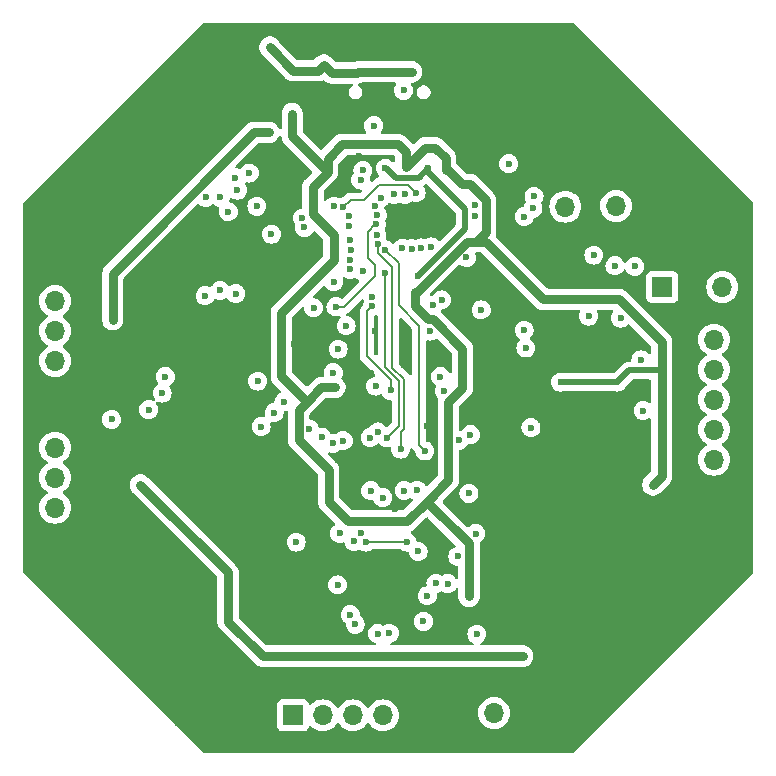
<source format=gbr>
%TF.GenerationSoftware,KiCad,Pcbnew,8.0.1*%
%TF.CreationDate,2024-04-11T10:52:21-07:00*%
%TF.ProjectId,TMC2240_RP2040,544d4332-3234-4305-9f52-50323034302e,rev?*%
%TF.SameCoordinates,Original*%
%TF.FileFunction,Copper,L3,Inr*%
%TF.FilePolarity,Positive*%
%FSLAX46Y46*%
G04 Gerber Fmt 4.6, Leading zero omitted, Abs format (unit mm)*
G04 Created by KiCad (PCBNEW 8.0.1) date 2024-04-11 10:52:21*
%MOMM*%
%LPD*%
G01*
G04 APERTURE LIST*
%TA.AperFunction,ComponentPad*%
%ADD10R,1.700000X1.700000*%
%TD*%
%TA.AperFunction,ComponentPad*%
%ADD11O,1.700000X1.700000*%
%TD*%
%TA.AperFunction,ComponentPad*%
%ADD12C,5.600000*%
%TD*%
%TA.AperFunction,ComponentPad*%
%ADD13O,1.000000X2.100000*%
%TD*%
%TA.AperFunction,ComponentPad*%
%ADD14O,1.000000X1.600000*%
%TD*%
%TA.AperFunction,HeatsinkPad*%
%ADD15C,0.600000*%
%TD*%
%TA.AperFunction,ViaPad*%
%ADD16C,0.600000*%
%TD*%
%TA.AperFunction,Conductor*%
%ADD17C,0.500000*%
%TD*%
%TA.AperFunction,Conductor*%
%ADD18C,0.800000*%
%TD*%
%TA.AperFunction,Conductor*%
%ADD19C,0.200000*%
%TD*%
G04 APERTURE END LIST*
D10*
%TO.N,GND*%
%TO.C,J2*%
X153000000Y-144500000D03*
D11*
%TO.N,+3.3V*%
X153000000Y-141960000D03*
%TO.N,Net-(J2-Pin_3)*%
X153000000Y-139420000D03*
%TO.N,Net-(J2-Pin_4)*%
X153000000Y-136880000D03*
%TO.N,Net-(J2-Pin_5)*%
X153000000Y-134340000D03*
%TO.N,Net-(J2-Pin_6)*%
X153000000Y-131800000D03*
%TD*%
D10*
%TO.N,GND*%
%TO.C,J14*%
X97200000Y-125980000D03*
D11*
%TO.N,Net-(J14-Pin_2)*%
X97200000Y-128520000D03*
%TO.N,Net-(J14-Pin_3)*%
X97200000Y-131060000D03*
%TO.N,+5V*%
X97200000Y-133600000D03*
%TD*%
D12*
%TO.N,GND*%
%TO.C,J10*%
X141275000Y-161275000D03*
%TD*%
D13*
%TO.N,GND*%
%TO.C,J19*%
X129840000Y-111380000D03*
D14*
X129840000Y-107200000D03*
D13*
X121200000Y-111380000D03*
D14*
X121200000Y-107200000D03*
%TD*%
D12*
%TO.N,GND*%
%TO.C,J5*%
X100000000Y-120000000D03*
%TD*%
%TO.N,GND*%
%TO.C,J12*%
X141275000Y-110475000D03*
%TD*%
%TO.N,GND*%
%TO.C,J6*%
X100000000Y-151750000D03*
%TD*%
D10*
%TO.N,GND*%
%TO.C,J1*%
X131825000Y-163400000D03*
D11*
%TO.N,VCC*%
X134365000Y-163400000D03*
%TD*%
D12*
%TO.N,GND*%
%TO.C,J8*%
X150800000Y-151750000D03*
%TD*%
%TO.N,GND*%
%TO.C,J9*%
X109525000Y-161275000D03*
%TD*%
D10*
%TO.N,/RP2040uC/SWCLK*%
%TO.C,J16*%
X148610000Y-127350000D03*
D11*
%TO.N,GND*%
X151150000Y-127350000D03*
%TO.N,/RP2040uC/SWDIO*%
X153690000Y-127350000D03*
%TD*%
D12*
%TO.N,GND*%
%TO.C,J7*%
X150800000Y-120000000D03*
%TD*%
D10*
%TO.N,Net-(J4-Pin_1)*%
%TO.C,J4*%
X117330000Y-163600000D03*
D11*
%TO.N,Net-(J4-Pin_2)*%
X119870000Y-163600000D03*
%TO.N,Net-(J4-Pin_3)*%
X122410000Y-163600000D03*
%TO.N,Net-(J4-Pin_4)*%
X124950000Y-163600000D03*
%TD*%
D10*
%TO.N,GND*%
%TO.C,J15*%
X97200000Y-138400000D03*
D11*
%TO.N,Net-(J15-Pin_2)*%
X97200000Y-140940000D03*
%TO.N,Net-(J15-Pin_3)*%
X97200000Y-143480000D03*
%TO.N,Net-(J15-Pin_4)*%
X97200000Y-146020000D03*
%TD*%
D10*
%TO.N,GND*%
%TO.C,SW2*%
X140400000Y-118000000D03*
D11*
%TO.N,Net-(JP1-C)*%
X140400000Y-120540000D03*
%TD*%
D10*
%TO.N,GND*%
%TO.C,SW1*%
X144700000Y-117925000D03*
D11*
%TO.N,/RP2040uC/RUN*%
X144700000Y-120465000D03*
%TD*%
D12*
%TO.N,GND*%
%TO.C,J11*%
X109525000Y-110475000D03*
%TD*%
D15*
%TO.N,GND*%
%TO.C,U1*%
X126550000Y-151262500D03*
X125250000Y-151262500D03*
X123950000Y-151262500D03*
X126550000Y-152562500D03*
X125250000Y-152562500D03*
X123950000Y-152562500D03*
X126550000Y-153862500D03*
X125250000Y-153862500D03*
X123950000Y-153862500D03*
%TD*%
D16*
%TO.N,GND*%
X116750000Y-146950000D03*
X151000000Y-138400000D03*
X151000000Y-135600000D03*
X151000000Y-131600000D03*
X146700000Y-139800000D03*
X142000000Y-139800000D03*
X138900000Y-140850000D03*
X140300000Y-136900000D03*
X138600000Y-134100000D03*
X142600000Y-134300000D03*
X139500000Y-131200000D03*
%TO.N,/AccessoryConnections/LIMITM*%
X147000000Y-137800000D03*
%TO.N,/AccessoryConnections/LIMITL*%
X146800000Y-133500000D03*
%TO.N,/AccessoryConnections/ADC*%
X137060000Y-132500000D03*
X135600000Y-116900000D03*
%TO.N,+3.3V*%
X140000000Y-135400000D03*
X144800000Y-135400000D03*
X148245000Y-131655000D03*
X148550000Y-134400000D03*
X148560000Y-138900000D03*
%TO.N,GND*%
X126070000Y-122550000D03*
X102900000Y-139180000D03*
X114380000Y-143610000D03*
X123960000Y-134600000D03*
X125950000Y-146175000D03*
X117700000Y-107380000D03*
X132460000Y-146970000D03*
X134440000Y-117670000D03*
X134500000Y-146000000D03*
X138600000Y-143800000D03*
X132860000Y-131000000D03*
X126700000Y-133900000D03*
X121350000Y-161270000D03*
X99080000Y-144640000D03*
X134100000Y-155300000D03*
X136800000Y-155300000D03*
X129380000Y-160350000D03*
X114500000Y-140500000D03*
X124000000Y-137600000D03*
X124310000Y-131100000D03*
X121000000Y-137700000D03*
X121530000Y-144400000D03*
X134500000Y-136600000D03*
X125900000Y-120880000D03*
X132460000Y-155630000D03*
X117425000Y-132200000D03*
X99160000Y-139570000D03*
X128670000Y-139120000D03*
X122943897Y-116278897D03*
X129010000Y-132700000D03*
X135350000Y-122620000D03*
X135900000Y-124000000D03*
X127660000Y-122630000D03*
X127660000Y-120870000D03*
X112000000Y-131600000D03*
%TO.N,/RP2040uC/RUN*%
X144605000Y-125535000D03*
X129010000Y-123940000D03*
%TO.N,VCC*%
X125500000Y-156660000D03*
X122610000Y-155890000D03*
X128390000Y-155650000D03*
%TO.N,Net-(U1-V_{CP})*%
X124500000Y-156680000D03*
X122200000Y-155080000D03*
%TO.N,/RP2040uC/XIN*%
X128950000Y-131080000D03*
X126610000Y-124050000D03*
%TO.N,+1V1*%
X128780000Y-117290000D03*
X125170000Y-117290000D03*
X127885000Y-126395000D03*
%TO.N,+5V*%
X102080000Y-130100000D03*
X136800000Y-158590000D03*
X115300000Y-114250000D03*
X104430000Y-144110000D03*
%TO.N,Net-(U2-VDD3V)*%
X120760000Y-134580000D03*
%TO.N,+3.3V*%
X127652475Y-127737526D03*
X123840000Y-147160000D03*
X120800000Y-122920000D03*
X147800000Y-144100000D03*
X120360000Y-144300000D03*
X120900000Y-135840000D03*
X117270000Y-112660000D03*
X131690000Y-133860000D03*
X120280000Y-117590000D03*
X141580000Y-128380000D03*
X126876911Y-117213089D03*
X131660000Y-118640000D03*
X130280000Y-117430000D03*
X132240000Y-153540000D03*
X132810000Y-123490000D03*
X116340000Y-129510000D03*
%TO.N,Net-(J14-Pin_2)*%
X105120000Y-137720000D03*
%TO.N,Net-(J14-Pin_3)*%
X101990000Y-138550000D03*
%TO.N,Net-(J15-Pin_3)*%
X106540000Y-134920000D03*
%TO.N,Net-(J15-Pin_2)*%
X106260000Y-136320000D03*
%TO.N,/RP2040uC/SWCLK*%
X127409426Y-124080358D03*
X129190000Y-128900000D03*
%TO.N,/RP2040uC/SWDIO*%
X128210000Y-124020000D03*
X129920000Y-128420000D03*
%TO.N,/StepperTMC2240/OV*%
X122500000Y-148880000D03*
X121110000Y-152550000D03*
%TO.N,/DualRS232UART/TX1*%
X116580000Y-137060000D03*
X118310000Y-122300000D03*
%TO.N,/RP2040uC/RX0_SCL0_SPIS0_GP1*%
X114280000Y-120500000D03*
X120790000Y-120510000D03*
X114350000Y-135310000D03*
%TO.N,/RP2040uC/TX1_SDA0_SPIO0_GP4*%
X118118345Y-121523294D03*
X124476461Y-121235504D03*
%TO.N,/DualRS232UART/TX2*%
X115520000Y-122860000D03*
X115740000Y-137980000D03*
%TO.N,/RP2040uC/RX1_SCL0_SPIS0_GP5*%
X122124264Y-122162500D03*
X114640000Y-139150000D03*
X120690000Y-140570000D03*
%TO.N,/RP2040uC/TX1_SDA0_SPIO1_GP8*%
X122200000Y-123362500D03*
X120780000Y-126900000D03*
%TO.N,/AS5048AEncoder/MOSI*%
X129450000Y-152430000D03*
X119080000Y-129100000D03*
X124530245Y-139610000D03*
X123920000Y-144580000D03*
X126750000Y-144570000D03*
X118720000Y-139350000D03*
%TO.N,/RP2040uC/RX1_SCL0_SPIS1_GP9*%
X124529574Y-123714972D03*
X126460000Y-141070000D03*
%TO.N,/StepperTMC2240/~{CS}*%
X127850000Y-144560000D03*
X130430000Y-152450000D03*
%TO.N,/RP2040uC/SDA1_SPIC1_GP10*%
X122230000Y-124220000D03*
X124050000Y-128150000D03*
%TO.N,/AS5048AEncoder/CLK*%
X124050000Y-128950003D03*
X125600000Y-136100000D03*
X128710000Y-153490000D03*
%TO.N,/RP2040uC/SCL1_SPII1_GP11*%
X131300000Y-150150000D03*
X121600000Y-140340000D03*
X122138300Y-125014729D03*
X131400000Y-140320000D03*
%TO.N,/AS5048AEncoder/MISO*%
X130140000Y-136170000D03*
%TO.N,/AS5048AEncoder/~{CS}*%
X129830000Y-134925000D03*
%TO.N,/RP2040uC/SCL1_SPII0_GP7*%
X124340000Y-135730000D03*
X124440000Y-122920000D03*
%TO.N,/AS5048AEncoder/PWM*%
X121160000Y-132600000D03*
%TO.N,/RP2040uC/SDA1_SPIC0_GP6*%
X124403263Y-122032151D03*
X120980000Y-129000000D03*
%TO.N,/StepperTMC2240/STEP*%
X132800000Y-148210000D03*
X133280000Y-129270000D03*
%TO.N,/StepperTMC2240/DIR*%
X124950000Y-145170000D03*
X127940000Y-149730000D03*
%TO.N,/RP2040uC/SCL1_SPII0_GP3*%
X119760000Y-140040000D03*
X122087849Y-121363327D03*
X123870000Y-140090000D03*
%TO.N,/RP2040uC/TX0_SDA0_SPIO1_GP12*%
X122160000Y-125840000D03*
X121300000Y-148200000D03*
%TO.N,/RP2040uC/RX0_SCL0_SPIS1_GP13*%
X117610000Y-148940000D03*
X123290000Y-126000000D03*
X123100000Y-148140000D03*
%TO.N,/StepperTMC2240/~{DRV_EN}*%
X126990735Y-148930735D03*
X123500000Y-148930000D03*
%TO.N,/RP2040uC/SDA1_SPIC1_GP14*%
X125164773Y-124201311D03*
X128500000Y-141220000D03*
%TO.N,/RP2040uC/SCL1_SPII1_GP15*%
X125130245Y-126162696D03*
X132370000Y-139840000D03*
X125260000Y-140090000D03*
%TO.N,/StepperTMC2240/~{SLEEP}*%
X132910000Y-156730000D03*
X132240000Y-144820000D03*
%TO.N,/RP2040uC/GPIO2*%
X121610000Y-120550000D03*
X127760000Y-119350000D03*
X137750000Y-119660000D03*
%TO.N,Net-(J19-CC1)*%
X126700000Y-110680000D03*
X124169265Y-113669265D03*
%TO.N,/RP2040uC/QSPI_SS*%
X123070000Y-118280000D03*
X113640000Y-117690000D03*
%TO.N,/RP2040uC/~{USB_BOOT}*%
X121840000Y-130610000D03*
X142370000Y-129810000D03*
X142820000Y-124640000D03*
%TO.N,/RP2040uC/QSPI_SCLK*%
X111170000Y-127630000D03*
X111190000Y-119750000D03*
X125900000Y-119500000D03*
%TO.N,/RP2040uC/QSPI_SD2*%
X124280000Y-120460000D03*
X111860000Y-120950000D03*
%TO.N,/RP2040uC/QSPI_SD0*%
X109950000Y-119750000D03*
X109910000Y-128070000D03*
X124780000Y-119770000D03*
%TO.N,/RP2040uC/QSPI_SD1*%
X123250000Y-117470000D03*
X112390000Y-118090000D03*
%TO.N,/RP2040uC/QSPI_SD3*%
X112640000Y-119140000D03*
X112500000Y-127900000D03*
X126800000Y-119500000D03*
%TO.N,/AccessoryConnections/LIMITM*%
X145080000Y-129970000D03*
%TO.N,/RP2040uC/ADC0_GP26*%
X137490000Y-139240000D03*
X137660000Y-120670000D03*
X132760000Y-120380000D03*
%TO.N,/AccessoryConnections/LIMITL*%
X146290000Y-125600000D03*
X132030000Y-124840000D03*
%TO.N,VBUS*%
X123810000Y-109120000D03*
X119940000Y-108540000D03*
X115390000Y-107020000D03*
X127390000Y-109130000D03*
%TO.N,/RP2040uC/GPIO25*%
X136916667Y-131000000D03*
X132710000Y-121360000D03*
X136910000Y-121370000D03*
%TD*%
D17*
%TO.N,+3.3V*%
X144800000Y-135400000D02*
X140000000Y-135400000D01*
X145800000Y-134400000D02*
X144800000Y-135400000D01*
X148550000Y-134400000D02*
X145800000Y-134400000D01*
D18*
X148245000Y-131655000D02*
X148550000Y-131960000D01*
X144970000Y-128380000D02*
X148245000Y-131655000D01*
X148550000Y-131960000D02*
X148550000Y-134400000D01*
X148550000Y-134400000D02*
X148550000Y-135770000D01*
X148560000Y-138900000D02*
X148560000Y-139560000D01*
X148560000Y-135780000D02*
X148560000Y-138900000D01*
X147800000Y-144100000D02*
X148570000Y-143330000D01*
X148570000Y-143330000D02*
X148570000Y-139570000D01*
D17*
%TO.N,+1V1*%
X131870000Y-120710000D02*
X131870000Y-122410000D01*
X128780000Y-117620000D02*
X131870000Y-120710000D01*
X131870000Y-122410000D02*
X127885000Y-126395000D01*
X125170000Y-117290000D02*
X125240000Y-117290000D01*
X126030000Y-118080000D02*
X127990000Y-118080000D01*
X128780000Y-117290000D02*
X128780000Y-117620000D01*
X125240000Y-117290000D02*
X126030000Y-118080000D01*
X127990000Y-118080000D02*
X128780000Y-117290000D01*
D18*
%TO.N,+5V*%
X102080000Y-130100000D02*
X102080000Y-126220000D01*
X136800000Y-158590000D02*
X114760000Y-158590000D01*
X111830000Y-155660000D02*
X111830000Y-151510000D01*
X114760000Y-158590000D02*
X111830000Y-155660000D01*
X114050000Y-114250000D02*
X115300000Y-114250000D01*
X111830000Y-151510000D02*
X104430000Y-144110000D01*
X102080000Y-126220000D02*
X114050000Y-114250000D01*
%TO.N,+3.3V*%
X132810000Y-123490000D02*
X133660000Y-122640000D01*
X130280000Y-117430000D02*
X130280000Y-116430000D01*
X123840000Y-147160000D02*
X122000000Y-147160000D01*
X116340000Y-134900000D02*
X118510000Y-137070000D01*
X130500000Y-137100000D02*
X131690000Y-135910000D01*
X128690000Y-145500000D02*
X130500000Y-143690000D01*
X117270000Y-112660000D02*
X117270000Y-114580000D01*
X130450000Y-117430000D02*
X131660000Y-118640000D01*
X148560000Y-139560000D02*
X148570000Y-139570000D01*
X127652475Y-128912475D02*
X128760000Y-130020000D01*
X129390000Y-115540000D02*
X128550000Y-115540000D01*
X131690000Y-132547207D02*
X129162793Y-130020000D01*
X119740000Y-135840000D02*
X118510000Y-137070000D01*
X132240000Y-149050000D02*
X132240000Y-153540000D01*
X119040000Y-118830000D02*
X120280000Y-117590000D01*
X117270000Y-114580000D02*
X120280000Y-117590000D01*
X119040000Y-121160000D02*
X119040000Y-118830000D01*
X117820000Y-137760000D02*
X117820000Y-140300000D01*
X131690000Y-133860000D02*
X131690000Y-132547207D01*
X120280000Y-117590000D02*
X120280000Y-116470000D01*
X133660000Y-122640000D02*
X133660000Y-120007207D01*
X129162793Y-130020000D02*
X128760000Y-130020000D01*
X128690000Y-145500000D02*
X132240000Y-149050000D01*
X122000000Y-147160000D02*
X120360000Y-145520000D01*
X120360000Y-145520000D02*
X120360000Y-144300000D01*
X120360000Y-142840000D02*
X120360000Y-144300000D01*
X132062793Y-123490000D02*
X132810000Y-123490000D01*
X130500000Y-143690000D02*
X130500000Y-137100000D01*
X133650000Y-123490000D02*
X138540000Y-128380000D01*
X120800000Y-122920000D02*
X120800000Y-125050000D01*
X127652475Y-127737526D02*
X127815267Y-127737526D01*
X131690000Y-135910000D02*
X131690000Y-133860000D01*
X116340000Y-129510000D02*
X116340000Y-134900000D01*
X121480000Y-115270000D02*
X126220000Y-115270000D01*
X132292793Y-118640000D02*
X131660000Y-118640000D01*
X123840000Y-147160000D02*
X127030000Y-147160000D01*
X126876911Y-115926911D02*
X126876911Y-117213089D01*
X132810000Y-123490000D02*
X133650000Y-123490000D01*
X127030000Y-147160000D02*
X128690000Y-145500000D01*
X120900000Y-135840000D02*
X119740000Y-135840000D01*
X127652475Y-128912475D02*
X127652475Y-127737526D01*
X138540000Y-128380000D02*
X141580000Y-128380000D01*
X118510000Y-137070000D02*
X117820000Y-137760000D01*
X120800000Y-122920000D02*
X119040000Y-121160000D01*
X126220000Y-115270000D02*
X126876911Y-115926911D01*
X130280000Y-117430000D02*
X130450000Y-117430000D01*
X117820000Y-140300000D02*
X120360000Y-142840000D01*
X128550000Y-115540000D02*
X126876911Y-117213089D01*
X141580000Y-128380000D02*
X144970000Y-128380000D01*
X127815267Y-127737526D02*
X132062793Y-123490000D01*
X120280000Y-116470000D02*
X121480000Y-115270000D01*
X133660000Y-120007207D02*
X132292793Y-118640000D01*
X120800000Y-125050000D02*
X116340000Y-129510000D01*
X148550000Y-135770000D02*
X148560000Y-135780000D01*
X130280000Y-116430000D02*
X129390000Y-115540000D01*
D19*
%TO.N,/RP2040uC/RX1_SCL0_SPIS1_GP9*%
X124529574Y-123714972D02*
X124529574Y-124429574D01*
X125730245Y-134164559D02*
X126700000Y-135134314D01*
X124529574Y-124429574D02*
X125730245Y-125630245D01*
X125730245Y-125630245D02*
X125730245Y-134164559D01*
X126700000Y-135134314D02*
X126700000Y-139400000D01*
X126460000Y-139640000D02*
X126460000Y-141070000D01*
X126700000Y-139400000D02*
X126460000Y-139640000D01*
%TO.N,/AS5048AEncoder/CLK*%
X125600000Y-135200000D02*
X125600000Y-136100000D01*
X123600000Y-133200000D02*
X125600000Y-135200000D01*
X123600000Y-129400003D02*
X123600000Y-133200000D01*
X124050000Y-128950003D02*
X123600000Y-129400003D01*
%TO.N,/RP2040uC/SDA1_SPIC0_GP6*%
X124250000Y-126430000D02*
X124250000Y-125440000D01*
X120980000Y-129000000D02*
X121680000Y-129000000D01*
X123660000Y-124850000D02*
X123660000Y-122660000D01*
X124250000Y-125440000D02*
X123660000Y-124850000D01*
X123660000Y-122660000D02*
X124287849Y-122032151D01*
X124287849Y-122032151D02*
X124403263Y-122032151D01*
X121680000Y-129000000D02*
X124250000Y-126430000D01*
%TO.N,/StepperTMC2240/~{DRV_EN}*%
X123500000Y-148930000D02*
X126990000Y-148930000D01*
X126990000Y-148930000D02*
X126990735Y-148930735D01*
%TO.N,/RP2040uC/SDA1_SPIC1_GP14*%
X128000000Y-140720000D02*
X128500000Y-141220000D01*
X128000000Y-130600000D02*
X128000000Y-140720000D01*
X125164773Y-124201311D02*
X126300000Y-125336538D01*
X126300000Y-128900000D02*
X128000000Y-130600000D01*
X126300000Y-125336538D02*
X126300000Y-128900000D01*
%TO.N,/RP2040uC/SCL1_SPII1_GP15*%
X126300000Y-139100000D02*
X126300000Y-135300000D01*
X125310000Y-140090000D02*
X126300000Y-139100000D01*
X125130245Y-134130245D02*
X125130245Y-126162696D01*
X126300000Y-135300000D02*
X125130245Y-134130245D01*
X125260000Y-140090000D02*
X125310000Y-140090000D01*
%TO.N,/RP2040uC/GPIO2*%
X127070000Y-118660000D02*
X127760000Y-119350000D01*
X122220000Y-119940000D02*
X123370000Y-119940000D01*
X121610000Y-120550000D02*
X122220000Y-119940000D01*
X123370000Y-119940000D02*
X124650000Y-118660000D01*
X124650000Y-118660000D02*
X127070000Y-118660000D01*
D18*
%TO.N,VBUS*%
X123820000Y-109110000D02*
X127370000Y-109110000D01*
X127370000Y-109110000D02*
X127390000Y-109130000D01*
X123810000Y-109120000D02*
X122850000Y-109120000D01*
X123810000Y-109120000D02*
X123820000Y-109110000D01*
X119940000Y-108540000D02*
X119450000Y-109030000D01*
X117360000Y-109030000D02*
X115390000Y-107060000D01*
X115390000Y-107060000D02*
X115390000Y-107020000D01*
X120620000Y-109220000D02*
X119940000Y-108540000D01*
X119450000Y-109030000D02*
X117360000Y-109030000D01*
X122750000Y-109220000D02*
X120620000Y-109220000D01*
X122850000Y-109120000D02*
X122750000Y-109220000D01*
%TD*%
%TA.AperFunction,Conductor*%
%TO.N,GND*%
G36*
X121706563Y-126502956D02*
G01*
X121726842Y-126513237D01*
X121810475Y-126565788D01*
X121980745Y-126625368D01*
X121980750Y-126625369D01*
X122159996Y-126645565D01*
X122160000Y-126645565D01*
X122160004Y-126645565D01*
X122339249Y-126625369D01*
X122339252Y-126625368D01*
X122339255Y-126625368D01*
X122509522Y-126565789D01*
X122557328Y-126535749D01*
X122624564Y-126516748D01*
X122691400Y-126537114D01*
X122710983Y-126553061D01*
X122787738Y-126629816D01*
X122909841Y-126706539D01*
X122956132Y-126758873D01*
X122966780Y-126827926D01*
X122938405Y-126891775D01*
X122931550Y-126899213D01*
X121538870Y-128291893D01*
X121477547Y-128325378D01*
X121407855Y-128320394D01*
X121385218Y-128309206D01*
X121329520Y-128274209D01*
X121159262Y-128214633D01*
X121159249Y-128214630D01*
X120980004Y-128194435D01*
X120979996Y-128194435D01*
X120800750Y-128214630D01*
X120800745Y-128214631D01*
X120630476Y-128274211D01*
X120477737Y-128370184D01*
X120350184Y-128497737D01*
X120254211Y-128650476D01*
X120194631Y-128820745D01*
X120194630Y-128820750D01*
X120174435Y-128999996D01*
X120174435Y-129000003D01*
X120194630Y-129179249D01*
X120194631Y-129179254D01*
X120254211Y-129349523D01*
X120341882Y-129489049D01*
X120350184Y-129502262D01*
X120477738Y-129629816D01*
X120520242Y-129656523D01*
X120615492Y-129716373D01*
X120630478Y-129725789D01*
X120746469Y-129766376D01*
X120800745Y-129785368D01*
X120800750Y-129785369D01*
X120979996Y-129805565D01*
X120980000Y-129805565D01*
X120980004Y-129805565D01*
X121159249Y-129785369D01*
X121159251Y-129785368D01*
X121159255Y-129785368D01*
X121159258Y-129785366D01*
X121159262Y-129785366D01*
X121223709Y-129762815D01*
X121293487Y-129759252D01*
X121354115Y-129793981D01*
X121386342Y-129855974D01*
X121379938Y-129925550D01*
X121341983Y-129976798D01*
X121337739Y-129980182D01*
X121210184Y-130107737D01*
X121114211Y-130260476D01*
X121054631Y-130430745D01*
X121054630Y-130430750D01*
X121034435Y-130609996D01*
X121034435Y-130610003D01*
X121054630Y-130789249D01*
X121054631Y-130789254D01*
X121114211Y-130959523D01*
X121210184Y-131112262D01*
X121337738Y-131239816D01*
X121490478Y-131335789D01*
X121529725Y-131349522D01*
X121660745Y-131395368D01*
X121660750Y-131395369D01*
X121839996Y-131415565D01*
X121840000Y-131415565D01*
X121840004Y-131415565D01*
X122019249Y-131395369D01*
X122019252Y-131395368D01*
X122019255Y-131395368D01*
X122189522Y-131335789D01*
X122342262Y-131239816D01*
X122469816Y-131112262D01*
X122565789Y-130959522D01*
X122625368Y-130789255D01*
X122625369Y-130789249D01*
X122645565Y-130610003D01*
X122645565Y-130609996D01*
X122625369Y-130430750D01*
X122625368Y-130430745D01*
X122608371Y-130382171D01*
X122565789Y-130260478D01*
X122469816Y-130107738D01*
X122342262Y-129980184D01*
X122326048Y-129969996D01*
X122189523Y-129884211D01*
X122019254Y-129824631D01*
X122019250Y-129824630D01*
X121898459Y-129811021D01*
X121834045Y-129783955D01*
X121794490Y-129726360D01*
X121792353Y-129656523D01*
X121828311Y-129596616D01*
X121880248Y-129568027D01*
X121911785Y-129559577D01*
X121979468Y-129520500D01*
X122048716Y-129480520D01*
X122160520Y-129368716D01*
X122160520Y-129368714D01*
X122170724Y-129358511D01*
X122170728Y-129358506D01*
X123108331Y-128420902D01*
X123169652Y-128387419D01*
X123239344Y-128392403D01*
X123295277Y-128434275D01*
X123313052Y-128467631D01*
X123326511Y-128506095D01*
X123324367Y-128506845D01*
X123333960Y-128565161D01*
X123325613Y-128593593D01*
X123326511Y-128593908D01*
X123264630Y-128770753D01*
X123254837Y-128857671D01*
X123227770Y-128922085D01*
X123219299Y-128931468D01*
X123119478Y-129031288D01*
X123091665Y-129079464D01*
X123079809Y-129100000D01*
X123040423Y-129168218D01*
X122999499Y-129320946D01*
X122999499Y-129320948D01*
X122999499Y-129489049D01*
X122999500Y-129489062D01*
X122999500Y-133113330D01*
X122999499Y-133113348D01*
X122999499Y-133279054D01*
X122999498Y-133279054D01*
X122999499Y-133279057D01*
X123033397Y-133405565D01*
X123040424Y-133431787D01*
X123049614Y-133447704D01*
X123049615Y-133447706D01*
X123119477Y-133568712D01*
X123119481Y-133568717D01*
X123238349Y-133687585D01*
X123238355Y-133687590D01*
X124279437Y-134728672D01*
X124312922Y-134789995D01*
X124307938Y-134859687D01*
X124266066Y-134915620D01*
X124205640Y-134939573D01*
X124160749Y-134944630D01*
X124160745Y-134944631D01*
X123990476Y-135004211D01*
X123837737Y-135100184D01*
X123710184Y-135227737D01*
X123614211Y-135380476D01*
X123554631Y-135550745D01*
X123554630Y-135550750D01*
X123534435Y-135729996D01*
X123534435Y-135730003D01*
X123554630Y-135909249D01*
X123554631Y-135909254D01*
X123614211Y-136079523D01*
X123693409Y-136205565D01*
X123710184Y-136232262D01*
X123837738Y-136359816D01*
X123911376Y-136406086D01*
X123960239Y-136436789D01*
X123990478Y-136455789D01*
X124071209Y-136484038D01*
X124160745Y-136515368D01*
X124160750Y-136515369D01*
X124339996Y-136535565D01*
X124340000Y-136535565D01*
X124340004Y-136535565D01*
X124519249Y-136515369D01*
X124519252Y-136515368D01*
X124519255Y-136515368D01*
X124689522Y-136455789D01*
X124719761Y-136436788D01*
X124786996Y-136417787D01*
X124853831Y-136438153D01*
X124890728Y-136475809D01*
X124928275Y-136535565D01*
X124970184Y-136602262D01*
X125097738Y-136729816D01*
X125119252Y-136743334D01*
X125244864Y-136822262D01*
X125250478Y-136825789D01*
X125420745Y-136885368D01*
X125420750Y-136885369D01*
X125589383Y-136904369D01*
X125653797Y-136931435D01*
X125693352Y-136989030D01*
X125699500Y-137027589D01*
X125699500Y-138799902D01*
X125679815Y-138866941D01*
X125663181Y-138887583D01*
X125379199Y-139171564D01*
X125317876Y-139205049D01*
X125248184Y-139200065D01*
X125192251Y-139158193D01*
X125186524Y-139149854D01*
X125160062Y-139107740D01*
X125160060Y-139107737D01*
X125032507Y-138980184D01*
X124879768Y-138884211D01*
X124709499Y-138824631D01*
X124709494Y-138824630D01*
X124530249Y-138804435D01*
X124530241Y-138804435D01*
X124350995Y-138824630D01*
X124350990Y-138824631D01*
X124180721Y-138884211D01*
X124027982Y-138980184D01*
X123900429Y-139107737D01*
X123815033Y-139243645D01*
X123762698Y-139289936D01*
X123723923Y-139300893D01*
X123690750Y-139304630D01*
X123520478Y-139364210D01*
X123367737Y-139460184D01*
X123240184Y-139587737D01*
X123144211Y-139740476D01*
X123084631Y-139910745D01*
X123084630Y-139910750D01*
X123064435Y-140089996D01*
X123064435Y-140090003D01*
X123084630Y-140269249D01*
X123084631Y-140269254D01*
X123144211Y-140439523D01*
X123233280Y-140581274D01*
X123240184Y-140592262D01*
X123367738Y-140719816D01*
X123520478Y-140815789D01*
X123676770Y-140870478D01*
X123690745Y-140875368D01*
X123690750Y-140875369D01*
X123869996Y-140895565D01*
X123870000Y-140895565D01*
X123870004Y-140895565D01*
X124049249Y-140875369D01*
X124049252Y-140875368D01*
X124049255Y-140875368D01*
X124219522Y-140815789D01*
X124372262Y-140719816D01*
X124477319Y-140614759D01*
X124538642Y-140581274D01*
X124608334Y-140586258D01*
X124652681Y-140614759D01*
X124757738Y-140719816D01*
X124910478Y-140815789D01*
X125066770Y-140870478D01*
X125080745Y-140875368D01*
X125080750Y-140875369D01*
X125259996Y-140895565D01*
X125260000Y-140895565D01*
X125260004Y-140895565D01*
X125439249Y-140875369D01*
X125439252Y-140875368D01*
X125439255Y-140875368D01*
X125439256Y-140875367D01*
X125439259Y-140875367D01*
X125499824Y-140854174D01*
X125569603Y-140850611D01*
X125630231Y-140885340D01*
X125662458Y-140947333D01*
X125664000Y-140985098D01*
X125654435Y-141069995D01*
X125654435Y-141070003D01*
X125674630Y-141249249D01*
X125674631Y-141249254D01*
X125734211Y-141419523D01*
X125812891Y-141544740D01*
X125830184Y-141572262D01*
X125957738Y-141699816D01*
X126110478Y-141795789D01*
X126264878Y-141849816D01*
X126280745Y-141855368D01*
X126280750Y-141855369D01*
X126459996Y-141875565D01*
X126460000Y-141875565D01*
X126460004Y-141875565D01*
X126639249Y-141855369D01*
X126639252Y-141855368D01*
X126639255Y-141855368D01*
X126809522Y-141795789D01*
X126962262Y-141699816D01*
X127089816Y-141572262D01*
X127185789Y-141419522D01*
X127245368Y-141249255D01*
X127246826Y-141236321D01*
X127259326Y-141125369D01*
X127263070Y-141092139D01*
X127290136Y-141027727D01*
X127347731Y-140988172D01*
X127417567Y-140986034D01*
X127477474Y-141021991D01*
X127493677Y-141044025D01*
X127519475Y-141088709D01*
X127519481Y-141088717D01*
X127631284Y-141200520D01*
X127631285Y-141200522D01*
X127669298Y-141238535D01*
X127702783Y-141299858D01*
X127704837Y-141312332D01*
X127714630Y-141399249D01*
X127714631Y-141399254D01*
X127714632Y-141399255D01*
X127716175Y-141403664D01*
X127774210Y-141569521D01*
X127804565Y-141617830D01*
X127870184Y-141722262D01*
X127997738Y-141849816D01*
X128150478Y-141945789D01*
X128243955Y-141978498D01*
X128320745Y-142005368D01*
X128320750Y-142005369D01*
X128499996Y-142025565D01*
X128500000Y-142025565D01*
X128500004Y-142025565D01*
X128679249Y-142005369D01*
X128679252Y-142005368D01*
X128679255Y-142005368D01*
X128849522Y-141945789D01*
X129002262Y-141849816D01*
X129129816Y-141722262D01*
X129225789Y-141569522D01*
X129285368Y-141399255D01*
X129285369Y-141399249D01*
X129305565Y-141220003D01*
X129305565Y-141219996D01*
X129285369Y-141040750D01*
X129285368Y-141040745D01*
X129260549Y-140969816D01*
X129225789Y-140870478D01*
X129129816Y-140717738D01*
X129002262Y-140590184D01*
X128988082Y-140581274D01*
X128849521Y-140494210D01*
X128747460Y-140458498D01*
X128683544Y-140436132D01*
X128626770Y-140395412D01*
X128601022Y-140330460D01*
X128600500Y-140319092D01*
X128600500Y-131980557D01*
X128620185Y-131913518D01*
X128672989Y-131867763D01*
X128742147Y-131857819D01*
X128765446Y-131863513D01*
X128770745Y-131865368D01*
X128770752Y-131865368D01*
X128770753Y-131865369D01*
X128949996Y-131885565D01*
X128950000Y-131885565D01*
X128950004Y-131885565D01*
X129129249Y-131865369D01*
X129129252Y-131865368D01*
X129129255Y-131865368D01*
X129299522Y-131805789D01*
X129446432Y-131713478D01*
X129513668Y-131694479D01*
X129580504Y-131714847D01*
X129600085Y-131730792D01*
X130753181Y-132883887D01*
X130786666Y-132945210D01*
X130789500Y-132971568D01*
X130789500Y-134517503D01*
X130769815Y-134584542D01*
X130717011Y-134630297D01*
X130647853Y-134640241D01*
X130584297Y-134611216D01*
X130560833Y-134580532D01*
X130559494Y-134581374D01*
X130493055Y-134475638D01*
X130459816Y-134422738D01*
X130332262Y-134295184D01*
X130304643Y-134277830D01*
X130179523Y-134199211D01*
X130009254Y-134139631D01*
X130009249Y-134139630D01*
X129830004Y-134119435D01*
X129829996Y-134119435D01*
X129650750Y-134139630D01*
X129650745Y-134139631D01*
X129480476Y-134199211D01*
X129327737Y-134295184D01*
X129200184Y-134422737D01*
X129104211Y-134575476D01*
X129044631Y-134745745D01*
X129044630Y-134745750D01*
X129024435Y-134924996D01*
X129024435Y-134925003D01*
X129044630Y-135104249D01*
X129044631Y-135104254D01*
X129104211Y-135274523D01*
X129173981Y-135385560D01*
X129200184Y-135427262D01*
X129327738Y-135554816D01*
X129379754Y-135587500D01*
X129404416Y-135602996D01*
X129450707Y-135655331D01*
X129461355Y-135724385D01*
X129443438Y-135773961D01*
X129414212Y-135820474D01*
X129354631Y-135990745D01*
X129354630Y-135990750D01*
X129334435Y-136169996D01*
X129334435Y-136170003D01*
X129354630Y-136349249D01*
X129354631Y-136349254D01*
X129414211Y-136519523D01*
X129510184Y-136672262D01*
X129594065Y-136756143D01*
X129627550Y-136817466D01*
X129628002Y-136868014D01*
X129605467Y-136981309D01*
X129599500Y-137011308D01*
X129599500Y-143265638D01*
X129579815Y-143332677D01*
X129563181Y-143353319D01*
X128735991Y-144180508D01*
X128674668Y-144213993D01*
X128604976Y-144209009D01*
X128549043Y-144167137D01*
X128543326Y-144158814D01*
X128479816Y-144057738D01*
X128352262Y-143930184D01*
X128310648Y-143904036D01*
X128199523Y-143834211D01*
X128029254Y-143774631D01*
X128029249Y-143774630D01*
X127850004Y-143754435D01*
X127849996Y-143754435D01*
X127670750Y-143774630D01*
X127670745Y-143774631D01*
X127500476Y-143834211D01*
X127358014Y-143923727D01*
X127290777Y-143942727D01*
X127226070Y-143923726D01*
X127099526Y-143844212D01*
X126929254Y-143784631D01*
X126929249Y-143784630D01*
X126750004Y-143764435D01*
X126749996Y-143764435D01*
X126570750Y-143784630D01*
X126570745Y-143784631D01*
X126400476Y-143844211D01*
X126247737Y-143940184D01*
X126120184Y-144067737D01*
X126024211Y-144220476D01*
X125964631Y-144390745D01*
X125964630Y-144390750D01*
X125944435Y-144569996D01*
X125944435Y-144570003D01*
X125964630Y-144749249D01*
X125964631Y-144749254D01*
X126024211Y-144919523D01*
X126075092Y-145000499D01*
X126120184Y-145072262D01*
X126247738Y-145199816D01*
X126400478Y-145295789D01*
X126533030Y-145342171D01*
X126570745Y-145355368D01*
X126570750Y-145355369D01*
X126749996Y-145375565D01*
X126750000Y-145375565D01*
X126750004Y-145375565D01*
X126929249Y-145355369D01*
X126929252Y-145355368D01*
X126929255Y-145355368D01*
X127099522Y-145295789D01*
X127241987Y-145206272D01*
X127309221Y-145187272D01*
X127373926Y-145206271D01*
X127448800Y-145253318D01*
X127495090Y-145305651D01*
X127505738Y-145374704D01*
X127477363Y-145438553D01*
X127470508Y-145445991D01*
X126693319Y-146223181D01*
X126631996Y-146256666D01*
X126605638Y-146259500D01*
X122424361Y-146259500D01*
X122357322Y-146239815D01*
X122336680Y-146223181D01*
X121296819Y-145183319D01*
X121263334Y-145121996D01*
X121260500Y-145095638D01*
X121260500Y-144580003D01*
X123114435Y-144580003D01*
X123134630Y-144759249D01*
X123134631Y-144759254D01*
X123194211Y-144929523D01*
X123238027Y-144999255D01*
X123290184Y-145082262D01*
X123417738Y-145209816D01*
X123486968Y-145253316D01*
X123554561Y-145295788D01*
X123570478Y-145305789D01*
X123740745Y-145365368D01*
X123740750Y-145365369D01*
X123919996Y-145385565D01*
X123920000Y-145385565D01*
X123920003Y-145385565D01*
X124069311Y-145368742D01*
X124138133Y-145380796D01*
X124189513Y-145428145D01*
X124200237Y-145451008D01*
X124224210Y-145519521D01*
X124278152Y-145605368D01*
X124320184Y-145672262D01*
X124447738Y-145799816D01*
X124600478Y-145895789D01*
X124745516Y-145946540D01*
X124770745Y-145955368D01*
X124770750Y-145955369D01*
X124949996Y-145975565D01*
X124950000Y-145975565D01*
X124950004Y-145975565D01*
X125129249Y-145955369D01*
X125129252Y-145955368D01*
X125129255Y-145955368D01*
X125299522Y-145895789D01*
X125452262Y-145799816D01*
X125579816Y-145672262D01*
X125675789Y-145519522D01*
X125735368Y-145349255D01*
X125736166Y-145342171D01*
X125755565Y-145170003D01*
X125755565Y-145169996D01*
X125735369Y-144990750D01*
X125735368Y-144990745D01*
X125684707Y-144845965D01*
X125675789Y-144820478D01*
X125579816Y-144667738D01*
X125452262Y-144540184D01*
X125446474Y-144536547D01*
X125299523Y-144444211D01*
X125129254Y-144384631D01*
X125129249Y-144384630D01*
X124950004Y-144364435D01*
X124949996Y-144364435D01*
X124800688Y-144381257D01*
X124731866Y-144369202D01*
X124680487Y-144321853D01*
X124669763Y-144298991D01*
X124645789Y-144230478D01*
X124625819Y-144198696D01*
X124549816Y-144077738D01*
X124422262Y-143950184D01*
X124269523Y-143854211D01*
X124099254Y-143794631D01*
X124099249Y-143794630D01*
X123920004Y-143774435D01*
X123919996Y-143774435D01*
X123740750Y-143794630D01*
X123740745Y-143794631D01*
X123570476Y-143854211D01*
X123417737Y-143950184D01*
X123290184Y-144077737D01*
X123194211Y-144230476D01*
X123134631Y-144400745D01*
X123134630Y-144400750D01*
X123114435Y-144579996D01*
X123114435Y-144580003D01*
X121260500Y-144580003D01*
X121260500Y-142751306D01*
X121260499Y-142751304D01*
X121225896Y-142577341D01*
X121225893Y-142577332D01*
X121158016Y-142413459D01*
X121158009Y-142413446D01*
X121059465Y-142265966D01*
X121003499Y-142210000D01*
X120934035Y-142140536D01*
X120643314Y-141849815D01*
X120338240Y-141544740D01*
X120304755Y-141483417D01*
X120309739Y-141413725D01*
X120351611Y-141357792D01*
X120417075Y-141333375D01*
X120466877Y-141340018D01*
X120510740Y-141355367D01*
X120510750Y-141355369D01*
X120689996Y-141375565D01*
X120690000Y-141375565D01*
X120690004Y-141375565D01*
X120869249Y-141355369D01*
X120869252Y-141355368D01*
X120869255Y-141355368D01*
X121039522Y-141295789D01*
X121192262Y-141199816D01*
X121251545Y-141140532D01*
X121312865Y-141107049D01*
X121380179Y-141111174D01*
X121420737Y-141125366D01*
X121420743Y-141125367D01*
X121420745Y-141125368D01*
X121420746Y-141125368D01*
X121420750Y-141125369D01*
X121599996Y-141145565D01*
X121600000Y-141145565D01*
X121600004Y-141145565D01*
X121779249Y-141125369D01*
X121779252Y-141125368D01*
X121779255Y-141125368D01*
X121949522Y-141065789D01*
X122102262Y-140969816D01*
X122229816Y-140842262D01*
X122325789Y-140689522D01*
X122385368Y-140519255D01*
X122390204Y-140476335D01*
X122405565Y-140340003D01*
X122405565Y-140339996D01*
X122385369Y-140160750D01*
X122385368Y-140160745D01*
X122337998Y-140025369D01*
X122325789Y-139990478D01*
X122229816Y-139837738D01*
X122102262Y-139710184D01*
X122032098Y-139666097D01*
X121949523Y-139614211D01*
X121779254Y-139554631D01*
X121779249Y-139554630D01*
X121600004Y-139534435D01*
X121599996Y-139534435D01*
X121420750Y-139554630D01*
X121420745Y-139554631D01*
X121250476Y-139614211D01*
X121097737Y-139710184D01*
X121038455Y-139769466D01*
X120977131Y-139802950D01*
X120909820Y-139798826D01*
X120869252Y-139784631D01*
X120690004Y-139764435D01*
X120689995Y-139764435D01*
X120616695Y-139772693D01*
X120547873Y-139760638D01*
X120496494Y-139713288D01*
X120486043Y-139691007D01*
X120485789Y-139690477D01*
X120400431Y-139554632D01*
X120389816Y-139537738D01*
X120262262Y-139410184D01*
X120251906Y-139403677D01*
X120109523Y-139314211D01*
X119939254Y-139254631D01*
X119939249Y-139254630D01*
X119760004Y-139234435D01*
X119759996Y-139234435D01*
X119634731Y-139248548D01*
X119565909Y-139236493D01*
X119514530Y-139189144D01*
X119503806Y-139166282D01*
X119498107Y-139149996D01*
X119445789Y-139000478D01*
X119349816Y-138847738D01*
X119222262Y-138720184D01*
X119106965Y-138647738D01*
X119069521Y-138624210D01*
X118899249Y-138564630D01*
X118830616Y-138556897D01*
X118766202Y-138529830D01*
X118726647Y-138472235D01*
X118720500Y-138433677D01*
X118720500Y-138184360D01*
X118740185Y-138117321D01*
X118756815Y-138096683D01*
X119073826Y-137779671D01*
X119073831Y-137779668D01*
X119084034Y-137769464D01*
X119084036Y-137769464D01*
X120076680Y-136776818D01*
X120138003Y-136743334D01*
X120164361Y-136740500D01*
X120988693Y-136740500D01*
X120988694Y-136740499D01*
X121046682Y-136728964D01*
X121162658Y-136705896D01*
X121162661Y-136705894D01*
X121162666Y-136705894D01*
X121326547Y-136638013D01*
X121474035Y-136539464D01*
X121599464Y-136414035D01*
X121698013Y-136266547D01*
X121765894Y-136102666D01*
X121767346Y-136095369D01*
X121800499Y-135928695D01*
X121800500Y-135928693D01*
X121800500Y-135751306D01*
X121800499Y-135751304D01*
X121765896Y-135577341D01*
X121765893Y-135577332D01*
X121759957Y-135563002D01*
X121729411Y-135489255D01*
X121698016Y-135413459D01*
X121698009Y-135413446D01*
X121599464Y-135265965D01*
X121599461Y-135265961D01*
X121469751Y-135136251D01*
X121436266Y-135074928D01*
X121441250Y-135005236D01*
X121452433Y-134982606D01*
X121485789Y-134929522D01*
X121545368Y-134759255D01*
X121546890Y-134745750D01*
X121565565Y-134580003D01*
X121565565Y-134579996D01*
X121545369Y-134400750D01*
X121545368Y-134400745D01*
X121514073Y-134311309D01*
X121485789Y-134230478D01*
X121389816Y-134077738D01*
X121262262Y-133950184D01*
X121207577Y-133915823D01*
X121109523Y-133854211D01*
X120939254Y-133794631D01*
X120939249Y-133794630D01*
X120760004Y-133774435D01*
X120759996Y-133774435D01*
X120580750Y-133794630D01*
X120580745Y-133794631D01*
X120410476Y-133854211D01*
X120257737Y-133950184D01*
X120130184Y-134077737D01*
X120034211Y-134230476D01*
X119974631Y-134400745D01*
X119974630Y-134400750D01*
X119954435Y-134579996D01*
X119954435Y-134580003D01*
X119974630Y-134759249D01*
X119974632Y-134759257D01*
X119979982Y-134774546D01*
X119983543Y-134844325D01*
X119948814Y-134904952D01*
X119886820Y-134937179D01*
X119862940Y-134939500D01*
X119651304Y-134939500D01*
X119477341Y-134974103D01*
X119477333Y-134974105D01*
X119371774Y-135017830D01*
X119313455Y-135041986D01*
X119313451Y-135041988D01*
X119226356Y-135100184D01*
X119226355Y-135100184D01*
X119165969Y-135140532D01*
X119165961Y-135140538D01*
X118597680Y-135708819D01*
X118536357Y-135742304D01*
X118466665Y-135737320D01*
X118422318Y-135708819D01*
X117866833Y-135153334D01*
X117276819Y-134563319D01*
X117243334Y-134501996D01*
X117240500Y-134475638D01*
X117240500Y-132600003D01*
X120354435Y-132600003D01*
X120374630Y-132779249D01*
X120374631Y-132779254D01*
X120434211Y-132949523D01*
X120509912Y-133070000D01*
X120530184Y-133102262D01*
X120657738Y-133229816D01*
X120736100Y-133279054D01*
X120802450Y-133320745D01*
X120810478Y-133325789D01*
X120921371Y-133364592D01*
X120980745Y-133385368D01*
X120980750Y-133385369D01*
X121159996Y-133405565D01*
X121160000Y-133405565D01*
X121160004Y-133405565D01*
X121339249Y-133385369D01*
X121339252Y-133385368D01*
X121339255Y-133385368D01*
X121509522Y-133325789D01*
X121662262Y-133229816D01*
X121789816Y-133102262D01*
X121885789Y-132949522D01*
X121945368Y-132779255D01*
X121945369Y-132779249D01*
X121965565Y-132600003D01*
X121965565Y-132599996D01*
X121945369Y-132420750D01*
X121945368Y-132420745D01*
X121901956Y-132296680D01*
X121885789Y-132250478D01*
X121789816Y-132097738D01*
X121662262Y-131970184D01*
X121600541Y-131931402D01*
X121509523Y-131874211D01*
X121339254Y-131814631D01*
X121339249Y-131814630D01*
X121160004Y-131794435D01*
X121159996Y-131794435D01*
X120980750Y-131814630D01*
X120980745Y-131814631D01*
X120810476Y-131874211D01*
X120657737Y-131970184D01*
X120530184Y-132097737D01*
X120434211Y-132250476D01*
X120374631Y-132420745D01*
X120374630Y-132420750D01*
X120354435Y-132599996D01*
X120354435Y-132600003D01*
X117240500Y-132600003D01*
X117240500Y-129934360D01*
X117260185Y-129867321D01*
X117276814Y-129846683D01*
X118066954Y-129056543D01*
X118128275Y-129023060D01*
X118197966Y-129028044D01*
X118253900Y-129069916D01*
X118277853Y-129130342D01*
X118294630Y-129279250D01*
X118294631Y-129279254D01*
X118354211Y-129449523D01*
X118423363Y-129559577D01*
X118450184Y-129602262D01*
X118577738Y-129729816D01*
X118659367Y-129781107D01*
X118728636Y-129824632D01*
X118730478Y-129825789D01*
X118900745Y-129885368D01*
X118900750Y-129885369D01*
X119079996Y-129905565D01*
X119080000Y-129905565D01*
X119080004Y-129905565D01*
X119259249Y-129885369D01*
X119259252Y-129885368D01*
X119259255Y-129885368D01*
X119429522Y-129825789D01*
X119582262Y-129729816D01*
X119709816Y-129602262D01*
X119805789Y-129449522D01*
X119865368Y-129279255D01*
X119866411Y-129270003D01*
X119885565Y-129100001D01*
X119885565Y-129099996D01*
X119865369Y-128920750D01*
X119865368Y-128920745D01*
X119842492Y-128855369D01*
X119805789Y-128750478D01*
X119774384Y-128700498D01*
X119742955Y-128650478D01*
X119709816Y-128597738D01*
X119582262Y-128470184D01*
X119537941Y-128442335D01*
X119429523Y-128374211D01*
X119259254Y-128314631D01*
X119259250Y-128314630D01*
X119110342Y-128297853D01*
X119045928Y-128270787D01*
X119006373Y-128213192D01*
X119004236Y-128143355D01*
X119036543Y-128086954D01*
X119874714Y-127248783D01*
X119936036Y-127215300D01*
X120005728Y-127220284D01*
X120061661Y-127262156D01*
X120067387Y-127270493D01*
X120150182Y-127402260D01*
X120150184Y-127402262D01*
X120277738Y-127529816D01*
X120430478Y-127625789D01*
X120586936Y-127680536D01*
X120600745Y-127685368D01*
X120600750Y-127685369D01*
X120779996Y-127705565D01*
X120780000Y-127705565D01*
X120780004Y-127705565D01*
X120959249Y-127685369D01*
X120959252Y-127685368D01*
X120959255Y-127685368D01*
X121129522Y-127625789D01*
X121282262Y-127529816D01*
X121409816Y-127402262D01*
X121505789Y-127249522D01*
X121565368Y-127079255D01*
X121565369Y-127079249D01*
X121585565Y-126900003D01*
X121585565Y-126899996D01*
X121565369Y-126720750D01*
X121565366Y-126720737D01*
X121543828Y-126659185D01*
X121540266Y-126589406D01*
X121574994Y-126528779D01*
X121636988Y-126496551D01*
X121706563Y-126502956D01*
G37*
%TD.AperFunction*%
%TA.AperFunction,Conductor*%
G36*
X126535948Y-129985629D02*
G01*
X126542426Y-129991661D01*
X127363181Y-130812416D01*
X127396666Y-130873739D01*
X127399500Y-130900097D01*
X127399500Y-134685686D01*
X127379815Y-134752725D01*
X127327011Y-134798480D01*
X127257853Y-134808424D01*
X127194297Y-134779399D01*
X127186493Y-134771118D01*
X127186267Y-134771345D01*
X126367064Y-133952142D01*
X126333579Y-133890819D01*
X126330745Y-133864461D01*
X126330745Y-130079342D01*
X126350430Y-130012303D01*
X126403234Y-129966548D01*
X126472392Y-129956604D01*
X126535948Y-129985629D01*
G37*
%TD.AperFunction*%
%TA.AperFunction,Conductor*%
G36*
X124495197Y-129719113D02*
G01*
X124527424Y-129781107D01*
X124529745Y-129804987D01*
X124529745Y-132981148D01*
X124510060Y-133048187D01*
X124457256Y-133093942D01*
X124388098Y-133103886D01*
X124324542Y-133074861D01*
X124318064Y-133068829D01*
X124236819Y-132987584D01*
X124203334Y-132926261D01*
X124200500Y-132899903D01*
X124200500Y-129833415D01*
X124220185Y-129766376D01*
X124272989Y-129720621D01*
X124283531Y-129716378D01*
X124364791Y-129687945D01*
X124434570Y-129684384D01*
X124495197Y-129719113D01*
G37*
%TD.AperFunction*%
%TA.AperFunction,Conductor*%
G36*
X128658333Y-118575548D02*
G01*
X128702681Y-118604049D01*
X131083181Y-120984549D01*
X131116666Y-121045872D01*
X131119500Y-121072230D01*
X131119500Y-122047769D01*
X131099815Y-122114808D01*
X131083181Y-122135450D01*
X129798035Y-123420595D01*
X129736712Y-123454080D01*
X129667020Y-123449096D01*
X129622673Y-123420595D01*
X129512262Y-123310184D01*
X129359523Y-123214211D01*
X129189254Y-123154631D01*
X129189249Y-123154630D01*
X129010004Y-123134435D01*
X129009996Y-123134435D01*
X128830750Y-123154630D01*
X128830737Y-123154633D01*
X128660479Y-123214209D01*
X128593150Y-123256515D01*
X128525913Y-123275515D01*
X128486225Y-123268563D01*
X128451793Y-123256515D01*
X128389255Y-123234632D01*
X128389254Y-123234631D01*
X128389252Y-123234631D01*
X128210004Y-123214435D01*
X128209996Y-123214435D01*
X128030750Y-123234630D01*
X128030737Y-123234633D01*
X127860479Y-123294209D01*
X127813023Y-123324028D01*
X127745786Y-123343028D01*
X127706097Y-123336075D01*
X127588688Y-123294991D01*
X127588675Y-123294988D01*
X127409430Y-123274793D01*
X127409422Y-123274793D01*
X127230176Y-123294988D01*
X127230168Y-123294990D01*
X127082824Y-123346548D01*
X127013045Y-123350109D01*
X126975899Y-123334501D01*
X126959522Y-123324211D01*
X126789254Y-123264631D01*
X126789249Y-123264630D01*
X126610004Y-123244435D01*
X126609996Y-123244435D01*
X126430750Y-123264630D01*
X126430745Y-123264631D01*
X126260476Y-123324211D01*
X126107737Y-123420184D01*
X125980184Y-123547737D01*
X125980182Y-123547740D01*
X125932904Y-123622982D01*
X125880569Y-123669273D01*
X125811516Y-123679920D01*
X125747668Y-123651545D01*
X125740230Y-123644690D01*
X125667035Y-123571495D01*
X125514294Y-123475521D01*
X125344022Y-123415941D01*
X125342091Y-123415724D01*
X125340925Y-123415234D01*
X125337232Y-123414391D01*
X125337379Y-123413744D01*
X125277677Y-123388657D01*
X125250981Y-123358476D01*
X125208038Y-123290133D01*
X125189038Y-123222897D01*
X125195989Y-123183211D01*
X125225368Y-123099255D01*
X125226933Y-123085368D01*
X125245565Y-122920003D01*
X125245565Y-122919996D01*
X125225369Y-122740750D01*
X125225368Y-122740745D01*
X125165788Y-122570476D01*
X125129556Y-122512813D01*
X125110556Y-122445576D01*
X125127303Y-122388550D01*
X125126034Y-122387939D01*
X125129051Y-122381674D01*
X125129052Y-122381673D01*
X125188631Y-122211406D01*
X125192228Y-122179480D01*
X125208828Y-122032154D01*
X125208828Y-122032147D01*
X125188632Y-121852904D01*
X125188631Y-121852902D01*
X125188631Y-121852896D01*
X125153019Y-121751126D01*
X125149458Y-121681348D01*
X125165068Y-121644199D01*
X125168313Y-121639035D01*
X125202250Y-121585026D01*
X125242296Y-121470581D01*
X125261827Y-121414766D01*
X125261830Y-121414753D01*
X125282026Y-121235507D01*
X125282026Y-121235500D01*
X125261830Y-121056254D01*
X125261829Y-121056249D01*
X125246977Y-121013805D01*
X125202250Y-120885982D01*
X125106277Y-120733242D01*
X125102218Y-120729183D01*
X125068733Y-120667860D01*
X125066679Y-120627619D01*
X125071190Y-120587580D01*
X125098256Y-120523166D01*
X125128438Y-120496469D01*
X125129517Y-120495790D01*
X125129522Y-120495789D01*
X125282262Y-120399816D01*
X125409816Y-120272262D01*
X125409818Y-120272258D01*
X125414155Y-120266821D01*
X125416533Y-120268717D01*
X125458625Y-120231351D01*
X125527659Y-120220577D01*
X125552443Y-120226477D01*
X125720737Y-120285366D01*
X125720743Y-120285367D01*
X125720745Y-120285368D01*
X125720746Y-120285368D01*
X125720750Y-120285369D01*
X125899996Y-120305565D01*
X125900000Y-120305565D01*
X125900004Y-120305565D01*
X126079249Y-120285369D01*
X126079252Y-120285368D01*
X126079255Y-120285368D01*
X126249522Y-120225789D01*
X126252034Y-120224211D01*
X126284027Y-120204108D01*
X126351263Y-120185107D01*
X126415973Y-120204108D01*
X126450475Y-120225788D01*
X126620745Y-120285368D01*
X126620750Y-120285369D01*
X126799996Y-120305565D01*
X126800000Y-120305565D01*
X126800004Y-120305565D01*
X126979249Y-120285369D01*
X126979252Y-120285368D01*
X126979255Y-120285368D01*
X127149522Y-120225789D01*
X127302262Y-120129816D01*
X127315240Y-120116837D01*
X127376562Y-120083352D01*
X127443878Y-120087476D01*
X127580737Y-120135366D01*
X127580743Y-120135367D01*
X127580745Y-120135368D01*
X127580746Y-120135368D01*
X127580750Y-120135369D01*
X127759996Y-120155565D01*
X127760000Y-120155565D01*
X127760004Y-120155565D01*
X127939249Y-120135369D01*
X127939252Y-120135368D01*
X127939255Y-120135368D01*
X128109522Y-120075789D01*
X128262262Y-119979816D01*
X128389816Y-119852262D01*
X128485789Y-119699522D01*
X128545368Y-119529255D01*
X128553230Y-119459480D01*
X128565565Y-119350003D01*
X128565565Y-119349996D01*
X128545369Y-119170750D01*
X128545368Y-119170745D01*
X128522450Y-119105250D01*
X128485789Y-119000478D01*
X128395427Y-118856668D01*
X128376428Y-118789434D01*
X128396796Y-118722598D01*
X128431530Y-118687597D01*
X128468416Y-118662952D01*
X128527320Y-118604047D01*
X128588641Y-118570564D01*
X128658333Y-118575548D01*
G37*
%TD.AperFunction*%
%TA.AperFunction,Conductor*%
G36*
X125862676Y-116190185D02*
G01*
X125883317Y-116206818D01*
X125940091Y-116263591D01*
X125973577Y-116324914D01*
X125976411Y-116351273D01*
X125976411Y-116664971D01*
X125956726Y-116732010D01*
X125903922Y-116777765D01*
X125834764Y-116787709D01*
X125771208Y-116758684D01*
X125764730Y-116752652D01*
X125672262Y-116660184D01*
X125519523Y-116564211D01*
X125349254Y-116504631D01*
X125349249Y-116504630D01*
X125170004Y-116484435D01*
X125169996Y-116484435D01*
X124990750Y-116504630D01*
X124990745Y-116504631D01*
X124820476Y-116564211D01*
X124667737Y-116660184D01*
X124540184Y-116787737D01*
X124444211Y-116940476D01*
X124384631Y-117110745D01*
X124384630Y-117110750D01*
X124364435Y-117289996D01*
X124364435Y-117290003D01*
X124384630Y-117469249D01*
X124384631Y-117469254D01*
X124444211Y-117639523D01*
X124540184Y-117792262D01*
X124605580Y-117857658D01*
X124639065Y-117918981D01*
X124634081Y-117988673D01*
X124592209Y-118044606D01*
X124549976Y-118065118D01*
X124546818Y-118065963D01*
X124546819Y-118065964D01*
X124418214Y-118100423D01*
X124418209Y-118100426D01*
X124281290Y-118179475D01*
X124281282Y-118179481D01*
X124087246Y-118373518D01*
X124025923Y-118407003D01*
X123956231Y-118402019D01*
X123900298Y-118360147D01*
X123875881Y-118294683D01*
X123875565Y-118285837D01*
X123875565Y-118279996D01*
X123855369Y-118100752D01*
X123855368Y-118100751D01*
X123855368Y-118100745D01*
X123854134Y-118097220D01*
X123854011Y-118094800D01*
X123853820Y-118093963D01*
X123853966Y-118093929D01*
X123850570Y-118027447D01*
X123877500Y-117979321D01*
X123875475Y-117977706D01*
X123879815Y-117972263D01*
X123899751Y-117940536D01*
X123975789Y-117819522D01*
X124035368Y-117649255D01*
X124038012Y-117625788D01*
X124055565Y-117470003D01*
X124055565Y-117469996D01*
X124035369Y-117290750D01*
X124035368Y-117290745D01*
X124010046Y-117218378D01*
X123975789Y-117120478D01*
X123969676Y-117110750D01*
X123879815Y-116967737D01*
X123752262Y-116840184D01*
X123599523Y-116744211D01*
X123429254Y-116684631D01*
X123429249Y-116684630D01*
X123250004Y-116664435D01*
X123249996Y-116664435D01*
X123070750Y-116684630D01*
X123070745Y-116684631D01*
X122900476Y-116744211D01*
X122747737Y-116840184D01*
X122620184Y-116967737D01*
X122524211Y-117120476D01*
X122464631Y-117290745D01*
X122464630Y-117290750D01*
X122444435Y-117469996D01*
X122444435Y-117470003D01*
X122464630Y-117649246D01*
X122464632Y-117649257D01*
X122465867Y-117652785D01*
X122465990Y-117655204D01*
X122466181Y-117656039D01*
X122466034Y-117656072D01*
X122469426Y-117722564D01*
X122442515Y-117770692D01*
X122444525Y-117772295D01*
X122440184Y-117777738D01*
X122344211Y-117930476D01*
X122284631Y-118100745D01*
X122284630Y-118100750D01*
X122264435Y-118279996D01*
X122264435Y-118280003D01*
X122284630Y-118459249D01*
X122284631Y-118459254D01*
X122344211Y-118629523D01*
X122427559Y-118762169D01*
X122440184Y-118782262D01*
X122567738Y-118909816D01*
X122654977Y-118964632D01*
X122713672Y-119001513D01*
X122720478Y-119005789D01*
X122790195Y-119030184D01*
X122890745Y-119065368D01*
X122890750Y-119065369D01*
X123069996Y-119085565D01*
X123075838Y-119085565D01*
X123142877Y-119105250D01*
X123188632Y-119158054D01*
X123198576Y-119227212D01*
X123169551Y-119290768D01*
X123163519Y-119297246D01*
X123157584Y-119303181D01*
X123096261Y-119336666D01*
X123069903Y-119339500D01*
X122299057Y-119339500D01*
X122140942Y-119339500D01*
X121988215Y-119380423D01*
X121988214Y-119380423D01*
X121988212Y-119380424D01*
X121988209Y-119380425D01*
X121953480Y-119400477D01*
X121953478Y-119400478D01*
X121851290Y-119459475D01*
X121851282Y-119459481D01*
X121781515Y-119529249D01*
X121739480Y-119571284D01*
X121739478Y-119571286D01*
X121650768Y-119659996D01*
X121591465Y-119719299D01*
X121530142Y-119752783D01*
X121517668Y-119754837D01*
X121430750Y-119764630D01*
X121280039Y-119817366D01*
X121210260Y-119820927D01*
X121173115Y-119805319D01*
X121139522Y-119784211D01*
X121139520Y-119784210D01*
X121139518Y-119784209D01*
X120969262Y-119724633D01*
X120969249Y-119724630D01*
X120790004Y-119704435D01*
X120789996Y-119704435D01*
X120610750Y-119724630D01*
X120610745Y-119724631D01*
X120440476Y-119784211D01*
X120287737Y-119880184D01*
X120155260Y-120012662D01*
X120153989Y-120011391D01*
X120104245Y-120046299D01*
X120034433Y-120049140D01*
X119974167Y-120013788D01*
X119942581Y-119951465D01*
X119940500Y-119928841D01*
X119940500Y-119254362D01*
X119960185Y-119187323D01*
X119976819Y-119166681D01*
X120979461Y-118164039D01*
X120979464Y-118164036D01*
X120990265Y-118147871D01*
X121008554Y-118120501D01*
X121008554Y-118120500D01*
X121078009Y-118016553D01*
X121078009Y-118016552D01*
X121078013Y-118016547D01*
X121145895Y-117852666D01*
X121180500Y-117678692D01*
X121180500Y-117501308D01*
X121180500Y-116894361D01*
X121200185Y-116827322D01*
X121216819Y-116806680D01*
X121816680Y-116206819D01*
X121878003Y-116173334D01*
X121904361Y-116170500D01*
X125795637Y-116170500D01*
X125862676Y-116190185D01*
G37*
%TD.AperFunction*%
%TA.AperFunction,Conductor*%
G36*
X141083363Y-104995185D02*
G01*
X141104005Y-105011819D01*
X156263181Y-120170995D01*
X156296666Y-120232318D01*
X156299500Y-120258676D01*
X156299500Y-151491324D01*
X156279815Y-151558363D01*
X156263181Y-151579005D01*
X141104005Y-166738181D01*
X141042682Y-166771666D01*
X141016324Y-166774500D01*
X109783676Y-166774500D01*
X109716637Y-166754815D01*
X109695995Y-166738181D01*
X107455684Y-164497870D01*
X115979500Y-164497870D01*
X115979501Y-164497876D01*
X115985908Y-164557483D01*
X116036202Y-164692328D01*
X116036206Y-164692335D01*
X116122452Y-164807544D01*
X116122455Y-164807547D01*
X116237664Y-164893793D01*
X116237671Y-164893797D01*
X116372517Y-164944091D01*
X116372516Y-164944091D01*
X116379444Y-164944835D01*
X116432127Y-164950500D01*
X118227872Y-164950499D01*
X118287483Y-164944091D01*
X118422331Y-164893796D01*
X118537546Y-164807546D01*
X118623796Y-164692331D01*
X118672810Y-164560916D01*
X118714681Y-164504984D01*
X118780145Y-164480566D01*
X118848418Y-164495417D01*
X118876673Y-164516569D01*
X118998599Y-164638495D01*
X119095384Y-164706265D01*
X119192165Y-164774032D01*
X119192167Y-164774033D01*
X119192170Y-164774035D01*
X119406337Y-164873903D01*
X119634592Y-164935063D01*
X119811034Y-164950500D01*
X119869999Y-164955659D01*
X119870000Y-164955659D01*
X119870001Y-164955659D01*
X119928966Y-164950500D01*
X120105408Y-164935063D01*
X120333663Y-164873903D01*
X120547830Y-164774035D01*
X120741401Y-164638495D01*
X120908495Y-164471401D01*
X121038425Y-164285842D01*
X121093002Y-164242217D01*
X121162500Y-164235023D01*
X121224855Y-164266546D01*
X121241575Y-164285842D01*
X121371500Y-164471395D01*
X121371505Y-164471401D01*
X121538599Y-164638495D01*
X121635384Y-164706265D01*
X121732165Y-164774032D01*
X121732167Y-164774033D01*
X121732170Y-164774035D01*
X121946337Y-164873903D01*
X122174592Y-164935063D01*
X122351034Y-164950500D01*
X122409999Y-164955659D01*
X122410000Y-164955659D01*
X122410001Y-164955659D01*
X122468966Y-164950500D01*
X122645408Y-164935063D01*
X122873663Y-164873903D01*
X123087830Y-164774035D01*
X123281401Y-164638495D01*
X123448495Y-164471401D01*
X123578425Y-164285842D01*
X123633002Y-164242217D01*
X123702500Y-164235023D01*
X123764855Y-164266546D01*
X123781575Y-164285842D01*
X123911500Y-164471395D01*
X123911505Y-164471401D01*
X124078599Y-164638495D01*
X124175384Y-164706265D01*
X124272165Y-164774032D01*
X124272167Y-164774033D01*
X124272170Y-164774035D01*
X124486337Y-164873903D01*
X124714592Y-164935063D01*
X124891034Y-164950500D01*
X124949999Y-164955659D01*
X124950000Y-164955659D01*
X124950001Y-164955659D01*
X125008966Y-164950500D01*
X125185408Y-164935063D01*
X125413663Y-164873903D01*
X125627830Y-164774035D01*
X125821401Y-164638495D01*
X125988495Y-164471401D01*
X126124035Y-164277830D01*
X126223903Y-164063663D01*
X126285063Y-163835408D01*
X126305659Y-163600000D01*
X126288161Y-163400000D01*
X133009341Y-163400000D01*
X133029936Y-163635403D01*
X133029938Y-163635413D01*
X133091094Y-163863655D01*
X133091096Y-163863659D01*
X133091097Y-163863663D01*
X133184355Y-164063655D01*
X133190965Y-164077830D01*
X133190967Y-164077834D01*
X133299281Y-164232521D01*
X133326505Y-164271401D01*
X133493599Y-164438495D01*
X133578404Y-164497876D01*
X133687165Y-164574032D01*
X133687167Y-164574033D01*
X133687170Y-164574035D01*
X133901337Y-164673903D01*
X134129592Y-164735063D01*
X134317918Y-164751539D01*
X134364999Y-164755659D01*
X134365000Y-164755659D01*
X134365001Y-164755659D01*
X134404234Y-164752226D01*
X134600408Y-164735063D01*
X134828663Y-164673903D01*
X135042830Y-164574035D01*
X135236401Y-164438495D01*
X135403495Y-164271401D01*
X135539035Y-164077830D01*
X135638903Y-163863663D01*
X135700063Y-163635408D01*
X135720659Y-163400000D01*
X135717561Y-163364596D01*
X135700063Y-163164596D01*
X135700063Y-163164592D01*
X135638903Y-162936337D01*
X135539035Y-162722171D01*
X135531865Y-162711930D01*
X135403494Y-162528597D01*
X135236402Y-162361506D01*
X135236395Y-162361501D01*
X135042834Y-162225967D01*
X135042830Y-162225965D01*
X135042828Y-162225964D01*
X134828663Y-162126097D01*
X134828659Y-162126096D01*
X134828655Y-162126094D01*
X134600413Y-162064938D01*
X134600403Y-162064936D01*
X134365001Y-162044341D01*
X134364999Y-162044341D01*
X134129596Y-162064936D01*
X134129586Y-162064938D01*
X133901344Y-162126094D01*
X133901335Y-162126098D01*
X133687171Y-162225964D01*
X133687169Y-162225965D01*
X133493597Y-162361505D01*
X133326505Y-162528597D01*
X133190965Y-162722169D01*
X133190964Y-162722171D01*
X133091098Y-162936335D01*
X133091094Y-162936344D01*
X133029938Y-163164586D01*
X133029936Y-163164596D01*
X133009341Y-163399999D01*
X133009341Y-163400000D01*
X126288161Y-163400000D01*
X126285063Y-163364592D01*
X126223903Y-163136337D01*
X126124035Y-162922171D01*
X126118425Y-162914158D01*
X125988494Y-162728597D01*
X125821402Y-162561506D01*
X125821395Y-162561501D01*
X125627834Y-162425967D01*
X125627830Y-162425965D01*
X125627828Y-162425964D01*
X125413663Y-162326097D01*
X125413659Y-162326096D01*
X125413655Y-162326094D01*
X125185413Y-162264938D01*
X125185403Y-162264936D01*
X124950001Y-162244341D01*
X124949999Y-162244341D01*
X124714596Y-162264936D01*
X124714586Y-162264938D01*
X124486344Y-162326094D01*
X124486335Y-162326098D01*
X124272171Y-162425964D01*
X124272169Y-162425965D01*
X124078597Y-162561505D01*
X123911505Y-162728597D01*
X123781575Y-162914158D01*
X123726998Y-162957783D01*
X123657500Y-162964977D01*
X123595145Y-162933454D01*
X123578425Y-162914158D01*
X123448494Y-162728597D01*
X123281402Y-162561506D01*
X123281395Y-162561501D01*
X123087834Y-162425967D01*
X123087830Y-162425965D01*
X123087828Y-162425964D01*
X122873663Y-162326097D01*
X122873659Y-162326096D01*
X122873655Y-162326094D01*
X122645413Y-162264938D01*
X122645403Y-162264936D01*
X122410001Y-162244341D01*
X122409999Y-162244341D01*
X122174596Y-162264936D01*
X122174586Y-162264938D01*
X121946344Y-162326094D01*
X121946335Y-162326098D01*
X121732171Y-162425964D01*
X121732169Y-162425965D01*
X121538597Y-162561505D01*
X121371505Y-162728597D01*
X121241575Y-162914158D01*
X121186998Y-162957783D01*
X121117500Y-162964977D01*
X121055145Y-162933454D01*
X121038425Y-162914158D01*
X120908494Y-162728597D01*
X120741402Y-162561506D01*
X120741395Y-162561501D01*
X120547834Y-162425967D01*
X120547830Y-162425965D01*
X120547828Y-162425964D01*
X120333663Y-162326097D01*
X120333659Y-162326096D01*
X120333655Y-162326094D01*
X120105413Y-162264938D01*
X120105403Y-162264936D01*
X119870001Y-162244341D01*
X119869999Y-162244341D01*
X119634596Y-162264936D01*
X119634586Y-162264938D01*
X119406344Y-162326094D01*
X119406335Y-162326098D01*
X119192171Y-162425964D01*
X119192169Y-162425965D01*
X118998600Y-162561503D01*
X118876673Y-162683430D01*
X118815350Y-162716914D01*
X118745658Y-162711930D01*
X118689725Y-162670058D01*
X118672810Y-162639081D01*
X118623797Y-162507671D01*
X118623793Y-162507664D01*
X118537547Y-162392455D01*
X118537544Y-162392452D01*
X118422335Y-162306206D01*
X118422328Y-162306202D01*
X118287482Y-162255908D01*
X118287483Y-162255908D01*
X118227883Y-162249501D01*
X118227881Y-162249500D01*
X118227873Y-162249500D01*
X118227864Y-162249500D01*
X116432129Y-162249500D01*
X116432123Y-162249501D01*
X116372516Y-162255908D01*
X116237671Y-162306202D01*
X116237664Y-162306206D01*
X116122455Y-162392452D01*
X116122452Y-162392455D01*
X116036206Y-162507664D01*
X116036202Y-162507671D01*
X115985908Y-162642517D01*
X115979501Y-162702116D01*
X115979500Y-162702135D01*
X115979500Y-164497870D01*
X107455684Y-164497870D01*
X94536819Y-151579005D01*
X94503334Y-151517682D01*
X94500500Y-151491324D01*
X94500500Y-146019999D01*
X95844341Y-146019999D01*
X95864936Y-146255403D01*
X95864938Y-146255413D01*
X95926094Y-146483655D01*
X95926096Y-146483659D01*
X95926097Y-146483663D01*
X96025965Y-146697830D01*
X96025967Y-146697834D01*
X96120387Y-146832679D01*
X96161505Y-146891401D01*
X96328599Y-147058495D01*
X96425384Y-147126265D01*
X96522165Y-147194032D01*
X96522167Y-147194033D01*
X96522170Y-147194035D01*
X96736337Y-147293903D01*
X96964592Y-147355063D01*
X97152918Y-147371539D01*
X97199999Y-147375659D01*
X97200000Y-147375659D01*
X97200001Y-147375659D01*
X97239234Y-147372226D01*
X97435408Y-147355063D01*
X97663663Y-147293903D01*
X97877830Y-147194035D01*
X98071401Y-147058495D01*
X98238495Y-146891401D01*
X98374035Y-146697830D01*
X98473903Y-146483663D01*
X98535063Y-146255408D01*
X98555659Y-146020000D01*
X98535063Y-145784592D01*
X98473903Y-145556337D01*
X98374035Y-145342171D01*
X98348561Y-145305789D01*
X98238494Y-145148597D01*
X98071402Y-144981506D01*
X98071396Y-144981501D01*
X97885842Y-144851575D01*
X97842217Y-144796998D01*
X97835023Y-144727500D01*
X97866546Y-144665145D01*
X97885842Y-144648425D01*
X97908026Y-144632891D01*
X98071401Y-144518495D01*
X98238495Y-144351401D01*
X98345420Y-144198696D01*
X103529500Y-144198696D01*
X103564103Y-144372658D01*
X103564105Y-144372666D01*
X103631988Y-144536548D01*
X103730534Y-144684034D01*
X103730540Y-144684041D01*
X110893181Y-151846680D01*
X110926666Y-151908003D01*
X110929500Y-151934361D01*
X110929500Y-155748696D01*
X110964103Y-155922659D01*
X110964106Y-155922669D01*
X110977172Y-155954211D01*
X110977173Y-155954214D01*
X111031984Y-156086542D01*
X111031985Y-156086543D01*
X111031987Y-156086547D01*
X111075896Y-156152260D01*
X111075896Y-156152261D01*
X111130537Y-156234038D01*
X111130540Y-156234041D01*
X114060536Y-159164035D01*
X114185965Y-159289464D01*
X114333453Y-159388013D01*
X114381452Y-159407895D01*
X114497334Y-159455895D01*
X114671303Y-159490499D01*
X114671307Y-159490500D01*
X114671308Y-159490500D01*
X136888693Y-159490500D01*
X136888694Y-159490499D01*
X136946682Y-159478964D01*
X137062658Y-159455896D01*
X137062661Y-159455894D01*
X137062666Y-159455894D01*
X137226547Y-159388013D01*
X137374035Y-159289464D01*
X137499464Y-159164035D01*
X137598013Y-159016547D01*
X137665894Y-158852666D01*
X137700500Y-158678691D01*
X137700500Y-158501309D01*
X137700500Y-158501306D01*
X137700499Y-158501304D01*
X137665896Y-158327341D01*
X137665893Y-158327332D01*
X137598016Y-158163459D01*
X137598009Y-158163446D01*
X137499464Y-158015965D01*
X137499461Y-158015961D01*
X137374038Y-157890538D01*
X137374034Y-157890535D01*
X137226553Y-157791990D01*
X137226540Y-157791983D01*
X137062667Y-157724106D01*
X137062658Y-157724103D01*
X136888694Y-157689500D01*
X136888691Y-157689500D01*
X133317497Y-157689500D01*
X133250458Y-157669815D01*
X133204703Y-157617011D01*
X133194759Y-157547853D01*
X133223784Y-157484297D01*
X133254467Y-157460833D01*
X133253626Y-157459494D01*
X133339096Y-157405789D01*
X133412262Y-157359816D01*
X133539816Y-157232262D01*
X133635789Y-157079522D01*
X133695368Y-156909255D01*
X133701002Y-156859254D01*
X133715565Y-156730003D01*
X133715565Y-156729996D01*
X133695369Y-156550750D01*
X133695368Y-156550745D01*
X133635788Y-156380476D01*
X133543776Y-156234041D01*
X133539816Y-156227738D01*
X133412262Y-156100184D01*
X133390559Y-156086547D01*
X133259523Y-156004211D01*
X133089254Y-155944631D01*
X133089249Y-155944630D01*
X132910004Y-155924435D01*
X132909996Y-155924435D01*
X132730750Y-155944630D01*
X132730745Y-155944631D01*
X132560476Y-156004211D01*
X132407737Y-156100184D01*
X132280184Y-156227737D01*
X132184211Y-156380476D01*
X132124631Y-156550745D01*
X132124630Y-156550750D01*
X132104435Y-156729996D01*
X132104435Y-156730003D01*
X132124630Y-156909249D01*
X132124631Y-156909254D01*
X132184211Y-157079523D01*
X132236200Y-157162262D01*
X132280184Y-157232262D01*
X132407738Y-157359816D01*
X132449072Y-157385788D01*
X132566374Y-157459494D01*
X132565021Y-157461646D01*
X132608170Y-157500611D01*
X132626477Y-157568040D01*
X132605424Y-157634662D01*
X132551694Y-157679326D01*
X132502503Y-157689500D01*
X125710175Y-157689500D01*
X125643136Y-157669815D01*
X125597381Y-157617011D01*
X125587437Y-157547853D01*
X125616462Y-157484297D01*
X125672824Y-157448075D01*
X125672682Y-157447668D01*
X125674386Y-157447071D01*
X125675240Y-157446523D01*
X125678038Y-157445793D01*
X125679251Y-157445368D01*
X125679255Y-157445368D01*
X125849522Y-157385789D01*
X126002262Y-157289816D01*
X126129816Y-157162262D01*
X126225789Y-157009522D01*
X126285368Y-156839255D01*
X126297678Y-156730000D01*
X126305565Y-156660003D01*
X126305565Y-156659996D01*
X126285369Y-156480750D01*
X126285368Y-156480745D01*
X126232787Y-156330478D01*
X126225789Y-156310478D01*
X126129816Y-156157738D01*
X126002262Y-156030184D01*
X125980180Y-156016309D01*
X125849523Y-155934211D01*
X125679254Y-155874631D01*
X125679249Y-155874630D01*
X125500004Y-155854435D01*
X125499996Y-155854435D01*
X125320750Y-155874630D01*
X125320745Y-155874631D01*
X125150476Y-155934211D01*
X125050057Y-155997309D01*
X124982820Y-156016309D01*
X124918114Y-155997309D01*
X124849520Y-155954209D01*
X124679262Y-155894633D01*
X124679249Y-155894630D01*
X124500004Y-155874435D01*
X124499996Y-155874435D01*
X124320750Y-155894630D01*
X124320745Y-155894631D01*
X124150476Y-155954211D01*
X123997737Y-156050184D01*
X123870184Y-156177737D01*
X123774211Y-156330476D01*
X123714631Y-156500745D01*
X123714630Y-156500750D01*
X123694435Y-156679996D01*
X123694435Y-156680003D01*
X123714630Y-156859249D01*
X123714631Y-156859254D01*
X123774211Y-157029523D01*
X123857617Y-157162262D01*
X123870184Y-157182262D01*
X123997738Y-157309816D01*
X124088080Y-157366582D01*
X124118646Y-157385788D01*
X124150478Y-157405789D01*
X124263588Y-157445368D01*
X124272419Y-157448458D01*
X124329195Y-157489180D01*
X124354942Y-157554133D01*
X124341486Y-157622694D01*
X124293099Y-157673097D01*
X124231464Y-157689500D01*
X115184361Y-157689500D01*
X115117322Y-157669815D01*
X115096680Y-157653181D01*
X112766819Y-155323319D01*
X112733334Y-155261996D01*
X112730500Y-155235638D01*
X112730500Y-155080003D01*
X121394435Y-155080003D01*
X121414630Y-155259249D01*
X121414631Y-155259254D01*
X121474211Y-155429523D01*
X121500113Y-155470745D01*
X121570184Y-155582262D01*
X121697738Y-155709816D01*
X121750368Y-155742885D01*
X121796659Y-155795219D01*
X121807616Y-155861761D01*
X121804435Y-155889995D01*
X121804435Y-155890003D01*
X121824630Y-156069249D01*
X121824631Y-156069254D01*
X121884211Y-156239523D01*
X121969833Y-156375788D01*
X121980184Y-156392262D01*
X122107738Y-156519816D01*
X122260478Y-156615789D01*
X122430745Y-156675368D01*
X122430750Y-156675369D01*
X122609996Y-156695565D01*
X122610000Y-156695565D01*
X122610004Y-156695565D01*
X122789249Y-156675369D01*
X122789252Y-156675368D01*
X122789255Y-156675368D01*
X122959522Y-156615789D01*
X123112262Y-156519816D01*
X123239816Y-156392262D01*
X123335789Y-156239522D01*
X123395368Y-156069255D01*
X123398583Y-156040720D01*
X123415565Y-155890003D01*
X123415565Y-155889996D01*
X123395369Y-155710750D01*
X123395368Y-155710745D01*
X123374113Y-155650003D01*
X127584435Y-155650003D01*
X127604630Y-155829249D01*
X127604631Y-155829254D01*
X127664211Y-155999523D01*
X127708027Y-156069255D01*
X127760184Y-156152262D01*
X127887738Y-156279816D01*
X128040478Y-156375789D01*
X128210745Y-156435368D01*
X128210750Y-156435369D01*
X128389996Y-156455565D01*
X128390000Y-156455565D01*
X128390004Y-156455565D01*
X128569249Y-156435369D01*
X128569252Y-156435368D01*
X128569255Y-156435368D01*
X128739522Y-156375789D01*
X128892262Y-156279816D01*
X129019816Y-156152262D01*
X129115789Y-155999522D01*
X129175368Y-155829255D01*
X129184445Y-155748696D01*
X129195565Y-155650003D01*
X129195565Y-155649996D01*
X129175369Y-155470750D01*
X129175368Y-155470745D01*
X129160943Y-155429522D01*
X129115789Y-155300478D01*
X129019816Y-155147738D01*
X128892262Y-155020184D01*
X128739523Y-154924211D01*
X128569254Y-154864631D01*
X128569249Y-154864630D01*
X128390004Y-154844435D01*
X128389996Y-154844435D01*
X128210750Y-154864630D01*
X128210745Y-154864631D01*
X128040476Y-154924211D01*
X127887737Y-155020184D01*
X127760184Y-155147737D01*
X127664211Y-155300476D01*
X127604631Y-155470745D01*
X127604630Y-155470750D01*
X127584435Y-155649996D01*
X127584435Y-155650003D01*
X123374113Y-155650003D01*
X123335788Y-155540476D01*
X123266071Y-155429523D01*
X123239816Y-155387738D01*
X123112262Y-155260184D01*
X123059630Y-155227113D01*
X123013340Y-155174779D01*
X123002383Y-155108235D01*
X123005565Y-155080000D01*
X123005565Y-155079996D01*
X122985369Y-154900750D01*
X122985368Y-154900745D01*
X122925789Y-154730478D01*
X122829816Y-154577738D01*
X122702262Y-154450184D01*
X122686850Y-154440500D01*
X122549523Y-154354211D01*
X122379254Y-154294631D01*
X122379249Y-154294630D01*
X122200004Y-154274435D01*
X122199996Y-154274435D01*
X122020750Y-154294630D01*
X122020745Y-154294631D01*
X121850476Y-154354211D01*
X121697737Y-154450184D01*
X121570184Y-154577737D01*
X121474211Y-154730476D01*
X121414631Y-154900745D01*
X121414630Y-154900750D01*
X121394435Y-155079996D01*
X121394435Y-155080003D01*
X112730500Y-155080003D01*
X112730500Y-152550003D01*
X120304435Y-152550003D01*
X120324630Y-152729249D01*
X120324631Y-152729254D01*
X120384211Y-152899523D01*
X120439640Y-152987737D01*
X120480184Y-153052262D01*
X120607738Y-153179816D01*
X120760478Y-153275789D01*
X120789254Y-153285858D01*
X120930745Y-153335368D01*
X120930750Y-153335369D01*
X121109996Y-153355565D01*
X121110000Y-153355565D01*
X121110004Y-153355565D01*
X121289249Y-153335369D01*
X121289252Y-153335368D01*
X121289255Y-153335368D01*
X121459522Y-153275789D01*
X121612262Y-153179816D01*
X121739816Y-153052262D01*
X121835789Y-152899522D01*
X121895368Y-152729255D01*
X121895369Y-152729249D01*
X121915565Y-152550003D01*
X121915565Y-152549996D01*
X121895369Y-152370750D01*
X121895368Y-152370745D01*
X121835788Y-152200476D01*
X121760388Y-152080478D01*
X121739816Y-152047738D01*
X121612262Y-151920184D01*
X121592876Y-151908003D01*
X121459523Y-151824211D01*
X121289254Y-151764631D01*
X121289249Y-151764630D01*
X121110004Y-151744435D01*
X121109996Y-151744435D01*
X120930750Y-151764630D01*
X120930745Y-151764631D01*
X120760476Y-151824211D01*
X120607737Y-151920184D01*
X120480184Y-152047737D01*
X120384211Y-152200476D01*
X120324631Y-152370745D01*
X120324630Y-152370750D01*
X120304435Y-152549996D01*
X120304435Y-152550003D01*
X112730500Y-152550003D01*
X112730500Y-151421306D01*
X112730499Y-151421304D01*
X112695896Y-151247341D01*
X112695893Y-151247332D01*
X112628016Y-151083459D01*
X112628009Y-151083446D01*
X112529465Y-150935966D01*
X112469287Y-150875788D01*
X112404035Y-150810536D01*
X110554807Y-148961308D01*
X110533502Y-148940003D01*
X116804435Y-148940003D01*
X116824630Y-149119249D01*
X116824631Y-149119254D01*
X116884211Y-149289523D01*
X116968842Y-149424211D01*
X116980184Y-149442262D01*
X117107738Y-149569816D01*
X117164987Y-149605788D01*
X117259809Y-149665369D01*
X117260478Y-149665789D01*
X117404267Y-149716103D01*
X117430745Y-149725368D01*
X117430750Y-149725369D01*
X117609996Y-149745565D01*
X117610000Y-149745565D01*
X117610004Y-149745565D01*
X117789249Y-149725369D01*
X117789252Y-149725368D01*
X117789255Y-149725368D01*
X117959522Y-149665789D01*
X118112262Y-149569816D01*
X118239816Y-149442262D01*
X118335789Y-149289522D01*
X118395368Y-149119255D01*
X118397517Y-149100184D01*
X118415565Y-148940003D01*
X118415565Y-148939996D01*
X118395369Y-148760750D01*
X118395368Y-148760745D01*
X118335788Y-148590476D01*
X118239815Y-148437737D01*
X118112262Y-148310184D01*
X117959523Y-148214211D01*
X117789254Y-148154631D01*
X117789249Y-148154630D01*
X117610004Y-148134435D01*
X117609996Y-148134435D01*
X117430750Y-148154630D01*
X117430745Y-148154631D01*
X117260476Y-148214211D01*
X117107737Y-148310184D01*
X116980184Y-148437737D01*
X116884211Y-148590476D01*
X116824631Y-148760745D01*
X116824630Y-148760750D01*
X116804435Y-148939996D01*
X116804435Y-148940003D01*
X110533502Y-148940003D01*
X105004041Y-143410540D01*
X105004034Y-143410534D01*
X104856548Y-143311988D01*
X104692666Y-143244105D01*
X104692658Y-143244103D01*
X104518696Y-143209500D01*
X104518692Y-143209500D01*
X104341308Y-143209500D01*
X104341303Y-143209500D01*
X104167341Y-143244103D01*
X104167333Y-143244105D01*
X104003451Y-143311988D01*
X103855965Y-143410534D01*
X103855958Y-143410540D01*
X103730540Y-143535958D01*
X103730534Y-143535965D01*
X103631988Y-143683451D01*
X103564105Y-143847333D01*
X103564103Y-143847341D01*
X103529500Y-144021303D01*
X103529500Y-144198696D01*
X98345420Y-144198696D01*
X98374035Y-144157830D01*
X98473903Y-143943663D01*
X98535063Y-143715408D01*
X98555659Y-143480000D01*
X98535063Y-143244592D01*
X98473903Y-143016337D01*
X98374035Y-142802171D01*
X98338422Y-142751309D01*
X98238494Y-142608597D01*
X98071402Y-142441506D01*
X98071396Y-142441501D01*
X97885842Y-142311575D01*
X97842217Y-142256998D01*
X97835023Y-142187500D01*
X97866546Y-142125145D01*
X97885842Y-142108425D01*
X98004178Y-142025565D01*
X98071401Y-141978495D01*
X98238495Y-141811401D01*
X98374035Y-141617830D01*
X98473903Y-141403663D01*
X98535063Y-141175408D01*
X98555659Y-140940000D01*
X98535063Y-140704592D01*
X98473903Y-140476337D01*
X98374035Y-140262171D01*
X98338421Y-140211308D01*
X98238494Y-140068597D01*
X98071402Y-139901506D01*
X98071395Y-139901501D01*
X98053163Y-139888735D01*
X98030776Y-139873059D01*
X97877834Y-139765967D01*
X97877830Y-139765965D01*
X97823169Y-139740476D01*
X97663663Y-139666097D01*
X97663659Y-139666096D01*
X97663655Y-139666094D01*
X97435413Y-139604938D01*
X97435403Y-139604936D01*
X97200001Y-139584341D01*
X97199999Y-139584341D01*
X96964596Y-139604936D01*
X96964586Y-139604938D01*
X96736344Y-139666094D01*
X96736335Y-139666098D01*
X96522171Y-139765964D01*
X96522169Y-139765965D01*
X96328597Y-139901505D01*
X96161505Y-140068597D01*
X96025965Y-140262169D01*
X96025964Y-140262171D01*
X95926098Y-140476335D01*
X95926094Y-140476344D01*
X95864938Y-140704586D01*
X95864936Y-140704596D01*
X95844341Y-140939999D01*
X95844341Y-140940000D01*
X95864936Y-141175403D01*
X95864938Y-141175413D01*
X95926094Y-141403655D01*
X95926096Y-141403659D01*
X95926097Y-141403663D01*
X96003438Y-141569521D01*
X96025965Y-141617830D01*
X96025967Y-141617834D01*
X96161501Y-141811395D01*
X96161506Y-141811402D01*
X96328597Y-141978493D01*
X96328603Y-141978498D01*
X96514158Y-142108425D01*
X96557783Y-142163002D01*
X96564977Y-142232500D01*
X96533454Y-142294855D01*
X96514158Y-142311575D01*
X96328597Y-142441505D01*
X96161505Y-142608597D01*
X96025965Y-142802169D01*
X96025964Y-142802171D01*
X95926098Y-143016335D01*
X95926094Y-143016344D01*
X95864938Y-143244586D01*
X95864936Y-143244596D01*
X95844341Y-143479999D01*
X95844341Y-143480000D01*
X95864936Y-143715403D01*
X95864938Y-143715413D01*
X95926094Y-143943655D01*
X95926096Y-143943659D01*
X95926097Y-143943663D01*
X95996299Y-144094211D01*
X96025965Y-144157830D01*
X96025967Y-144157834D01*
X96161501Y-144351395D01*
X96161506Y-144351402D01*
X96328597Y-144518493D01*
X96328603Y-144518498D01*
X96514158Y-144648425D01*
X96557783Y-144703002D01*
X96564977Y-144772500D01*
X96533454Y-144834855D01*
X96514158Y-144851575D01*
X96328597Y-144981505D01*
X96161505Y-145148597D01*
X96025965Y-145342169D01*
X96025964Y-145342171D01*
X95926098Y-145556335D01*
X95926094Y-145556344D01*
X95864938Y-145784586D01*
X95864936Y-145784596D01*
X95844341Y-146019999D01*
X94500500Y-146019999D01*
X94500500Y-138550003D01*
X101184435Y-138550003D01*
X101204630Y-138729249D01*
X101204631Y-138729254D01*
X101264211Y-138899523D01*
X101360184Y-139052262D01*
X101487738Y-139179816D01*
X101574664Y-139234435D01*
X101616110Y-139260478D01*
X101640478Y-139275789D01*
X101722901Y-139304630D01*
X101810745Y-139335368D01*
X101810750Y-139335369D01*
X101989996Y-139355565D01*
X101990000Y-139355565D01*
X101990004Y-139355565D01*
X102169249Y-139335369D01*
X102169252Y-139335368D01*
X102169255Y-139335368D01*
X102339522Y-139275789D01*
X102492262Y-139179816D01*
X102619816Y-139052262D01*
X102715789Y-138899522D01*
X102775368Y-138729255D01*
X102788784Y-138610184D01*
X102795565Y-138550003D01*
X102795565Y-138549996D01*
X102775369Y-138370750D01*
X102775368Y-138370745D01*
X102734874Y-138255020D01*
X102715789Y-138200478D01*
X102713602Y-138196998D01*
X102633504Y-138069522D01*
X102619816Y-138047738D01*
X102492262Y-137920184D01*
X102408359Y-137867464D01*
X102339523Y-137824211D01*
X102169254Y-137764631D01*
X102169249Y-137764630D01*
X101990004Y-137744435D01*
X101989996Y-137744435D01*
X101810750Y-137764630D01*
X101810745Y-137764631D01*
X101640476Y-137824211D01*
X101487737Y-137920184D01*
X101360184Y-138047737D01*
X101264211Y-138200476D01*
X101204631Y-138370745D01*
X101204630Y-138370750D01*
X101184435Y-138549996D01*
X101184435Y-138550003D01*
X94500500Y-138550003D01*
X94500500Y-137720003D01*
X104314435Y-137720003D01*
X104334630Y-137899249D01*
X104334631Y-137899254D01*
X104394211Y-138069523D01*
X104476495Y-138200476D01*
X104490184Y-138222262D01*
X104617738Y-138349816D01*
X104708080Y-138406582D01*
X104747552Y-138431384D01*
X104770478Y-138445789D01*
X104874712Y-138482262D01*
X104940745Y-138505368D01*
X104940750Y-138505369D01*
X105119996Y-138525565D01*
X105120000Y-138525565D01*
X105120004Y-138525565D01*
X105299249Y-138505369D01*
X105299252Y-138505368D01*
X105299255Y-138505368D01*
X105469522Y-138445789D01*
X105622262Y-138349816D01*
X105749816Y-138222262D01*
X105845789Y-138069522D01*
X105905368Y-137899255D01*
X105910125Y-137857038D01*
X105925565Y-137720003D01*
X105925565Y-137719996D01*
X105905369Y-137540750D01*
X105905368Y-137540745D01*
X105883321Y-137477738D01*
X105845789Y-137370478D01*
X105754179Y-137224682D01*
X105735180Y-137157448D01*
X105755548Y-137090612D01*
X105808815Y-137045398D01*
X105878072Y-137036160D01*
X105903687Y-137044111D01*
X105903905Y-137043489D01*
X106080745Y-137105368D01*
X106080750Y-137105369D01*
X106259996Y-137125565D01*
X106260000Y-137125565D01*
X106260004Y-137125565D01*
X106439249Y-137105369D01*
X106439252Y-137105368D01*
X106439255Y-137105368D01*
X106609522Y-137045789D01*
X106762262Y-136949816D01*
X106889816Y-136822262D01*
X106985789Y-136669522D01*
X107045368Y-136499255D01*
X107048010Y-136475809D01*
X107065565Y-136320003D01*
X107065565Y-136319996D01*
X107045369Y-136140750D01*
X107045368Y-136140745D01*
X106995662Y-135998693D01*
X106985789Y-135970478D01*
X106959532Y-135928691D01*
X106892059Y-135821308D01*
X106889816Y-135817738D01*
X106889815Y-135817737D01*
X106885475Y-135812295D01*
X106887768Y-135810465D01*
X106860568Y-135760652D01*
X106865552Y-135690960D01*
X106907424Y-135635027D01*
X106915751Y-135629307D01*
X107042262Y-135549816D01*
X107169816Y-135422262D01*
X107240353Y-135310003D01*
X113544435Y-135310003D01*
X113564630Y-135489249D01*
X113564631Y-135489254D01*
X113624211Y-135659523D01*
X113687755Y-135760652D01*
X113720184Y-135812262D01*
X113847738Y-135939816D01*
X114000478Y-136035789D01*
X114125460Y-136079522D01*
X114170745Y-136095368D01*
X114170750Y-136095369D01*
X114349996Y-136115565D01*
X114350000Y-136115565D01*
X114350004Y-136115565D01*
X114529249Y-136095369D01*
X114529252Y-136095368D01*
X114529255Y-136095368D01*
X114699522Y-136035789D01*
X114852262Y-135939816D01*
X114979816Y-135812262D01*
X115075789Y-135659522D01*
X115135368Y-135489255D01*
X115135369Y-135489249D01*
X115155565Y-135310003D01*
X115155565Y-135309996D01*
X115135369Y-135130750D01*
X115135368Y-135130745D01*
X115115837Y-135074928D01*
X115075789Y-134960478D01*
X115063928Y-134941602D01*
X115036366Y-134897737D01*
X114979816Y-134807738D01*
X114852262Y-134680184D01*
X114803429Y-134649500D01*
X114699523Y-134584211D01*
X114529254Y-134524631D01*
X114529249Y-134524630D01*
X114350004Y-134504435D01*
X114349996Y-134504435D01*
X114170750Y-134524630D01*
X114170745Y-134524631D01*
X114000476Y-134584211D01*
X113847737Y-134680184D01*
X113720184Y-134807737D01*
X113624211Y-134960476D01*
X113564631Y-135130745D01*
X113564630Y-135130750D01*
X113544435Y-135309996D01*
X113544435Y-135310003D01*
X107240353Y-135310003D01*
X107265789Y-135269522D01*
X107325368Y-135099255D01*
X107328109Y-135074928D01*
X107345565Y-134920003D01*
X107345565Y-134919996D01*
X107325369Y-134740750D01*
X107325368Y-134740745D01*
X107289588Y-134638493D01*
X107265789Y-134570478D01*
X107169816Y-134417738D01*
X107042262Y-134290184D01*
X106947241Y-134230478D01*
X106889523Y-134194211D01*
X106719254Y-134134631D01*
X106719249Y-134134630D01*
X106540004Y-134114435D01*
X106539996Y-134114435D01*
X106360750Y-134134630D01*
X106360745Y-134134631D01*
X106190476Y-134194211D01*
X106037737Y-134290184D01*
X105910184Y-134417737D01*
X105814211Y-134570476D01*
X105754631Y-134740745D01*
X105754630Y-134740750D01*
X105734435Y-134919996D01*
X105734435Y-134920003D01*
X105754630Y-135099249D01*
X105754631Y-135099254D01*
X105814211Y-135269523D01*
X105910184Y-135422262D01*
X105914525Y-135427705D01*
X105912231Y-135429534D01*
X105939431Y-135479347D01*
X105934447Y-135549039D01*
X105892575Y-135604972D01*
X105884237Y-135610699D01*
X105757737Y-135690184D01*
X105630184Y-135817737D01*
X105534211Y-135970476D01*
X105474631Y-136140745D01*
X105474630Y-136140750D01*
X105454435Y-136319996D01*
X105454435Y-136320003D01*
X105474630Y-136499249D01*
X105474631Y-136499254D01*
X105534211Y-136669523D01*
X105625819Y-136815315D01*
X105644819Y-136882551D01*
X105624451Y-136949387D01*
X105571184Y-136994601D01*
X105501927Y-137003839D01*
X105476312Y-136995889D01*
X105476095Y-136996511D01*
X105299254Y-136934631D01*
X105299249Y-136934630D01*
X105120004Y-136914435D01*
X105119996Y-136914435D01*
X104940750Y-136934630D01*
X104940745Y-136934631D01*
X104770476Y-136994211D01*
X104617737Y-137090184D01*
X104490184Y-137217737D01*
X104394211Y-137370476D01*
X104334631Y-137540745D01*
X104334630Y-137540750D01*
X104314435Y-137719996D01*
X104314435Y-137720003D01*
X94500500Y-137720003D01*
X94500500Y-133600000D01*
X95844341Y-133600000D01*
X95864936Y-133835403D01*
X95864938Y-133835413D01*
X95926094Y-134063655D01*
X95926096Y-134063659D01*
X95926097Y-134063663D01*
X96003884Y-134230478D01*
X96025965Y-134277830D01*
X96025967Y-134277834D01*
X96123929Y-134417737D01*
X96161505Y-134471401D01*
X96328599Y-134638495D01*
X96344316Y-134649500D01*
X96522165Y-134774032D01*
X96522167Y-134774033D01*
X96522170Y-134774035D01*
X96736337Y-134873903D01*
X96964592Y-134935063D01*
X97152918Y-134951539D01*
X97199999Y-134955659D01*
X97200000Y-134955659D01*
X97200001Y-134955659D01*
X97239234Y-134952226D01*
X97435408Y-134935063D01*
X97663663Y-134873903D01*
X97877830Y-134774035D01*
X98071401Y-134638495D01*
X98238495Y-134471401D01*
X98374035Y-134277830D01*
X98473903Y-134063663D01*
X98535063Y-133835408D01*
X98555659Y-133600000D01*
X98535063Y-133364592D01*
X98477692Y-133150478D01*
X98473905Y-133136344D01*
X98473904Y-133136343D01*
X98473903Y-133136337D01*
X98374035Y-132922171D01*
X98371704Y-132918841D01*
X98238494Y-132728597D01*
X98071402Y-132561506D01*
X98071396Y-132561501D01*
X97885842Y-132431575D01*
X97842217Y-132376998D01*
X97835023Y-132307500D01*
X97866546Y-132245145D01*
X97885842Y-132228425D01*
X97908026Y-132212891D01*
X98071401Y-132098495D01*
X98238495Y-131931401D01*
X98374035Y-131737830D01*
X98473903Y-131523663D01*
X98535063Y-131295408D01*
X98555659Y-131060000D01*
X98535063Y-130824592D01*
X98473903Y-130596337D01*
X98374035Y-130382171D01*
X98360379Y-130362667D01*
X98238563Y-130188695D01*
X101179500Y-130188695D01*
X101214103Y-130362658D01*
X101214106Y-130362667D01*
X101281983Y-130526540D01*
X101281990Y-130526553D01*
X101380535Y-130674034D01*
X101380538Y-130674038D01*
X101505961Y-130799461D01*
X101505965Y-130799464D01*
X101653446Y-130898009D01*
X101653459Y-130898016D01*
X101776363Y-130948923D01*
X101817334Y-130965894D01*
X101817336Y-130965894D01*
X101817341Y-130965896D01*
X101991304Y-131000499D01*
X101991307Y-131000500D01*
X101991309Y-131000500D01*
X102168693Y-131000500D01*
X102168694Y-131000499D01*
X102226682Y-130988964D01*
X102342658Y-130965896D01*
X102342661Y-130965894D01*
X102342666Y-130965894D01*
X102506547Y-130898013D01*
X102654035Y-130799464D01*
X102779464Y-130674035D01*
X102878013Y-130526547D01*
X102945894Y-130362666D01*
X102980500Y-130188691D01*
X102980500Y-128070003D01*
X109104435Y-128070003D01*
X109124630Y-128249249D01*
X109124631Y-128249254D01*
X109184211Y-128419523D01*
X109249879Y-128524032D01*
X109280184Y-128572262D01*
X109407738Y-128699816D01*
X109488363Y-128750476D01*
X109520625Y-128770748D01*
X109560478Y-128795789D01*
X109730745Y-128855368D01*
X109730750Y-128855369D01*
X109909996Y-128875565D01*
X109910000Y-128875565D01*
X109910004Y-128875565D01*
X110089249Y-128855369D01*
X110089252Y-128855368D01*
X110089255Y-128855368D01*
X110259522Y-128795789D01*
X110412262Y-128699816D01*
X110539816Y-128572262D01*
X110635789Y-128419522D01*
X110635999Y-128418919D01*
X110636242Y-128418581D01*
X110638810Y-128413249D01*
X110639743Y-128413698D01*
X110676715Y-128362142D01*
X110741665Y-128336388D01*
X110810228Y-128349838D01*
X110819013Y-128354869D01*
X110820476Y-128355788D01*
X110820478Y-128355789D01*
X110953290Y-128402262D01*
X110990745Y-128415368D01*
X110990750Y-128415369D01*
X111169996Y-128435565D01*
X111170000Y-128435565D01*
X111170004Y-128435565D01*
X111349249Y-128415369D01*
X111349252Y-128415368D01*
X111349255Y-128415368D01*
X111519522Y-128355789D01*
X111632825Y-128284596D01*
X111644997Y-128276948D01*
X111712234Y-128257948D01*
X111779069Y-128278316D01*
X111815963Y-128315970D01*
X111824311Y-128329255D01*
X111870184Y-128402262D01*
X111997738Y-128529816D01*
X112088080Y-128586582D01*
X112147479Y-128623905D01*
X112150478Y-128625789D01*
X112319868Y-128685061D01*
X112320745Y-128685368D01*
X112320750Y-128685369D01*
X112499996Y-128705565D01*
X112500000Y-128705565D01*
X112500004Y-128705565D01*
X112679249Y-128685369D01*
X112679252Y-128685368D01*
X112679255Y-128685368D01*
X112849522Y-128625789D01*
X113002262Y-128529816D01*
X113129816Y-128402262D01*
X113225789Y-128249522D01*
X113285368Y-128079255D01*
X113286357Y-128070476D01*
X113305565Y-127900003D01*
X113305565Y-127899996D01*
X113285369Y-127720750D01*
X113285368Y-127720745D01*
X113252141Y-127625788D01*
X113225789Y-127550478D01*
X113129816Y-127397738D01*
X113002262Y-127270184D01*
X112974997Y-127253052D01*
X112849523Y-127174211D01*
X112679254Y-127114631D01*
X112679249Y-127114630D01*
X112500004Y-127094435D01*
X112499996Y-127094435D01*
X112320750Y-127114630D01*
X112320745Y-127114631D01*
X112150476Y-127174211D01*
X112025003Y-127253052D01*
X111957766Y-127272052D01*
X111890931Y-127251684D01*
X111854037Y-127214030D01*
X111835757Y-127184938D01*
X111799816Y-127127738D01*
X111672262Y-127000184D01*
X111542373Y-126918569D01*
X111519523Y-126904211D01*
X111349254Y-126844631D01*
X111349249Y-126844630D01*
X111170004Y-126824435D01*
X111169996Y-126824435D01*
X110990750Y-126844630D01*
X110990745Y-126844631D01*
X110820476Y-126904211D01*
X110667737Y-127000184D01*
X110540184Y-127127737D01*
X110444212Y-127280475D01*
X110444208Y-127280483D01*
X110443992Y-127281102D01*
X110443744Y-127281446D01*
X110441193Y-127286746D01*
X110440263Y-127286298D01*
X110403264Y-127337874D01*
X110338309Y-127363614D01*
X110269749Y-127350151D01*
X110260980Y-127345127D01*
X110259521Y-127344210D01*
X110259518Y-127344209D01*
X110089262Y-127284633D01*
X110089249Y-127284630D01*
X109910004Y-127264435D01*
X109909996Y-127264435D01*
X109730750Y-127284630D01*
X109730745Y-127284631D01*
X109560476Y-127344211D01*
X109407737Y-127440184D01*
X109280184Y-127567737D01*
X109184211Y-127720476D01*
X109124631Y-127890745D01*
X109124630Y-127890750D01*
X109104435Y-128069996D01*
X109104435Y-128070003D01*
X102980500Y-128070003D01*
X102980500Y-126644360D01*
X103000185Y-126577321D01*
X103016814Y-126556684D01*
X106713494Y-122860003D01*
X114714435Y-122860003D01*
X114734630Y-123039249D01*
X114734631Y-123039254D01*
X114794211Y-123209523D01*
X114878098Y-123343028D01*
X114890184Y-123362262D01*
X115017738Y-123489816D01*
X115170478Y-123585789D01*
X115338807Y-123644690D01*
X115340745Y-123645368D01*
X115340750Y-123645369D01*
X115519996Y-123665565D01*
X115520000Y-123665565D01*
X115520004Y-123665565D01*
X115699249Y-123645369D01*
X115699252Y-123645368D01*
X115699255Y-123645368D01*
X115869522Y-123585789D01*
X116022262Y-123489816D01*
X116149816Y-123362262D01*
X116245789Y-123209522D01*
X116305368Y-123039255D01*
X116305642Y-123036824D01*
X116325565Y-122860003D01*
X116325565Y-122859996D01*
X116305369Y-122680750D01*
X116305368Y-122680745D01*
X116245788Y-122510476D01*
X116169176Y-122388550D01*
X116149816Y-122357738D01*
X116022262Y-122230184D01*
X115992377Y-122211406D01*
X115869523Y-122134211D01*
X115699254Y-122074631D01*
X115699249Y-122074630D01*
X115520004Y-122054435D01*
X115519996Y-122054435D01*
X115340750Y-122074630D01*
X115340745Y-122074631D01*
X115170476Y-122134211D01*
X115017737Y-122230184D01*
X114890184Y-122357737D01*
X114794211Y-122510476D01*
X114734631Y-122680745D01*
X114734630Y-122680750D01*
X114714435Y-122859996D01*
X114714435Y-122860003D01*
X106713494Y-122860003D01*
X109233029Y-120340468D01*
X109294352Y-120306984D01*
X109364044Y-120311968D01*
X109408391Y-120340469D01*
X109447738Y-120379816D01*
X109479568Y-120399816D01*
X109555833Y-120447737D01*
X109600478Y-120475789D01*
X109707593Y-120513270D01*
X109770745Y-120535368D01*
X109770750Y-120535369D01*
X109949996Y-120555565D01*
X109950000Y-120555565D01*
X109950004Y-120555565D01*
X110129249Y-120535369D01*
X110129252Y-120535368D01*
X110129255Y-120535368D01*
X110299522Y-120475789D01*
X110452262Y-120379816D01*
X110482319Y-120349759D01*
X110543642Y-120316274D01*
X110613334Y-120321258D01*
X110657681Y-120349759D01*
X110687738Y-120379816D01*
X110719568Y-120399816D01*
X110795833Y-120447737D01*
X110840478Y-120475789D01*
X111010745Y-120535368D01*
X111010758Y-120535369D01*
X111010884Y-120535399D01*
X111010968Y-120535446D01*
X111017318Y-120537668D01*
X111016929Y-120538779D01*
X111071867Y-120569500D01*
X111104733Y-120631158D01*
X111100349Y-120697248D01*
X111074632Y-120770742D01*
X111074630Y-120770750D01*
X111054435Y-120949996D01*
X111054435Y-120950003D01*
X111074630Y-121129249D01*
X111074631Y-121129254D01*
X111134211Y-121299523D01*
X111206624Y-121414766D01*
X111230184Y-121452262D01*
X111357738Y-121579816D01*
X111510478Y-121675789D01*
X111619776Y-121714034D01*
X111680745Y-121735368D01*
X111680750Y-121735369D01*
X111859996Y-121755565D01*
X111860000Y-121755565D01*
X111860004Y-121755565D01*
X112039249Y-121735369D01*
X112039252Y-121735368D01*
X112039255Y-121735368D01*
X112209522Y-121675789D01*
X112362262Y-121579816D01*
X112489816Y-121452262D01*
X112585789Y-121299522D01*
X112645368Y-121129255D01*
X112657562Y-121021031D01*
X112665565Y-120950003D01*
X112665565Y-120949996D01*
X112645369Y-120770750D01*
X112645368Y-120770745D01*
X112626817Y-120717729D01*
X112585789Y-120600478D01*
X112584995Y-120599215D01*
X112537211Y-120523166D01*
X112522657Y-120500003D01*
X113474435Y-120500003D01*
X113494630Y-120679249D01*
X113494631Y-120679254D01*
X113554211Y-120849523D01*
X113617347Y-120950003D01*
X113650184Y-121002262D01*
X113777738Y-121129816D01*
X113847690Y-121173770D01*
X113917817Y-121217834D01*
X113930478Y-121225789D01*
X114070318Y-121274721D01*
X114100745Y-121285368D01*
X114100750Y-121285369D01*
X114279996Y-121305565D01*
X114280000Y-121305565D01*
X114280004Y-121305565D01*
X114459249Y-121285369D01*
X114459252Y-121285368D01*
X114459255Y-121285368D01*
X114629522Y-121225789D01*
X114782262Y-121129816D01*
X114909816Y-121002262D01*
X115005789Y-120849522D01*
X115065368Y-120679255D01*
X115066234Y-120671570D01*
X115085565Y-120500003D01*
X115085565Y-120499996D01*
X115065369Y-120320750D01*
X115065368Y-120320745D01*
X115046499Y-120266821D01*
X115005789Y-120150478D01*
X114996295Y-120135369D01*
X114940329Y-120046299D01*
X114909816Y-119997738D01*
X114782262Y-119870184D01*
X114769506Y-119862169D01*
X114629523Y-119774211D01*
X114459254Y-119714631D01*
X114459249Y-119714630D01*
X114280004Y-119694435D01*
X114279996Y-119694435D01*
X114100750Y-119714630D01*
X114100745Y-119714631D01*
X113930476Y-119774211D01*
X113777737Y-119870184D01*
X113650184Y-119997737D01*
X113554211Y-120150476D01*
X113494631Y-120320745D01*
X113494630Y-120320750D01*
X113474435Y-120499996D01*
X113474435Y-120500003D01*
X112522657Y-120500003D01*
X112489816Y-120447738D01*
X112362262Y-120320184D01*
X112337454Y-120304596D01*
X112209521Y-120224210D01*
X112097769Y-120185107D01*
X112039255Y-120164632D01*
X112039253Y-120164631D01*
X112039248Y-120164630D01*
X112039085Y-120164593D01*
X112038990Y-120164539D01*
X112032683Y-120162333D01*
X112033069Y-120161227D01*
X111978111Y-120130477D01*
X111945260Y-120068812D01*
X111949651Y-120002749D01*
X111951405Y-119997738D01*
X111961418Y-119969119D01*
X111975367Y-119929259D01*
X111975367Y-119929257D01*
X111975368Y-119929255D01*
X111980784Y-119881181D01*
X112007849Y-119816770D01*
X112065443Y-119777214D01*
X112135280Y-119775075D01*
X112169976Y-119790073D01*
X112290473Y-119865787D01*
X112290477Y-119865788D01*
X112290478Y-119865789D01*
X112441163Y-119918516D01*
X112460745Y-119925368D01*
X112460750Y-119925369D01*
X112639996Y-119945565D01*
X112640000Y-119945565D01*
X112640004Y-119945565D01*
X112819249Y-119925369D01*
X112819252Y-119925368D01*
X112819255Y-119925368D01*
X112989522Y-119865789D01*
X113142262Y-119769816D01*
X113269816Y-119642262D01*
X113365789Y-119489522D01*
X113425368Y-119319255D01*
X113427848Y-119297246D01*
X113445565Y-119140003D01*
X113445565Y-119139996D01*
X113425369Y-118960750D01*
X113425368Y-118960745D01*
X113407547Y-118909815D01*
X113365789Y-118790478D01*
X113273765Y-118644023D01*
X113254766Y-118576789D01*
X113275134Y-118509953D01*
X113328401Y-118464739D01*
X113397658Y-118455501D01*
X113419715Y-118461011D01*
X113460745Y-118475368D01*
X113460750Y-118475369D01*
X113639996Y-118495565D01*
X113640000Y-118495565D01*
X113640004Y-118495565D01*
X113819249Y-118475369D01*
X113819252Y-118475368D01*
X113819255Y-118475368D01*
X113989522Y-118415789D01*
X114142262Y-118319816D01*
X114269816Y-118192262D01*
X114365789Y-118039522D01*
X114425368Y-117869255D01*
X114427238Y-117852658D01*
X114445565Y-117690003D01*
X114445565Y-117689996D01*
X114425369Y-117510750D01*
X114425368Y-117510745D01*
X114374094Y-117364212D01*
X114365789Y-117340478D01*
X114359955Y-117331194D01*
X114289068Y-117218378D01*
X114269816Y-117187738D01*
X114142262Y-117060184D01*
X113989523Y-116964211D01*
X113819254Y-116904631D01*
X113819249Y-116904630D01*
X113640004Y-116884435D01*
X113639996Y-116884435D01*
X113460750Y-116904630D01*
X113460745Y-116904631D01*
X113290476Y-116964211D01*
X113137737Y-117060184D01*
X113010182Y-117187739D01*
X112920043Y-117331194D01*
X112867708Y-117377484D01*
X112798655Y-117388132D01*
X112749079Y-117370215D01*
X112739525Y-117364212D01*
X112569253Y-117304631D01*
X112555150Y-117303042D01*
X112490737Y-117275974D01*
X112451183Y-117218378D01*
X112449047Y-117148541D01*
X112481354Y-117092143D01*
X114386680Y-115186819D01*
X114448003Y-115153334D01*
X114474361Y-115150500D01*
X115388693Y-115150500D01*
X115388694Y-115150499D01*
X115446682Y-115138964D01*
X115562658Y-115115896D01*
X115562661Y-115115894D01*
X115562666Y-115115894D01*
X115726547Y-115048013D01*
X115874035Y-114949464D01*
X115999464Y-114824035D01*
X116098013Y-114676547D01*
X116098014Y-114676544D01*
X116098016Y-114676541D01*
X116130939Y-114597056D01*
X116174779Y-114542652D01*
X116241073Y-114520587D01*
X116308773Y-114537866D01*
X116356383Y-114589003D01*
X116369500Y-114644508D01*
X116369500Y-114668696D01*
X116404103Y-114842658D01*
X116404105Y-114842666D01*
X116428061Y-114900500D01*
X116428061Y-114900501D01*
X116471984Y-115006542D01*
X116471986Y-115006545D01*
X116471987Y-115006547D01*
X116491245Y-115035368D01*
X116499694Y-115048013D01*
X116570537Y-115154038D01*
X116570538Y-115154039D01*
X118918818Y-117502318D01*
X118952303Y-117563641D01*
X118947319Y-117633333D01*
X118918818Y-117677680D01*
X118340540Y-118255958D01*
X118340534Y-118255965D01*
X118311839Y-118298912D01*
X118311839Y-118298913D01*
X118241985Y-118403455D01*
X118241984Y-118403457D01*
X118218256Y-118460744D01*
X118218256Y-118460745D01*
X118174105Y-118567333D01*
X118174103Y-118567341D01*
X118139948Y-118739054D01*
X118139947Y-118739059D01*
X118139500Y-118741305D01*
X118139500Y-120604531D01*
X118119815Y-120671570D01*
X118067011Y-120717325D01*
X118029385Y-120727751D01*
X117939093Y-120737925D01*
X117939090Y-120737925D01*
X117768821Y-120797505D01*
X117616082Y-120893478D01*
X117488529Y-121021031D01*
X117392556Y-121173770D01*
X117332976Y-121344039D01*
X117332975Y-121344044D01*
X117312780Y-121523290D01*
X117312780Y-121523297D01*
X117332975Y-121702543D01*
X117332976Y-121702548D01*
X117392556Y-121872817D01*
X117488529Y-122025556D01*
X117492870Y-122030999D01*
X117491872Y-122031794D01*
X117521874Y-122086739D01*
X117523928Y-122126980D01*
X117504435Y-122299995D01*
X117504435Y-122300003D01*
X117524630Y-122479249D01*
X117524631Y-122479254D01*
X117584211Y-122649523D01*
X117641530Y-122740745D01*
X117680184Y-122802262D01*
X117807738Y-122929816D01*
X117960478Y-123025789D01*
X117998959Y-123039254D01*
X118130745Y-123085368D01*
X118130750Y-123085369D01*
X118309996Y-123105565D01*
X118310000Y-123105565D01*
X118310004Y-123105565D01*
X118489249Y-123085369D01*
X118489252Y-123085368D01*
X118489255Y-123085368D01*
X118659522Y-123025789D01*
X118812262Y-122929816D01*
X118939816Y-122802262D01*
X119035789Y-122649522D01*
X119035789Y-122649521D01*
X119038046Y-122645930D01*
X119090381Y-122599639D01*
X119159434Y-122588991D01*
X119223283Y-122617366D01*
X119230721Y-122624221D01*
X119863181Y-123256681D01*
X119896666Y-123318004D01*
X119899500Y-123344362D01*
X119899500Y-124625637D01*
X119879815Y-124692676D01*
X119863181Y-124713318D01*
X115640540Y-128935958D01*
X115640537Y-128935961D01*
X115608665Y-128983663D01*
X115541988Y-129083450D01*
X115541987Y-129083452D01*
X115516167Y-129145788D01*
X115516167Y-129145789D01*
X115474105Y-129247333D01*
X115469596Y-129270003D01*
X115442839Y-129404523D01*
X115442839Y-129404525D01*
X115439500Y-129421309D01*
X115439500Y-134988696D01*
X115474103Y-135162658D01*
X115474105Y-135162666D01*
X115501059Y-135227738D01*
X115541985Y-135326544D01*
X115581418Y-135385560D01*
X115581419Y-135385561D01*
X115581422Y-135385565D01*
X115605942Y-135422262D01*
X115640537Y-135474038D01*
X116291118Y-136124619D01*
X116324603Y-136185942D01*
X116319619Y-136255634D01*
X116277747Y-136311567D01*
X116244393Y-136329341D01*
X116230479Y-136334209D01*
X116077737Y-136430184D01*
X115950184Y-136557737D01*
X115854211Y-136710476D01*
X115794631Y-136880745D01*
X115794630Y-136880750D01*
X115773655Y-137066919D01*
X115772369Y-137066774D01*
X115754750Y-137126780D01*
X115701946Y-137172535D01*
X115664319Y-137182961D01*
X115560749Y-137194630D01*
X115560745Y-137194631D01*
X115390476Y-137254211D01*
X115237737Y-137350184D01*
X115110184Y-137477737D01*
X115014211Y-137630476D01*
X114954631Y-137800745D01*
X114954630Y-137800750D01*
X114934435Y-137979996D01*
X114934435Y-137980003D01*
X114954630Y-138159249D01*
X114954632Y-138159257D01*
X114970382Y-138204268D01*
X114973943Y-138274047D01*
X114939214Y-138334674D01*
X114877220Y-138366901D01*
X114825752Y-138366114D01*
X114819254Y-138364631D01*
X114640004Y-138344435D01*
X114639996Y-138344435D01*
X114460750Y-138364630D01*
X114460745Y-138364631D01*
X114290476Y-138424211D01*
X114137737Y-138520184D01*
X114010184Y-138647737D01*
X113914211Y-138800476D01*
X113854631Y-138970745D01*
X113854630Y-138970750D01*
X113834435Y-139149996D01*
X113834435Y-139150003D01*
X113854630Y-139329249D01*
X113854631Y-139329254D01*
X113914211Y-139499523D01*
X113948838Y-139554631D01*
X114010184Y-139652262D01*
X114137738Y-139779816D01*
X114290478Y-139875789D01*
X114363973Y-139901506D01*
X114460745Y-139935368D01*
X114460750Y-139935369D01*
X114639996Y-139955565D01*
X114640000Y-139955565D01*
X114640004Y-139955565D01*
X114819249Y-139935369D01*
X114819252Y-139935368D01*
X114819255Y-139935368D01*
X114989522Y-139875789D01*
X115142262Y-139779816D01*
X115269816Y-139652262D01*
X115365789Y-139499522D01*
X115425368Y-139329255D01*
X115427063Y-139314211D01*
X115445565Y-139150003D01*
X115445565Y-139149996D01*
X115425369Y-138970750D01*
X115425366Y-138970737D01*
X115409618Y-138925732D01*
X115406056Y-138855953D01*
X115440784Y-138795326D01*
X115502777Y-138763098D01*
X115554254Y-138763886D01*
X115560738Y-138765365D01*
X115560745Y-138765368D01*
X115560752Y-138765368D01*
X115560753Y-138765369D01*
X115739996Y-138785565D01*
X115740000Y-138785565D01*
X115740004Y-138785565D01*
X115919249Y-138765369D01*
X115919252Y-138765368D01*
X115919255Y-138765368D01*
X116089522Y-138705789D01*
X116242262Y-138609816D01*
X116369816Y-138482262D01*
X116465789Y-138329522D01*
X116525368Y-138159255D01*
X116528327Y-138132999D01*
X116546345Y-137973080D01*
X116547630Y-137973224D01*
X116565250Y-137913219D01*
X116618054Y-137867464D01*
X116655682Y-137857038D01*
X116759251Y-137845369D01*
X116766037Y-137843820D01*
X116766626Y-137846400D01*
X116824318Y-137843452D01*
X116884947Y-137878178D01*
X116917177Y-137940170D01*
X116919500Y-137964057D01*
X116919500Y-140388696D01*
X116954103Y-140562658D01*
X116954105Y-140562666D01*
X116979899Y-140624938D01*
X117021985Y-140726544D01*
X117021987Y-140726547D01*
X117061689Y-140785965D01*
X117061689Y-140785966D01*
X117120532Y-140874031D01*
X117120538Y-140874039D01*
X119423181Y-143176680D01*
X119456666Y-143238003D01*
X119459500Y-143264361D01*
X119459500Y-145608696D01*
X119494103Y-145782659D01*
X119494106Y-145782670D01*
X119509775Y-145820494D01*
X119509776Y-145820500D01*
X119509777Y-145820500D01*
X119561983Y-145946540D01*
X119561987Y-145946547D01*
X119611067Y-146020000D01*
X119648086Y-146075403D01*
X119660537Y-146094038D01*
X119660538Y-146094039D01*
X120895943Y-147329442D01*
X120929428Y-147390765D01*
X120924444Y-147460456D01*
X120882573Y-147516390D01*
X120874236Y-147522116D01*
X120797736Y-147570185D01*
X120670184Y-147697737D01*
X120574211Y-147850476D01*
X120514631Y-148020745D01*
X120514630Y-148020750D01*
X120494435Y-148199996D01*
X120494435Y-148200003D01*
X120514630Y-148379249D01*
X120514631Y-148379254D01*
X120574211Y-148549523D01*
X120599944Y-148590476D01*
X120670184Y-148702262D01*
X120797738Y-148829816D01*
X120950478Y-148925789D01*
X121120742Y-148985367D01*
X121120745Y-148985368D01*
X121120750Y-148985369D01*
X121299996Y-149005565D01*
X121300000Y-149005565D01*
X121300004Y-149005565D01*
X121479249Y-148985369D01*
X121479250Y-148985368D01*
X121479255Y-148985368D01*
X121550930Y-148960287D01*
X121620705Y-148956725D01*
X121681333Y-148991453D01*
X121713051Y-149052465D01*
X121713080Y-149052459D01*
X121713105Y-149052569D01*
X121713561Y-149053446D01*
X121714093Y-149056900D01*
X121714629Y-149059246D01*
X121774210Y-149229521D01*
X121811912Y-149289523D01*
X121870184Y-149382262D01*
X121997738Y-149509816D01*
X122150478Y-149605789D01*
X122295470Y-149656524D01*
X122320745Y-149665368D01*
X122320750Y-149665369D01*
X122499996Y-149685565D01*
X122500000Y-149685565D01*
X122500004Y-149685565D01*
X122679249Y-149665369D01*
X122679252Y-149665368D01*
X122679255Y-149665368D01*
X122849522Y-149605789D01*
X122894242Y-149577688D01*
X122961475Y-149558689D01*
X123026183Y-149577689D01*
X123068256Y-149604125D01*
X123150475Y-149655788D01*
X123320745Y-149715368D01*
X123320750Y-149715369D01*
X123499996Y-149735565D01*
X123500000Y-149735565D01*
X123500004Y-149735565D01*
X123679249Y-149715369D01*
X123679252Y-149715368D01*
X123679255Y-149715368D01*
X123849522Y-149655789D01*
X124002262Y-149559816D01*
X124002267Y-149559810D01*
X124005097Y-149557555D01*
X124007275Y-149556665D01*
X124008158Y-149556111D01*
X124008255Y-149556265D01*
X124069783Y-149531145D01*
X124082412Y-149530500D01*
X126407401Y-149530500D01*
X126474440Y-149550185D01*
X126484714Y-149557553D01*
X126488468Y-149560546D01*
X126488473Y-149560551D01*
X126610013Y-149636920D01*
X126640041Y-149655788D01*
X126641213Y-149656524D01*
X126809382Y-149715369D01*
X126811480Y-149716103D01*
X126811485Y-149716104D01*
X126890866Y-149725047D01*
X126990735Y-149736300D01*
X127010112Y-149734116D01*
X127078931Y-149746169D01*
X127130312Y-149793516D01*
X127147217Y-149843452D01*
X127154630Y-149909250D01*
X127154631Y-149909254D01*
X127214211Y-150079523D01*
X127258495Y-150150000D01*
X127310184Y-150232262D01*
X127437738Y-150359816D01*
X127590478Y-150455789D01*
X127715460Y-150499522D01*
X127760745Y-150515368D01*
X127760750Y-150515369D01*
X127939996Y-150535565D01*
X127940000Y-150535565D01*
X127940004Y-150535565D01*
X128119249Y-150515369D01*
X128119252Y-150515368D01*
X128119255Y-150515368D01*
X128289522Y-150455789D01*
X128442262Y-150359816D01*
X128569816Y-150232262D01*
X128665789Y-150079522D01*
X128725368Y-149909255D01*
X128737624Y-149800478D01*
X128745565Y-149730003D01*
X128745565Y-149729996D01*
X128725369Y-149550750D01*
X128725368Y-149550745D01*
X128665788Y-149380476D01*
X128569815Y-149227737D01*
X128442262Y-149100184D01*
X128289523Y-149004211D01*
X128119254Y-148944631D01*
X128119249Y-148944630D01*
X127940004Y-148924435D01*
X127939996Y-148924435D01*
X127920620Y-148926618D01*
X127851798Y-148914563D01*
X127800419Y-148867214D01*
X127783517Y-148817280D01*
X127776104Y-148751485D01*
X127776103Y-148751480D01*
X127716523Y-148581211D01*
X127677317Y-148518815D01*
X127620551Y-148428473D01*
X127492997Y-148300919D01*
X127436951Y-148265703D01*
X127352840Y-148212852D01*
X127306549Y-148160517D01*
X127295901Y-148091463D01*
X127324276Y-148027615D01*
X127371347Y-147993302D01*
X127374598Y-147991956D01*
X127374605Y-147991955D01*
X127374605Y-147991954D01*
X127404874Y-147979415D01*
X127456547Y-147958013D01*
X127564637Y-147885789D01*
X127604036Y-147859464D01*
X128602318Y-146861179D01*
X128663641Y-146827695D01*
X128733332Y-146832679D01*
X128777680Y-146861180D01*
X131100013Y-149183513D01*
X131133498Y-149244836D01*
X131128514Y-149314528D01*
X131086642Y-149370461D01*
X131053287Y-149388235D01*
X130950480Y-149424209D01*
X130797737Y-149520184D01*
X130670184Y-149647737D01*
X130574211Y-149800476D01*
X130514631Y-149970745D01*
X130514630Y-149970750D01*
X130494435Y-150149996D01*
X130494435Y-150150003D01*
X130514630Y-150329249D01*
X130514631Y-150329254D01*
X130574211Y-150499523D01*
X130584168Y-150515369D01*
X130670184Y-150652262D01*
X130797738Y-150779816D01*
X130950478Y-150875789D01*
X131120745Y-150935368D01*
X131120750Y-150935369D01*
X131182114Y-150942282D01*
X131229383Y-150947608D01*
X131293797Y-150974674D01*
X131333352Y-151032268D01*
X131339500Y-151070828D01*
X131339500Y-151962438D01*
X131319815Y-152029477D01*
X131267011Y-152075232D01*
X131197853Y-152085176D01*
X131134297Y-152056151D01*
X131110507Y-152028411D01*
X131059817Y-151947739D01*
X130932262Y-151820184D01*
X130779523Y-151724211D01*
X130609254Y-151664631D01*
X130609249Y-151664630D01*
X130430004Y-151644435D01*
X130429996Y-151644435D01*
X130250750Y-151664630D01*
X130250737Y-151664633D01*
X130080481Y-151724209D01*
X130080472Y-151724213D01*
X130021885Y-151761026D01*
X129954649Y-151780026D01*
X129889942Y-151761025D01*
X129799526Y-151704212D01*
X129629254Y-151644631D01*
X129629249Y-151644630D01*
X129450004Y-151624435D01*
X129449996Y-151624435D01*
X129270750Y-151644630D01*
X129270745Y-151644631D01*
X129100476Y-151704211D01*
X128947737Y-151800184D01*
X128820184Y-151927737D01*
X128724211Y-152080476D01*
X128664631Y-152250745D01*
X128664630Y-152250750D01*
X128644435Y-152429996D01*
X128644435Y-152430003D01*
X128659681Y-152565319D01*
X128647626Y-152634141D01*
X128600277Y-152685520D01*
X128550349Y-152702422D01*
X128530749Y-152704630D01*
X128360478Y-152764210D01*
X128207737Y-152860184D01*
X128080184Y-152987737D01*
X127984211Y-153140476D01*
X127924631Y-153310745D01*
X127924630Y-153310750D01*
X127904435Y-153489996D01*
X127904435Y-153490003D01*
X127924630Y-153669249D01*
X127924631Y-153669254D01*
X127984211Y-153839523D01*
X128064022Y-153966540D01*
X128080184Y-153992262D01*
X128207738Y-154119816D01*
X128360478Y-154215789D01*
X128528079Y-154274435D01*
X128530745Y-154275368D01*
X128530750Y-154275369D01*
X128709996Y-154295565D01*
X128710000Y-154295565D01*
X128710004Y-154295565D01*
X128889249Y-154275369D01*
X128889252Y-154275368D01*
X128889255Y-154275368D01*
X129059522Y-154215789D01*
X129212262Y-154119816D01*
X129339816Y-153992262D01*
X129435789Y-153839522D01*
X129495368Y-153669255D01*
X129499938Y-153628695D01*
X129515565Y-153490003D01*
X129515565Y-153489997D01*
X129500318Y-153354680D01*
X129512372Y-153285858D01*
X129559721Y-153234478D01*
X129609655Y-153217576D01*
X129629255Y-153215368D01*
X129629259Y-153215366D01*
X129629262Y-153215366D01*
X129695840Y-153192068D01*
X129799522Y-153155789D01*
X129858112Y-153118973D01*
X129925348Y-153099973D01*
X129990055Y-153118972D01*
X130080478Y-153175789D01*
X130199896Y-153217575D01*
X130250745Y-153235368D01*
X130250750Y-153235369D01*
X130429996Y-153255565D01*
X130430000Y-153255565D01*
X130430004Y-153255565D01*
X130609249Y-153235369D01*
X130609252Y-153235368D01*
X130609255Y-153235368D01*
X130779522Y-153175789D01*
X130932262Y-153079816D01*
X131059816Y-152952262D01*
X131110506Y-152871588D01*
X131162841Y-152825298D01*
X131231894Y-152814650D01*
X131295743Y-152843025D01*
X131334115Y-152901415D01*
X131339500Y-152937561D01*
X131339500Y-153628695D01*
X131374103Y-153802658D01*
X131374106Y-153802667D01*
X131441983Y-153966540D01*
X131441990Y-153966553D01*
X131540535Y-154114034D01*
X131540538Y-154114038D01*
X131665961Y-154239461D01*
X131665965Y-154239464D01*
X131813446Y-154338009D01*
X131813459Y-154338016D01*
X131936363Y-154388923D01*
X131977334Y-154405894D01*
X131977336Y-154405894D01*
X131977341Y-154405896D01*
X132151304Y-154440499D01*
X132151307Y-154440500D01*
X132151309Y-154440500D01*
X132328693Y-154440500D01*
X132328694Y-154440499D01*
X132386682Y-154428964D01*
X132502658Y-154405896D01*
X132502661Y-154405894D01*
X132502666Y-154405894D01*
X132666547Y-154338013D01*
X132814035Y-154239464D01*
X132939464Y-154114035D01*
X133038013Y-153966547D01*
X133105894Y-153802666D01*
X133140500Y-153628691D01*
X133140500Y-149009990D01*
X133160185Y-148942951D01*
X133198526Y-148904997D01*
X133302262Y-148839816D01*
X133429816Y-148712262D01*
X133525789Y-148559522D01*
X133585368Y-148389255D01*
X133586495Y-148379254D01*
X133605565Y-148210003D01*
X133605565Y-148209996D01*
X133585369Y-148030750D01*
X133585368Y-148030745D01*
X133559918Y-147958013D01*
X133525789Y-147860478D01*
X133519504Y-147850476D01*
X133429815Y-147707737D01*
X133302262Y-147580184D01*
X133149523Y-147484211D01*
X132979254Y-147424631D01*
X132979249Y-147424630D01*
X132800004Y-147404435D01*
X132799996Y-147404435D01*
X132620750Y-147424630D01*
X132620745Y-147424631D01*
X132450476Y-147484211D01*
X132297737Y-147580184D01*
X132258392Y-147619530D01*
X132197069Y-147653015D01*
X132127377Y-147648031D01*
X132083030Y-147619530D01*
X130051180Y-145587680D01*
X130017695Y-145526357D01*
X130022679Y-145456665D01*
X130051180Y-145412318D01*
X130565487Y-144898011D01*
X130643495Y-144820003D01*
X131434435Y-144820003D01*
X131454630Y-144999249D01*
X131454631Y-144999254D01*
X131514211Y-145169523D01*
X131539529Y-145209816D01*
X131610184Y-145322262D01*
X131737738Y-145449816D01*
X131890478Y-145545789D01*
X132010196Y-145587680D01*
X132060745Y-145605368D01*
X132060750Y-145605369D01*
X132239996Y-145625565D01*
X132240000Y-145625565D01*
X132240004Y-145625565D01*
X132419249Y-145605369D01*
X132419252Y-145605368D01*
X132419255Y-145605368D01*
X132589522Y-145545789D01*
X132742262Y-145449816D01*
X132869816Y-145322262D01*
X132965789Y-145169522D01*
X133025368Y-144999255D01*
X133025369Y-144999249D01*
X133045565Y-144820003D01*
X133045565Y-144819996D01*
X133025369Y-144640750D01*
X133025368Y-144640745D01*
X132988908Y-144536548D01*
X132965789Y-144470478D01*
X132869816Y-144317738D01*
X132742262Y-144190184D01*
X132739894Y-144188696D01*
X132589523Y-144094211D01*
X132419254Y-144034631D01*
X132419249Y-144034630D01*
X132240004Y-144014435D01*
X132239996Y-144014435D01*
X132060750Y-144034630D01*
X132060745Y-144034631D01*
X131890476Y-144094211D01*
X131737737Y-144190184D01*
X131610184Y-144317737D01*
X131514211Y-144470476D01*
X131454631Y-144640745D01*
X131454630Y-144640750D01*
X131434435Y-144819996D01*
X131434435Y-144820003D01*
X130643495Y-144820003D01*
X131199464Y-144264035D01*
X131205182Y-144255477D01*
X131298013Y-144116547D01*
X131318230Y-144067738D01*
X131322372Y-144057739D01*
X131322372Y-144057738D01*
X131353362Y-143982922D01*
X131365895Y-143952666D01*
X131400500Y-143778691D01*
X131400500Y-143601308D01*
X131400500Y-141236321D01*
X131420185Y-141169282D01*
X131472989Y-141123527D01*
X131510612Y-141113101D01*
X131579255Y-141105368D01*
X131749522Y-141045789D01*
X131902262Y-140949816D01*
X132029816Y-140822262D01*
X132114540Y-140687423D01*
X132166873Y-140641133D01*
X132233417Y-140630176D01*
X132369997Y-140645565D01*
X132370000Y-140645565D01*
X132370004Y-140645565D01*
X132549249Y-140625369D01*
X132549252Y-140625368D01*
X132549255Y-140625368D01*
X132719522Y-140565789D01*
X132872262Y-140469816D01*
X132999816Y-140342262D01*
X133095789Y-140189522D01*
X133155368Y-140019255D01*
X133155369Y-140019249D01*
X133175565Y-139840003D01*
X133175565Y-139839996D01*
X133155369Y-139660750D01*
X133155367Y-139660742D01*
X133112326Y-139537738D01*
X133095789Y-139490478D01*
X133088613Y-139479058D01*
X133011017Y-139355565D01*
X132999816Y-139337738D01*
X132902081Y-139240003D01*
X136684435Y-139240003D01*
X136704630Y-139419249D01*
X136704631Y-139419254D01*
X136764211Y-139589523D01*
X136859062Y-139740476D01*
X136860184Y-139742262D01*
X136987738Y-139869816D01*
X137052876Y-139910745D01*
X137124206Y-139955565D01*
X137140478Y-139965789D01*
X137293258Y-140019249D01*
X137310745Y-140025368D01*
X137310750Y-140025369D01*
X137489996Y-140045565D01*
X137490000Y-140045565D01*
X137490004Y-140045565D01*
X137669249Y-140025369D01*
X137669252Y-140025368D01*
X137669255Y-140025368D01*
X137839522Y-139965789D01*
X137992262Y-139869816D01*
X138119816Y-139742262D01*
X138215789Y-139589522D01*
X138275368Y-139419255D01*
X138275369Y-139419249D01*
X138295565Y-139240003D01*
X138295565Y-139239996D01*
X138275369Y-139060750D01*
X138275368Y-139060745D01*
X138243877Y-138970750D01*
X138215789Y-138890478D01*
X138194095Y-138855953D01*
X138166044Y-138811309D01*
X138119816Y-138737738D01*
X137992262Y-138610184D01*
X137952768Y-138585368D01*
X137839523Y-138514211D01*
X137669254Y-138454631D01*
X137669249Y-138454630D01*
X137490004Y-138434435D01*
X137489996Y-138434435D01*
X137310750Y-138454630D01*
X137310745Y-138454631D01*
X137140476Y-138514211D01*
X136987737Y-138610184D01*
X136860184Y-138737737D01*
X136764211Y-138890476D01*
X136704631Y-139060745D01*
X136704630Y-139060750D01*
X136684435Y-139239996D01*
X136684435Y-139240003D01*
X132902081Y-139240003D01*
X132872262Y-139210184D01*
X132810799Y-139171564D01*
X132719523Y-139114211D01*
X132549254Y-139054631D01*
X132549249Y-139054630D01*
X132370004Y-139034435D01*
X132369996Y-139034435D01*
X132190750Y-139054630D01*
X132190745Y-139054631D01*
X132020476Y-139114211D01*
X131867737Y-139210184D01*
X131740182Y-139337739D01*
X131655458Y-139472576D01*
X131603123Y-139518867D01*
X131536579Y-139529823D01*
X131510614Y-139526897D01*
X131446201Y-139499829D01*
X131406647Y-139442234D01*
X131400500Y-139403677D01*
X131400500Y-137524362D01*
X131420185Y-137457323D01*
X131436819Y-137436681D01*
X132389462Y-136484038D01*
X132389464Y-136484036D01*
X132441548Y-136406086D01*
X132488013Y-136336547D01*
X132531209Y-136232262D01*
X132555895Y-136172666D01*
X132590500Y-135998692D01*
X132590500Y-135821308D01*
X132590500Y-133771309D01*
X132590500Y-132458516D01*
X132590500Y-132458513D01*
X132590499Y-132458511D01*
X132555896Y-132284548D01*
X132555893Y-132284539D01*
X132555256Y-132283002D01*
X132500363Y-132150476D01*
X132488016Y-132120666D01*
X132488009Y-132120653D01*
X132389465Y-131973173D01*
X132329810Y-131913518D01*
X132264035Y-131847743D01*
X131416295Y-131000003D01*
X136111102Y-131000003D01*
X136131297Y-131179249D01*
X136131298Y-131179254D01*
X136190878Y-131349523D01*
X136241145Y-131429522D01*
X136286851Y-131502262D01*
X136414405Y-131629816D01*
X136518387Y-131695152D01*
X136564677Y-131747486D01*
X136575326Y-131816539D01*
X136546950Y-131880387D01*
X136540096Y-131887826D01*
X136430183Y-131997739D01*
X136334211Y-132150476D01*
X136274631Y-132320745D01*
X136274630Y-132320750D01*
X136254435Y-132499996D01*
X136254435Y-132500003D01*
X136274630Y-132679249D01*
X136274631Y-132679254D01*
X136334211Y-132849523D01*
X136379858Y-132922169D01*
X136430184Y-133002262D01*
X136557738Y-133129816D01*
X136710478Y-133225789D01*
X136721984Y-133229815D01*
X136880745Y-133285368D01*
X136880750Y-133285369D01*
X137059996Y-133305565D01*
X137060000Y-133305565D01*
X137060004Y-133305565D01*
X137239249Y-133285369D01*
X137239252Y-133285368D01*
X137239255Y-133285368D01*
X137409522Y-133225789D01*
X137562262Y-133129816D01*
X137689816Y-133002262D01*
X137785789Y-132849522D01*
X137845368Y-132679255D01*
X137846254Y-132671395D01*
X137865565Y-132500003D01*
X137865565Y-132499996D01*
X137845369Y-132320750D01*
X137845368Y-132320745D01*
X137825391Y-132263655D01*
X137785789Y-132150478D01*
X137689816Y-131997738D01*
X137562262Y-131870184D01*
X137458279Y-131804847D01*
X137411989Y-131752513D01*
X137401341Y-131683460D01*
X137429716Y-131619611D01*
X137436547Y-131612197D01*
X137546483Y-131502262D01*
X137642456Y-131349522D01*
X137702035Y-131179255D01*
X137708467Y-131122169D01*
X137722232Y-131000003D01*
X137722232Y-130999996D01*
X137702036Y-130820750D01*
X137702035Y-130820745D01*
X137679159Y-130755369D01*
X137642456Y-130650478D01*
X137627053Y-130625965D01*
X137570391Y-130535788D01*
X137546483Y-130497738D01*
X137418929Y-130370184D01*
X137406964Y-130362666D01*
X137266190Y-130274211D01*
X137095921Y-130214631D01*
X137095916Y-130214630D01*
X136916671Y-130194435D01*
X136916663Y-130194435D01*
X136737417Y-130214630D01*
X136737412Y-130214631D01*
X136567143Y-130274211D01*
X136414404Y-130370184D01*
X136286851Y-130497737D01*
X136190878Y-130650476D01*
X136131298Y-130820745D01*
X136131297Y-130820750D01*
X136111102Y-130999996D01*
X136111102Y-131000003D01*
X131416295Y-131000003D01*
X131090326Y-130674034D01*
X129889252Y-129472959D01*
X129855767Y-129411636D01*
X129860751Y-129341944D01*
X129871934Y-129319315D01*
X129899899Y-129274809D01*
X129905333Y-129270003D01*
X132474435Y-129270003D01*
X132494630Y-129449249D01*
X132494631Y-129449254D01*
X132554211Y-129619523D01*
X132616788Y-129719113D01*
X132650184Y-129772262D01*
X132777738Y-129899816D01*
X132868080Y-129956582D01*
X132920077Y-129989254D01*
X132930478Y-129995789D01*
X133003973Y-130021506D01*
X133100745Y-130055368D01*
X133100750Y-130055369D01*
X133279996Y-130075565D01*
X133280000Y-130075565D01*
X133280004Y-130075565D01*
X133459249Y-130055369D01*
X133459252Y-130055368D01*
X133459255Y-130055368D01*
X133629522Y-129995789D01*
X133782262Y-129899816D01*
X133909816Y-129772262D01*
X134005789Y-129619522D01*
X134065368Y-129449255D01*
X134065369Y-129449249D01*
X134085565Y-129270003D01*
X134085565Y-129269996D01*
X134065369Y-129090750D01*
X134065368Y-129090745D01*
X134033615Y-129000000D01*
X134005789Y-128920478D01*
X133909816Y-128767738D01*
X133782262Y-128640184D01*
X133756348Y-128623901D01*
X133629523Y-128544211D01*
X133459254Y-128484631D01*
X133459249Y-128484630D01*
X133280004Y-128464435D01*
X133279996Y-128464435D01*
X133100750Y-128484630D01*
X133100745Y-128484631D01*
X132930476Y-128544211D01*
X132777737Y-128640184D01*
X132650184Y-128767737D01*
X132554211Y-128920476D01*
X132494631Y-129090745D01*
X132494630Y-129090750D01*
X132474435Y-129269996D01*
X132474435Y-129270003D01*
X129905333Y-129270003D01*
X129952233Y-129228520D01*
X129991009Y-129217564D01*
X130099249Y-129205369D01*
X130099252Y-129205368D01*
X130099255Y-129205368D01*
X130269522Y-129145789D01*
X130422262Y-129049816D01*
X130549816Y-128922262D01*
X130645789Y-128769522D01*
X130705368Y-128599255D01*
X130705539Y-128597737D01*
X130725565Y-128420003D01*
X130725565Y-128419996D01*
X130705369Y-128240750D01*
X130705368Y-128240745D01*
X130653137Y-128091478D01*
X130645789Y-128070478D01*
X130636902Y-128056335D01*
X130592656Y-127985918D01*
X130549816Y-127917738D01*
X130422262Y-127790184D01*
X130311326Y-127720478D01*
X130269523Y-127694211D01*
X130099254Y-127634631D01*
X130099249Y-127634630D01*
X129920004Y-127614435D01*
X129919996Y-127614435D01*
X129740750Y-127634630D01*
X129740745Y-127634631D01*
X129570476Y-127694211D01*
X129417737Y-127790184D01*
X129290184Y-127917737D01*
X129210102Y-128045187D01*
X129157767Y-128091478D01*
X129118991Y-128102435D01*
X129025825Y-128112932D01*
X128957003Y-128100877D01*
X128905624Y-128053528D01*
X128888000Y-127985918D01*
X128909727Y-127919512D01*
X128924256Y-127902036D01*
X131354426Y-125471865D01*
X131415749Y-125438381D01*
X131485441Y-125443365D01*
X131521464Y-125466516D01*
X131522295Y-125465475D01*
X131527737Y-125469815D01*
X131527738Y-125469816D01*
X131680478Y-125565789D01*
X131778256Y-125600003D01*
X131850745Y-125625368D01*
X131850750Y-125625369D01*
X132029996Y-125645565D01*
X132030000Y-125645565D01*
X132030004Y-125645565D01*
X132209249Y-125625369D01*
X132209252Y-125625368D01*
X132209255Y-125625368D01*
X132379522Y-125565789D01*
X132532262Y-125469816D01*
X132659816Y-125342262D01*
X132755789Y-125189522D01*
X132815368Y-125019255D01*
X132825531Y-124929057D01*
X132835565Y-124840003D01*
X132835565Y-124839996D01*
X132815369Y-124660750D01*
X132815366Y-124660737D01*
X132778526Y-124555455D01*
X132774964Y-124485676D01*
X132809692Y-124425049D01*
X132871686Y-124392821D01*
X132895567Y-124390500D01*
X133225638Y-124390500D01*
X133292677Y-124410185D01*
X133313319Y-124426819D01*
X137840536Y-128954035D01*
X137909561Y-129023060D01*
X137965966Y-129079465D01*
X138113446Y-129178009D01*
X138113458Y-129178016D01*
X138273269Y-129244210D01*
X138273271Y-129244211D01*
X138277334Y-129245894D01*
X138277337Y-129245894D01*
X138277338Y-129245895D01*
X138451305Y-129280500D01*
X138451308Y-129280500D01*
X138451309Y-129280500D01*
X141491309Y-129280500D01*
X141533538Y-129280500D01*
X141600577Y-129300185D01*
X141646332Y-129352989D01*
X141656276Y-129422147D01*
X141645260Y-129458298D01*
X141644213Y-129460472D01*
X141584631Y-129630745D01*
X141584630Y-129630750D01*
X141564435Y-129809996D01*
X141564435Y-129810003D01*
X141584630Y-129989249D01*
X141584631Y-129989254D01*
X141644211Y-130159523D01*
X141707646Y-130260478D01*
X141740184Y-130312262D01*
X141867738Y-130439816D01*
X141942807Y-130486985D01*
X142005048Y-130526094D01*
X142020478Y-130535789D01*
X142190745Y-130595368D01*
X142190750Y-130595369D01*
X142369996Y-130615565D01*
X142370000Y-130615565D01*
X142370004Y-130615565D01*
X142549249Y-130595369D01*
X142549252Y-130595368D01*
X142549255Y-130595368D01*
X142719522Y-130535789D01*
X142872262Y-130439816D01*
X142999816Y-130312262D01*
X143095789Y-130159522D01*
X143155368Y-129989255D01*
X143156390Y-129980184D01*
X143175565Y-129810003D01*
X143175565Y-129809996D01*
X143155369Y-129630750D01*
X143155368Y-129630745D01*
X143142499Y-129593967D01*
X143095789Y-129460478D01*
X143095786Y-129460474D01*
X143095786Y-129460472D01*
X143094740Y-129458298D01*
X143094485Y-129456753D01*
X143093489Y-129453905D01*
X143093988Y-129453730D01*
X143083390Y-129389357D01*
X143111114Y-129325223D01*
X143169111Y-129286259D01*
X143206462Y-129280500D01*
X144343472Y-129280500D01*
X144410511Y-129300185D01*
X144456266Y-129352989D01*
X144466210Y-129422147D01*
X144448466Y-129470472D01*
X144354211Y-129620476D01*
X144294631Y-129790745D01*
X144294630Y-129790750D01*
X144274435Y-129969996D01*
X144274435Y-129970003D01*
X144294630Y-130149249D01*
X144294631Y-130149254D01*
X144354211Y-130319523D01*
X144393576Y-130382171D01*
X144450184Y-130472262D01*
X144577738Y-130599816D01*
X144619354Y-130625965D01*
X144695861Y-130674038D01*
X144730478Y-130695789D01*
X144900745Y-130755368D01*
X144900750Y-130755369D01*
X145079996Y-130775565D01*
X145080000Y-130775565D01*
X145080004Y-130775565D01*
X145259249Y-130755369D01*
X145259252Y-130755368D01*
X145259255Y-130755368D01*
X145429522Y-130695789D01*
X145582262Y-130599816D01*
X145661608Y-130520470D01*
X145722931Y-130486985D01*
X145792623Y-130491969D01*
X145836970Y-130520470D01*
X147541195Y-132224694D01*
X147541205Y-132224705D01*
X147545535Y-132229035D01*
X147545536Y-132229036D01*
X147613182Y-132296682D01*
X147646666Y-132358003D01*
X147649500Y-132384362D01*
X147649500Y-132918841D01*
X147629815Y-132985880D01*
X147577011Y-133031635D01*
X147507853Y-133041579D01*
X147444297Y-133012554D01*
X147434770Y-133002631D01*
X147434740Y-133002662D01*
X147302262Y-132870184D01*
X147149523Y-132774211D01*
X146979254Y-132714631D01*
X146979249Y-132714630D01*
X146800004Y-132694435D01*
X146799996Y-132694435D01*
X146620750Y-132714630D01*
X146620745Y-132714631D01*
X146450476Y-132774211D01*
X146297737Y-132870184D01*
X146170184Y-132997737D01*
X146074211Y-133150476D01*
X146014631Y-133320745D01*
X146014630Y-133320750D01*
X145994435Y-133499996D01*
X145994435Y-133499998D01*
X145995744Y-133511614D01*
X145983691Y-133580436D01*
X145936343Y-133631816D01*
X145872524Y-133649500D01*
X145726076Y-133649500D01*
X145697242Y-133655234D01*
X145697243Y-133655235D01*
X145581093Y-133678339D01*
X145581083Y-133678342D01*
X145501081Y-133711479D01*
X145501082Y-133711480D01*
X145444506Y-133734915D01*
X145404676Y-133761529D01*
X145321582Y-133817049D01*
X145321579Y-133817052D01*
X144525451Y-134613181D01*
X144464128Y-134646666D01*
X144437770Y-134649500D01*
X140299972Y-134649500D01*
X140259017Y-134642542D01*
X140179254Y-134614631D01*
X140179249Y-134614630D01*
X140000004Y-134594435D01*
X139999996Y-134594435D01*
X139820750Y-134614630D01*
X139820745Y-134614631D01*
X139650476Y-134674211D01*
X139497737Y-134770184D01*
X139370184Y-134897737D01*
X139274211Y-135050476D01*
X139214631Y-135220745D01*
X139214630Y-135220750D01*
X139194435Y-135399996D01*
X139194435Y-135400003D01*
X139214630Y-135579249D01*
X139214631Y-135579254D01*
X139274211Y-135749523D01*
X139319317Y-135821308D01*
X139370184Y-135902262D01*
X139497738Y-136029816D01*
X139507244Y-136035789D01*
X139634206Y-136115565D01*
X139650478Y-136125789D01*
X139784422Y-136172658D01*
X139820745Y-136185368D01*
X139820750Y-136185369D01*
X139999996Y-136205565D01*
X140000000Y-136205565D01*
X140000004Y-136205565D01*
X140179249Y-136185369D01*
X140179252Y-136185368D01*
X140179255Y-136185368D01*
X140259017Y-136157457D01*
X140299972Y-136150500D01*
X144500028Y-136150500D01*
X144540983Y-136157458D01*
X144620745Y-136185368D01*
X144620750Y-136185369D01*
X144799996Y-136205565D01*
X144800000Y-136205565D01*
X144800004Y-136205565D01*
X144979249Y-136185369D01*
X144979252Y-136185368D01*
X144979255Y-136185368D01*
X145149522Y-136125789D01*
X145302262Y-136029816D01*
X145429816Y-135902262D01*
X145525789Y-135749522D01*
X145525792Y-135749510D01*
X145528810Y-135743248D01*
X145530650Y-135744134D01*
X145553305Y-135708061D01*
X146074548Y-135186819D01*
X146135871Y-135153334D01*
X146162229Y-135150500D01*
X147525500Y-135150500D01*
X147592539Y-135170185D01*
X147638294Y-135222989D01*
X147649500Y-135274500D01*
X147649500Y-135858693D01*
X147657117Y-135896985D01*
X147659500Y-135921177D01*
X147659500Y-137044621D01*
X147639815Y-137111660D01*
X147587011Y-137157415D01*
X147517853Y-137167359D01*
X147469528Y-137149615D01*
X147349523Y-137074211D01*
X147179254Y-137014631D01*
X147179249Y-137014630D01*
X147000004Y-136994435D01*
X146999996Y-136994435D01*
X146820750Y-137014630D01*
X146820745Y-137014631D01*
X146650476Y-137074211D01*
X146497737Y-137170184D01*
X146370184Y-137297737D01*
X146274211Y-137450476D01*
X146214631Y-137620745D01*
X146214630Y-137620750D01*
X146194435Y-137799996D01*
X146194435Y-137800003D01*
X146214630Y-137979249D01*
X146214631Y-137979254D01*
X146274211Y-138149523D01*
X146327829Y-138234855D01*
X146370184Y-138302262D01*
X146497738Y-138429816D01*
X146581205Y-138482262D01*
X146650121Y-138525565D01*
X146650478Y-138525789D01*
X146719678Y-138550003D01*
X146820745Y-138585368D01*
X146820750Y-138585369D01*
X146999996Y-138605565D01*
X147000000Y-138605565D01*
X147000004Y-138605565D01*
X147179249Y-138585369D01*
X147179252Y-138585368D01*
X147179255Y-138585368D01*
X147349522Y-138525789D01*
X147469528Y-138450383D01*
X147536764Y-138431384D01*
X147603600Y-138451752D01*
X147648814Y-138505019D01*
X147659500Y-138555378D01*
X147659500Y-139648693D01*
X147667117Y-139686985D01*
X147669500Y-139711177D01*
X147669500Y-142905637D01*
X147649815Y-142972676D01*
X147633181Y-142993318D01*
X147100540Y-143525958D01*
X147100534Y-143525965D01*
X147001988Y-143673451D01*
X146934105Y-143837333D01*
X146934103Y-143837341D01*
X146899500Y-144011303D01*
X146899500Y-144188696D01*
X146934103Y-144362658D01*
X146934105Y-144362666D01*
X147001988Y-144526548D01*
X147100534Y-144674034D01*
X147100540Y-144674041D01*
X147225958Y-144799459D01*
X147225965Y-144799465D01*
X147373451Y-144898011D01*
X147373452Y-144898011D01*
X147373453Y-144898012D01*
X147537334Y-144965895D01*
X147662291Y-144990750D01*
X147711303Y-145000499D01*
X147711307Y-145000500D01*
X147711308Y-145000500D01*
X147888693Y-145000500D01*
X147888694Y-145000499D01*
X148062666Y-144965895D01*
X148226547Y-144898012D01*
X148374036Y-144799464D01*
X149269463Y-143904036D01*
X149295232Y-143865470D01*
X149368013Y-143756547D01*
X149435894Y-143592666D01*
X149470500Y-143418691D01*
X149470500Y-141960000D01*
X151644341Y-141960000D01*
X151664936Y-142195403D01*
X151664938Y-142195413D01*
X151726094Y-142423655D01*
X151726096Y-142423659D01*
X151726097Y-142423663D01*
X151812333Y-142608597D01*
X151825965Y-142637830D01*
X151825967Y-142637834D01*
X151905420Y-142751304D01*
X151961505Y-142831401D01*
X152128599Y-142998495D01*
X152225384Y-143066265D01*
X152322165Y-143134032D01*
X152322167Y-143134033D01*
X152322170Y-143134035D01*
X152536337Y-143233903D01*
X152536343Y-143233904D01*
X152536344Y-143233905D01*
X152574404Y-143244103D01*
X152764592Y-143295063D01*
X152952918Y-143311539D01*
X152999999Y-143315659D01*
X153000000Y-143315659D01*
X153000001Y-143315659D01*
X153041959Y-143311988D01*
X153235408Y-143295063D01*
X153463663Y-143233903D01*
X153677830Y-143134035D01*
X153871401Y-142998495D01*
X154038495Y-142831401D01*
X154174035Y-142637830D01*
X154273903Y-142423663D01*
X154335063Y-142195408D01*
X154355659Y-141960000D01*
X154335063Y-141724592D01*
X154273903Y-141496337D01*
X154174035Y-141282171D01*
X154164964Y-141269215D01*
X154038494Y-141088597D01*
X153871402Y-140921506D01*
X153871396Y-140921501D01*
X153685842Y-140791575D01*
X153642217Y-140736998D01*
X153635023Y-140667500D01*
X153666546Y-140605145D01*
X153685842Y-140588425D01*
X153722562Y-140562713D01*
X153871401Y-140458495D01*
X154038495Y-140291401D01*
X154174035Y-140097830D01*
X154273903Y-139883663D01*
X154335063Y-139655408D01*
X154355659Y-139420000D01*
X154335063Y-139184592D01*
X154277764Y-138970745D01*
X154273905Y-138956344D01*
X154273904Y-138956343D01*
X154273903Y-138956337D01*
X154174035Y-138742171D01*
X154170931Y-138737737D01*
X154038494Y-138548597D01*
X153871402Y-138381506D01*
X153871396Y-138381501D01*
X153685842Y-138251575D01*
X153642217Y-138196998D01*
X153635023Y-138127500D01*
X153666546Y-138065145D01*
X153685842Y-138048425D01*
X153708026Y-138032891D01*
X153871401Y-137918495D01*
X154038495Y-137751401D01*
X154174035Y-137557830D01*
X154273903Y-137343663D01*
X154335063Y-137115408D01*
X154355659Y-136880000D01*
X154335063Y-136644592D01*
X154273903Y-136416337D01*
X154174035Y-136202171D01*
X154162672Y-136185942D01*
X154038494Y-136008597D01*
X153871402Y-135841506D01*
X153871396Y-135841501D01*
X153685842Y-135711575D01*
X153642217Y-135656998D01*
X153635023Y-135587500D01*
X153666546Y-135525145D01*
X153685842Y-135508425D01*
X153713228Y-135489249D01*
X153871401Y-135378495D01*
X154038495Y-135211401D01*
X154174035Y-135017830D01*
X154273903Y-134803663D01*
X154335063Y-134575408D01*
X154355659Y-134340000D01*
X154335063Y-134104592D01*
X154273903Y-133876337D01*
X154174035Y-133662171D01*
X154169179Y-133655235D01*
X154038494Y-133468597D01*
X153871402Y-133301506D01*
X153871396Y-133301501D01*
X153685842Y-133171575D01*
X153642217Y-133116998D01*
X153635023Y-133047500D01*
X153666546Y-132985145D01*
X153685842Y-132968425D01*
X153783701Y-132899903D01*
X153871401Y-132838495D01*
X154038495Y-132671401D01*
X154174035Y-132477830D01*
X154273903Y-132263663D01*
X154335063Y-132035408D01*
X154355659Y-131800000D01*
X154335063Y-131564592D01*
X154273903Y-131336337D01*
X154174035Y-131122171D01*
X154088841Y-131000500D01*
X154038494Y-130928597D01*
X153871402Y-130761506D01*
X153871395Y-130761501D01*
X153677834Y-130625967D01*
X153677830Y-130625965D01*
X153621751Y-130599815D01*
X153463663Y-130526097D01*
X153463659Y-130526096D01*
X153463655Y-130526094D01*
X153235413Y-130464938D01*
X153235403Y-130464936D01*
X153000001Y-130444341D01*
X152999999Y-130444341D01*
X152764596Y-130464936D01*
X152764586Y-130464938D01*
X152536344Y-130526094D01*
X152536335Y-130526098D01*
X152322171Y-130625964D01*
X152322169Y-130625965D01*
X152128597Y-130761505D01*
X151961505Y-130928597D01*
X151825965Y-131122169D01*
X151825964Y-131122171D01*
X151726098Y-131336335D01*
X151726094Y-131336344D01*
X151664938Y-131564586D01*
X151664936Y-131564596D01*
X151644341Y-131799999D01*
X151644341Y-131800000D01*
X151664936Y-132035403D01*
X151664938Y-132035413D01*
X151726094Y-132263655D01*
X151726096Y-132263659D01*
X151726097Y-132263663D01*
X151770089Y-132358003D01*
X151825965Y-132477830D01*
X151825967Y-132477834D01*
X151961501Y-132671395D01*
X151961506Y-132671402D01*
X152128597Y-132838493D01*
X152128603Y-132838498D01*
X152314158Y-132968425D01*
X152357783Y-133023002D01*
X152364977Y-133092500D01*
X152333454Y-133154855D01*
X152314158Y-133171575D01*
X152128597Y-133301505D01*
X151961505Y-133468597D01*
X151825965Y-133662169D01*
X151825964Y-133662171D01*
X151726098Y-133876335D01*
X151726094Y-133876344D01*
X151664938Y-134104586D01*
X151664936Y-134104596D01*
X151644341Y-134339999D01*
X151644341Y-134340000D01*
X151664936Y-134575403D01*
X151664938Y-134575413D01*
X151726094Y-134803655D01*
X151726096Y-134803659D01*
X151726097Y-134803663D01*
X151825965Y-135017830D01*
X151944292Y-135186819D01*
X151961501Y-135211395D01*
X151961506Y-135211402D01*
X152128597Y-135378493D01*
X152128603Y-135378498D01*
X152314158Y-135508425D01*
X152357783Y-135563002D01*
X152364977Y-135632500D01*
X152333454Y-135694855D01*
X152314158Y-135711575D01*
X152128597Y-135841505D01*
X151961505Y-136008597D01*
X151825965Y-136202169D01*
X151825964Y-136202171D01*
X151757378Y-136349255D01*
X151727171Y-136414035D01*
X151726098Y-136416335D01*
X151726094Y-136416344D01*
X151664938Y-136644586D01*
X151664936Y-136644596D01*
X151644341Y-136879999D01*
X151644341Y-136880000D01*
X151664936Y-137115403D01*
X151664938Y-137115413D01*
X151726094Y-137343655D01*
X151726096Y-137343659D01*
X151726097Y-137343663D01*
X151810359Y-137524362D01*
X151825965Y-137557830D01*
X151825967Y-137557834D01*
X151934281Y-137712521D01*
X151956627Y-137744435D01*
X151961501Y-137751395D01*
X151961506Y-137751402D01*
X152128597Y-137918493D01*
X152128603Y-137918498D01*
X152314158Y-138048425D01*
X152357783Y-138103002D01*
X152364977Y-138172500D01*
X152333454Y-138234855D01*
X152314158Y-138251575D01*
X152128597Y-138381505D01*
X151961505Y-138548597D01*
X151825965Y-138742169D01*
X151825964Y-138742171D01*
X151726098Y-138956335D01*
X151726094Y-138956344D01*
X151664938Y-139184586D01*
X151664936Y-139184596D01*
X151644341Y-139419999D01*
X151644341Y-139420000D01*
X151664936Y-139655403D01*
X151664938Y-139655413D01*
X151726094Y-139883655D01*
X151726096Y-139883659D01*
X151726097Y-139883663D01*
X151759626Y-139955565D01*
X151825965Y-140097830D01*
X151825967Y-140097834D01*
X151870022Y-140160750D01*
X151945997Y-140269254D01*
X151961501Y-140291395D01*
X151961506Y-140291402D01*
X152128597Y-140458493D01*
X152128603Y-140458498D01*
X152314158Y-140588425D01*
X152357783Y-140643002D01*
X152364977Y-140712500D01*
X152333454Y-140774855D01*
X152314158Y-140791575D01*
X152128597Y-140921505D01*
X151961505Y-141088597D01*
X151825965Y-141282169D01*
X151825964Y-141282171D01*
X151726098Y-141496335D01*
X151726094Y-141496344D01*
X151664938Y-141724586D01*
X151664936Y-141724596D01*
X151644341Y-141959999D01*
X151644341Y-141960000D01*
X149470500Y-141960000D01*
X149470500Y-139481309D01*
X149470500Y-139481305D01*
X149470053Y-139479059D01*
X149470051Y-139479052D01*
X149462882Y-139443007D01*
X149460500Y-139418818D01*
X149460500Y-135691308D01*
X149460274Y-135690173D01*
X149460271Y-135690159D01*
X149452882Y-135653009D01*
X149450500Y-135628820D01*
X149450500Y-131871308D01*
X149446162Y-131849502D01*
X149446162Y-131849500D01*
X149415895Y-131697334D01*
X149368230Y-131582262D01*
X149348013Y-131533453D01*
X149348012Y-131533451D01*
X149348011Y-131533449D01*
X149278568Y-131429522D01*
X149278568Y-131429521D01*
X149249465Y-131385965D01*
X149249459Y-131385958D01*
X148814717Y-130951216D01*
X148814694Y-130951195D01*
X146111371Y-128247870D01*
X147259500Y-128247870D01*
X147259501Y-128247876D01*
X147265908Y-128307483D01*
X147316202Y-128442328D01*
X147316206Y-128442335D01*
X147402452Y-128557544D01*
X147402455Y-128557547D01*
X147517664Y-128643793D01*
X147517671Y-128643797D01*
X147652517Y-128694091D01*
X147652516Y-128694091D01*
X147659444Y-128694835D01*
X147712127Y-128700500D01*
X149507872Y-128700499D01*
X149567483Y-128694091D01*
X149702331Y-128643796D01*
X149817546Y-128557546D01*
X149903796Y-128442331D01*
X149954091Y-128307483D01*
X149960500Y-128247873D01*
X149960499Y-127350000D01*
X152334341Y-127350000D01*
X152354936Y-127585403D01*
X152354938Y-127585413D01*
X152416094Y-127813655D01*
X152416096Y-127813659D01*
X152416097Y-127813663D01*
X152496421Y-127985918D01*
X152515965Y-128027830D01*
X152515967Y-128027834D01*
X152618462Y-128174211D01*
X152651505Y-128221401D01*
X152818599Y-128388495D01*
X152915384Y-128456265D01*
X153012165Y-128524032D01*
X153012167Y-128524033D01*
X153012170Y-128524035D01*
X153226337Y-128623903D01*
X153226343Y-128623904D01*
X153226344Y-128623905D01*
X153281285Y-128638626D01*
X153454592Y-128685063D01*
X153631034Y-128700500D01*
X153689999Y-128705659D01*
X153690000Y-128705659D01*
X153690001Y-128705659D01*
X153748966Y-128700500D01*
X153925408Y-128685063D01*
X154153663Y-128623903D01*
X154367830Y-128524035D01*
X154561401Y-128388495D01*
X154728495Y-128221401D01*
X154864035Y-128027830D01*
X154963903Y-127813663D01*
X155025063Y-127585408D01*
X155045659Y-127350000D01*
X155045152Y-127344210D01*
X155036804Y-127248785D01*
X155025063Y-127114592D01*
X154963903Y-126886337D01*
X154864035Y-126672171D01*
X154854943Y-126659185D01*
X154728494Y-126478597D01*
X154561402Y-126311506D01*
X154561395Y-126311501D01*
X154367834Y-126175967D01*
X154367830Y-126175965D01*
X154318043Y-126152749D01*
X154153663Y-126076097D01*
X154153659Y-126076096D01*
X154153655Y-126076094D01*
X153925413Y-126014938D01*
X153925403Y-126014936D01*
X153690001Y-125994341D01*
X153689999Y-125994341D01*
X153454596Y-126014936D01*
X153454586Y-126014938D01*
X153226344Y-126076094D01*
X153226335Y-126076098D01*
X153012171Y-126175964D01*
X153012169Y-126175965D01*
X152818597Y-126311505D01*
X152651505Y-126478597D01*
X152515965Y-126672169D01*
X152515964Y-126672171D01*
X152416098Y-126886335D01*
X152416094Y-126886344D01*
X152354938Y-127114586D01*
X152354936Y-127114596D01*
X152334341Y-127349999D01*
X152334341Y-127350000D01*
X149960499Y-127350000D01*
X149960499Y-126452128D01*
X149954091Y-126392517D01*
X149934714Y-126340565D01*
X149903797Y-126257671D01*
X149903793Y-126257664D01*
X149817547Y-126142455D01*
X149817544Y-126142452D01*
X149702335Y-126056206D01*
X149702328Y-126056202D01*
X149567482Y-126005908D01*
X149567483Y-126005908D01*
X149507883Y-125999501D01*
X149507881Y-125999500D01*
X149507873Y-125999500D01*
X149507864Y-125999500D01*
X147712129Y-125999500D01*
X147712123Y-125999501D01*
X147652516Y-126005908D01*
X147517671Y-126056202D01*
X147517664Y-126056206D01*
X147402455Y-126142452D01*
X147402452Y-126142455D01*
X147316206Y-126257664D01*
X147316202Y-126257671D01*
X147265908Y-126392517D01*
X147259501Y-126452116D01*
X147259501Y-126452123D01*
X147259500Y-126452135D01*
X147259500Y-128247870D01*
X146111371Y-128247870D01*
X145544041Y-127680540D01*
X145544038Y-127680537D01*
X145475334Y-127634631D01*
X145396544Y-127581985D01*
X145396542Y-127581984D01*
X145288673Y-127537304D01*
X145232666Y-127514105D01*
X145232658Y-127514103D01*
X145058696Y-127479500D01*
X145058692Y-127479500D01*
X145058691Y-127479500D01*
X141668691Y-127479500D01*
X138964361Y-127479500D01*
X138897322Y-127459815D01*
X138876680Y-127443181D01*
X136968503Y-125535003D01*
X143799435Y-125535003D01*
X143819630Y-125714249D01*
X143819631Y-125714254D01*
X143879211Y-125884523D01*
X143961156Y-126014936D01*
X143975184Y-126037262D01*
X144102738Y-126164816D01*
X144183791Y-126215745D01*
X144250515Y-126257671D01*
X144255478Y-126260789D01*
X144400405Y-126311501D01*
X144425745Y-126320368D01*
X144425750Y-126320369D01*
X144604996Y-126340565D01*
X144605000Y-126340565D01*
X144605004Y-126340565D01*
X144784249Y-126320369D01*
X144784252Y-126320368D01*
X144784255Y-126320368D01*
X144954522Y-126260789D01*
X145107262Y-126164816D01*
X145234816Y-126037262D01*
X145329116Y-125887183D01*
X145381451Y-125840893D01*
X145450504Y-125830245D01*
X145514353Y-125858620D01*
X145551152Y-125912202D01*
X145564210Y-125949521D01*
X145643743Y-126076097D01*
X145660184Y-126102262D01*
X145787738Y-126229816D01*
X145832058Y-126257664D01*
X145931850Y-126320368D01*
X145940478Y-126325789D01*
X146110745Y-126385368D01*
X146110750Y-126385369D01*
X146289996Y-126405565D01*
X146290000Y-126405565D01*
X146290004Y-126405565D01*
X146469249Y-126385369D01*
X146469252Y-126385368D01*
X146469255Y-126385368D01*
X146639522Y-126325789D01*
X146792262Y-126229816D01*
X146919816Y-126102262D01*
X147015789Y-125949522D01*
X147075368Y-125779255D01*
X147075369Y-125779249D01*
X147095565Y-125600003D01*
X147095565Y-125599996D01*
X147075369Y-125420750D01*
X147075368Y-125420745D01*
X147052625Y-125355750D01*
X147015789Y-125250478D01*
X147014116Y-125247816D01*
X146924224Y-125104754D01*
X146919816Y-125097738D01*
X146792262Y-124970184D01*
X146715390Y-124921882D01*
X146639523Y-124874211D01*
X146469254Y-124814631D01*
X146469249Y-124814630D01*
X146290004Y-124794435D01*
X146289996Y-124794435D01*
X146110750Y-124814630D01*
X146110745Y-124814631D01*
X145940476Y-124874211D01*
X145787737Y-124970184D01*
X145660182Y-125097739D01*
X145565882Y-125247816D01*
X145513547Y-125294106D01*
X145444494Y-125304754D01*
X145380646Y-125276379D01*
X145343847Y-125222796D01*
X145330789Y-125185479D01*
X145330789Y-125185478D01*
X145234816Y-125032738D01*
X145107262Y-124905184D01*
X145098905Y-124899933D01*
X144954523Y-124809211D01*
X144784254Y-124749631D01*
X144784249Y-124749630D01*
X144605004Y-124729435D01*
X144604996Y-124729435D01*
X144425750Y-124749630D01*
X144425745Y-124749631D01*
X144255476Y-124809211D01*
X144102737Y-124905184D01*
X143975184Y-125032737D01*
X143879211Y-125185476D01*
X143819631Y-125355745D01*
X143819630Y-125355750D01*
X143799435Y-125534996D01*
X143799435Y-125535003D01*
X136968503Y-125535003D01*
X136073503Y-124640003D01*
X142014435Y-124640003D01*
X142034630Y-124819249D01*
X142034631Y-124819254D01*
X142094211Y-124989523D01*
X142162207Y-125097737D01*
X142190184Y-125142262D01*
X142317738Y-125269816D01*
X142470478Y-125365789D01*
X142523051Y-125384185D01*
X142640745Y-125425368D01*
X142640750Y-125425369D01*
X142819996Y-125445565D01*
X142820000Y-125445565D01*
X142820004Y-125445565D01*
X142999249Y-125425369D01*
X142999252Y-125425368D01*
X142999255Y-125425368D01*
X143169522Y-125365789D01*
X143322262Y-125269816D01*
X143449816Y-125142262D01*
X143545789Y-124989522D01*
X143605368Y-124819255D01*
X143606111Y-124812665D01*
X143625565Y-124640003D01*
X143625565Y-124639996D01*
X143605369Y-124460750D01*
X143605368Y-124460745D01*
X143545788Y-124290476D01*
X143449815Y-124137737D01*
X143322262Y-124010184D01*
X143169523Y-123914211D01*
X142999254Y-123854631D01*
X142999249Y-123854630D01*
X142820004Y-123834435D01*
X142819996Y-123834435D01*
X142640750Y-123854630D01*
X142640745Y-123854631D01*
X142470476Y-123914211D01*
X142317737Y-124010184D01*
X142190184Y-124137737D01*
X142094211Y-124290476D01*
X142034631Y-124460745D01*
X142034630Y-124460750D01*
X142014435Y-124639996D01*
X142014435Y-124640003D01*
X136073503Y-124640003D01*
X134528911Y-123095411D01*
X134495426Y-123034088D01*
X134500410Y-122964396D01*
X134502015Y-122960316D01*
X134525895Y-122902666D01*
X134560500Y-122728691D01*
X134560500Y-122551308D01*
X134560500Y-121370003D01*
X136104435Y-121370003D01*
X136124630Y-121549249D01*
X136124631Y-121549254D01*
X136184211Y-121719523D01*
X136280184Y-121872262D01*
X136407738Y-121999816D01*
X136459199Y-122032151D01*
X136526803Y-122074630D01*
X136560478Y-122095789D01*
X136649617Y-122126980D01*
X136730745Y-122155368D01*
X136730750Y-122155369D01*
X136909996Y-122175565D01*
X136910000Y-122175565D01*
X136910004Y-122175565D01*
X137089249Y-122155369D01*
X137089252Y-122155368D01*
X137089255Y-122155368D01*
X137259522Y-122095789D01*
X137412262Y-121999816D01*
X137539816Y-121872262D01*
X137635789Y-121719522D01*
X137695368Y-121549255D01*
X137695368Y-121549254D01*
X137697668Y-121542682D01*
X137700506Y-121543675D01*
X137728045Y-121494378D01*
X137789688Y-121461485D01*
X137800996Y-121459679D01*
X137839249Y-121455369D01*
X137839252Y-121455368D01*
X137839255Y-121455368D01*
X138009522Y-121395789D01*
X138162262Y-121299816D01*
X138289816Y-121172262D01*
X138385789Y-121019522D01*
X138445368Y-120849255D01*
X138451199Y-120797505D01*
X138465565Y-120670003D01*
X138465565Y-120669996D01*
X138450918Y-120540000D01*
X139044341Y-120540000D01*
X139064936Y-120775403D01*
X139064938Y-120775413D01*
X139126094Y-121003655D01*
X139126096Y-121003659D01*
X139126097Y-121003663D01*
X139205420Y-121173772D01*
X139225965Y-121217830D01*
X139225967Y-121217834D01*
X139314341Y-121344044D01*
X139361505Y-121411401D01*
X139528599Y-121578495D01*
X139592806Y-121623453D01*
X139722165Y-121714032D01*
X139722167Y-121714033D01*
X139722170Y-121714035D01*
X139936337Y-121813903D01*
X140164592Y-121875063D01*
X140352918Y-121891539D01*
X140399999Y-121895659D01*
X140400000Y-121895659D01*
X140400001Y-121895659D01*
X140439234Y-121892226D01*
X140635408Y-121875063D01*
X140863663Y-121813903D01*
X141077830Y-121714035D01*
X141271401Y-121578495D01*
X141438495Y-121411401D01*
X141574035Y-121217830D01*
X141673903Y-121003663D01*
X141735063Y-120775408D01*
X141755659Y-120540000D01*
X141755256Y-120535399D01*
X141749097Y-120465000D01*
X143344341Y-120465000D01*
X143364936Y-120700403D01*
X143364938Y-120700413D01*
X143426094Y-120928655D01*
X143426096Y-120928659D01*
X143426097Y-120928663D01*
X143480753Y-121045872D01*
X143525965Y-121142830D01*
X143525967Y-121142834D01*
X143593999Y-121239993D01*
X143661505Y-121336401D01*
X143828599Y-121503495D01*
X143893950Y-121549254D01*
X144022165Y-121639032D01*
X144022167Y-121639033D01*
X144022170Y-121639035D01*
X144236337Y-121738903D01*
X144464592Y-121800063D01*
X144652918Y-121816539D01*
X144699999Y-121820659D01*
X144700000Y-121820659D01*
X144700001Y-121820659D01*
X144739234Y-121817226D01*
X144935408Y-121800063D01*
X145163663Y-121738903D01*
X145377830Y-121639035D01*
X145571401Y-121503495D01*
X145738495Y-121336401D01*
X145874035Y-121142830D01*
X145973903Y-120928663D01*
X146035063Y-120700408D01*
X146055659Y-120465000D01*
X146035063Y-120229592D01*
X145977239Y-120013788D01*
X145973905Y-120001344D01*
X145973904Y-120001343D01*
X145973903Y-120001337D01*
X145874035Y-119787171D01*
X145871963Y-119784211D01*
X145738494Y-119593597D01*
X145571402Y-119426506D01*
X145571395Y-119426501D01*
X145377834Y-119290967D01*
X145377830Y-119290965D01*
X145377408Y-119290768D01*
X145163663Y-119191097D01*
X145163659Y-119191096D01*
X145163655Y-119191094D01*
X144935413Y-119129938D01*
X144935403Y-119129936D01*
X144700001Y-119109341D01*
X144699999Y-119109341D01*
X144464596Y-119129936D01*
X144464586Y-119129938D01*
X144236344Y-119191094D01*
X144236335Y-119191098D01*
X144022171Y-119290964D01*
X144022169Y-119290965D01*
X143828597Y-119426505D01*
X143661505Y-119593597D01*
X143525965Y-119787169D01*
X143525964Y-119787171D01*
X143426098Y-120001335D01*
X143426094Y-120001344D01*
X143364938Y-120229586D01*
X143364936Y-120229596D01*
X143344341Y-120464999D01*
X143344341Y-120465000D01*
X141749097Y-120465000D01*
X141741644Y-120379815D01*
X141735063Y-120304592D01*
X141673903Y-120076337D01*
X141574035Y-119862171D01*
X141557990Y-119839255D01*
X141438494Y-119668597D01*
X141271402Y-119501506D01*
X141271395Y-119501501D01*
X141254287Y-119489522D01*
X141173813Y-119433173D01*
X141077834Y-119365967D01*
X141077830Y-119365965D01*
X141043584Y-119349996D01*
X140863663Y-119266097D01*
X140863659Y-119266096D01*
X140863655Y-119266094D01*
X140635413Y-119204938D01*
X140635403Y-119204936D01*
X140400001Y-119184341D01*
X140399999Y-119184341D01*
X140164596Y-119204936D01*
X140164586Y-119204938D01*
X139936344Y-119266094D01*
X139936335Y-119266098D01*
X139722171Y-119365964D01*
X139722169Y-119365965D01*
X139528597Y-119501505D01*
X139361505Y-119668597D01*
X139225965Y-119862169D01*
X139225964Y-119862171D01*
X139126098Y-120076335D01*
X139126094Y-120076344D01*
X139064938Y-120304586D01*
X139064936Y-120304596D01*
X139044341Y-120539999D01*
X139044341Y-120540000D01*
X138450918Y-120540000D01*
X138445369Y-120490750D01*
X138445366Y-120490737D01*
X138392784Y-120340469D01*
X138385789Y-120320478D01*
X138374361Y-120302292D01*
X138355362Y-120235059D01*
X138375729Y-120168224D01*
X138378282Y-120164702D01*
X138379813Y-120162264D01*
X138379816Y-120162262D01*
X138475789Y-120009522D01*
X138535368Y-119839255D01*
X138537433Y-119820927D01*
X138555565Y-119660003D01*
X138555565Y-119659996D01*
X138535369Y-119480750D01*
X138535368Y-119480745D01*
X138507281Y-119400477D01*
X138475789Y-119310478D01*
X138474070Y-119307743D01*
X138400775Y-119191094D01*
X138379816Y-119157738D01*
X138252262Y-119030184D01*
X138212300Y-119005074D01*
X138099523Y-118934211D01*
X137929254Y-118874631D01*
X137929249Y-118874630D01*
X137750004Y-118854435D01*
X137749996Y-118854435D01*
X137570750Y-118874630D01*
X137570745Y-118874631D01*
X137400476Y-118934211D01*
X137247737Y-119030184D01*
X137120184Y-119157737D01*
X137024211Y-119310476D01*
X136964631Y-119480745D01*
X136964630Y-119480750D01*
X136944435Y-119659996D01*
X136944435Y-119660003D01*
X136964630Y-119839249D01*
X136964631Y-119839254D01*
X137024211Y-120009522D01*
X137035636Y-120027705D01*
X137054637Y-120094941D01*
X137034270Y-120161776D01*
X137031717Y-120165298D01*
X136934210Y-120320478D01*
X136906449Y-120399816D01*
X136874632Y-120490745D01*
X136874631Y-120490747D01*
X136872333Y-120497317D01*
X136869526Y-120496334D01*
X136841815Y-120545759D01*
X136780120Y-120578554D01*
X136769006Y-120580320D01*
X136730750Y-120584630D01*
X136560478Y-120644210D01*
X136407737Y-120740184D01*
X136280184Y-120867737D01*
X136184211Y-121020476D01*
X136124631Y-121190745D01*
X136124630Y-121190750D01*
X136104435Y-121369996D01*
X136104435Y-121370003D01*
X134560500Y-121370003D01*
X134560500Y-119918516D01*
X134557258Y-119902218D01*
X134553074Y-119881185D01*
X134539773Y-119814314D01*
X134525895Y-119744541D01*
X134471484Y-119613182D01*
X134463372Y-119593599D01*
X134458015Y-119580664D01*
X134458014Y-119580662D01*
X134359465Y-119433173D01*
X134306715Y-119380423D01*
X134234035Y-119307743D01*
X133896637Y-118970345D01*
X132866834Y-117940540D01*
X132866831Y-117940537D01*
X132797964Y-117894522D01*
X132719337Y-117841985D01*
X132719335Y-117841984D01*
X132637400Y-117808046D01*
X132637399Y-117808046D01*
X132555459Y-117774105D01*
X132555451Y-117774103D01*
X132381489Y-117739500D01*
X132381485Y-117739500D01*
X132381484Y-117739500D01*
X132084361Y-117739500D01*
X132017322Y-117719815D01*
X131996680Y-117703181D01*
X131216819Y-116923319D01*
X131204087Y-116900003D01*
X134794435Y-116900003D01*
X134814630Y-117079249D01*
X134814631Y-117079254D01*
X134874211Y-117249523D01*
X134970184Y-117402262D01*
X135097738Y-117529816D01*
X135250478Y-117625789D01*
X135336928Y-117656039D01*
X135420745Y-117685368D01*
X135420750Y-117685369D01*
X135599996Y-117705565D01*
X135600000Y-117705565D01*
X135600004Y-117705565D01*
X135779249Y-117685369D01*
X135779252Y-117685368D01*
X135779255Y-117685368D01*
X135949522Y-117625789D01*
X136102262Y-117529816D01*
X136229816Y-117402262D01*
X136325789Y-117249522D01*
X136385368Y-117079255D01*
X136397933Y-116967737D01*
X136405565Y-116900003D01*
X136405565Y-116899996D01*
X136385369Y-116720750D01*
X136385368Y-116720745D01*
X136325789Y-116550478D01*
X136229816Y-116397738D01*
X136102262Y-116270184D01*
X136091769Y-116263591D01*
X135949523Y-116174211D01*
X135779254Y-116114631D01*
X135779249Y-116114630D01*
X135600004Y-116094435D01*
X135599996Y-116094435D01*
X135420750Y-116114630D01*
X135420745Y-116114631D01*
X135250476Y-116174211D01*
X135097737Y-116270184D01*
X134970184Y-116397737D01*
X134874211Y-116550476D01*
X134814631Y-116720745D01*
X134814630Y-116720750D01*
X134794435Y-116899996D01*
X134794435Y-116900003D01*
X131204087Y-116900003D01*
X131183334Y-116861996D01*
X131180500Y-116835638D01*
X131180500Y-116341307D01*
X131180499Y-116341303D01*
X131177239Y-116324914D01*
X131145895Y-116167334D01*
X131094581Y-116043453D01*
X131078013Y-116003453D01*
X131048575Y-115959397D01*
X131018936Y-115915039D01*
X131018936Y-115915038D01*
X131018933Y-115915036D01*
X130979466Y-115855966D01*
X130979464Y-115855964D01*
X129964039Y-114840538D01*
X129964038Y-114840537D01*
X129939339Y-114824034D01*
X129887330Y-114789283D01*
X129887328Y-114789282D01*
X129887328Y-114789281D01*
X129816544Y-114741985D01*
X129816542Y-114741984D01*
X129734607Y-114708046D01*
X129734606Y-114708046D01*
X129652666Y-114674105D01*
X129652658Y-114674103D01*
X129478696Y-114639500D01*
X129478692Y-114639500D01*
X129478691Y-114639500D01*
X128638692Y-114639500D01*
X128461308Y-114639500D01*
X128461303Y-114639500D01*
X128287341Y-114674103D01*
X128287329Y-114674106D01*
X128205392Y-114708045D01*
X128205393Y-114708046D01*
X128123455Y-114741985D01*
X128052670Y-114789283D01*
X128052669Y-114789284D01*
X127975961Y-114840537D01*
X127607680Y-115208818D01*
X127546357Y-115242303D01*
X127476665Y-115237319D01*
X127432318Y-115208818D01*
X126794039Y-114570538D01*
X126752304Y-114542652D01*
X126707427Y-114512666D01*
X126646547Y-114471987D01*
X126646540Y-114471983D01*
X126543383Y-114429255D01*
X126482666Y-114404105D01*
X126482658Y-114404103D01*
X126308696Y-114369500D01*
X126308692Y-114369500D01*
X126308691Y-114369500D01*
X124898691Y-114369500D01*
X124831652Y-114349815D01*
X124785897Y-114297011D01*
X124775953Y-114227853D01*
X124797246Y-114178598D01*
X124795376Y-114177423D01*
X124805501Y-114161309D01*
X124895054Y-114018787D01*
X124954633Y-113848520D01*
X124957457Y-113823459D01*
X124974830Y-113669268D01*
X124974830Y-113669261D01*
X124954634Y-113490015D01*
X124954633Y-113490010D01*
X124941327Y-113451983D01*
X124895054Y-113319743D01*
X124799081Y-113167003D01*
X124671527Y-113039449D01*
X124518788Y-112943476D01*
X124348519Y-112883896D01*
X124348514Y-112883895D01*
X124169269Y-112863700D01*
X124169261Y-112863700D01*
X123990015Y-112883895D01*
X123990010Y-112883896D01*
X123819741Y-112943476D01*
X123667002Y-113039449D01*
X123539449Y-113167002D01*
X123443476Y-113319741D01*
X123383896Y-113490010D01*
X123383895Y-113490015D01*
X123363700Y-113669261D01*
X123363700Y-113669268D01*
X123383895Y-113848514D01*
X123383896Y-113848519D01*
X123443476Y-114018788D01*
X123543154Y-114177423D01*
X123541085Y-114178723D01*
X123563193Y-114232863D01*
X123550444Y-114301559D01*
X123502578Y-114352457D01*
X123439839Y-114369500D01*
X121391306Y-114369500D01*
X121305663Y-114386536D01*
X121262841Y-114395054D01*
X121226385Y-114402305D01*
X121217333Y-114404106D01*
X121217332Y-114404106D01*
X121053459Y-114471983D01*
X121053446Y-114471990D01*
X120905966Y-114570534D01*
X120905964Y-114570537D01*
X119807681Y-115668819D01*
X119746358Y-115702304D01*
X119676666Y-115697320D01*
X119632319Y-115668819D01*
X118206819Y-114243319D01*
X118173334Y-114181996D01*
X118170500Y-114155638D01*
X118170500Y-112571306D01*
X118170499Y-112571304D01*
X118135896Y-112397341D01*
X118135893Y-112397332D01*
X118068016Y-112233459D01*
X118068009Y-112233446D01*
X117969464Y-112085965D01*
X117969461Y-112085961D01*
X117844038Y-111960538D01*
X117844034Y-111960535D01*
X117696553Y-111861990D01*
X117696540Y-111861983D01*
X117532667Y-111794106D01*
X117532658Y-111794103D01*
X117358694Y-111759500D01*
X117358691Y-111759500D01*
X117181309Y-111759500D01*
X117181306Y-111759500D01*
X117007341Y-111794103D01*
X117007332Y-111794106D01*
X116843459Y-111861983D01*
X116843446Y-111861990D01*
X116695965Y-111960535D01*
X116695961Y-111960538D01*
X116570538Y-112085961D01*
X116570535Y-112085965D01*
X116471990Y-112233446D01*
X116471983Y-112233459D01*
X116404106Y-112397332D01*
X116404103Y-112397341D01*
X116369500Y-112571304D01*
X116369500Y-113855491D01*
X116349815Y-113922530D01*
X116297011Y-113968285D01*
X116227853Y-113978229D01*
X116164297Y-113949204D01*
X116130939Y-113902943D01*
X116098016Y-113823459D01*
X116098009Y-113823446D01*
X115999464Y-113675965D01*
X115999461Y-113675961D01*
X115874037Y-113550537D01*
X115874034Y-113550535D01*
X115726553Y-113451990D01*
X115726540Y-113451983D01*
X115562667Y-113384106D01*
X115562658Y-113384103D01*
X115388694Y-113349500D01*
X115388691Y-113349500D01*
X114138691Y-113349500D01*
X113961308Y-113349500D01*
X113961306Y-113349500D01*
X113787340Y-113384104D01*
X113787332Y-113384106D01*
X113623459Y-113451983D01*
X113623446Y-113451990D01*
X113475966Y-113550534D01*
X113475964Y-113550537D01*
X101380538Y-125645960D01*
X101380537Y-125645961D01*
X101356341Y-125682175D01*
X101356340Y-125682176D01*
X101281990Y-125793447D01*
X101281985Y-125793457D01*
X101253582Y-125862029D01*
X101214105Y-125957333D01*
X101214103Y-125957341D01*
X101182816Y-126114628D01*
X101182817Y-126114629D01*
X101179500Y-126131306D01*
X101179500Y-130188695D01*
X98238563Y-130188695D01*
X98238494Y-130188597D01*
X98071402Y-130021506D01*
X98071396Y-130021501D01*
X97885842Y-129891575D01*
X97842217Y-129836998D01*
X97835023Y-129767500D01*
X97866546Y-129705145D01*
X97885842Y-129688425D01*
X97969544Y-129629816D01*
X98071401Y-129558495D01*
X98238495Y-129391401D01*
X98374035Y-129197830D01*
X98473903Y-128983663D01*
X98535063Y-128755408D01*
X98555659Y-128520000D01*
X98554442Y-128506095D01*
X98546910Y-128420000D01*
X98535063Y-128284592D01*
X98477692Y-128070478D01*
X98473905Y-128056344D01*
X98473904Y-128056343D01*
X98473903Y-128056337D01*
X98374035Y-127842171D01*
X98354075Y-127813664D01*
X98238494Y-127648597D01*
X98071402Y-127481506D01*
X98071395Y-127481501D01*
X98068537Y-127479500D01*
X97989577Y-127424211D01*
X97877834Y-127345967D01*
X97877830Y-127345965D01*
X97860479Y-127337874D01*
X97663663Y-127246097D01*
X97663659Y-127246096D01*
X97663655Y-127246094D01*
X97435413Y-127184938D01*
X97435403Y-127184936D01*
X97200001Y-127164341D01*
X97199999Y-127164341D01*
X96964596Y-127184936D01*
X96964586Y-127184938D01*
X96736344Y-127246094D01*
X96736335Y-127246098D01*
X96522171Y-127345964D01*
X96522169Y-127345965D01*
X96328597Y-127481505D01*
X96161505Y-127648597D01*
X96025965Y-127842169D01*
X96025964Y-127842171D01*
X95926098Y-128056335D01*
X95926094Y-128056344D01*
X95864938Y-128284586D01*
X95864936Y-128284596D01*
X95844341Y-128519999D01*
X95844341Y-128520000D01*
X95864936Y-128755403D01*
X95864938Y-128755413D01*
X95926094Y-128983655D01*
X95926097Y-128983663D01*
X96025965Y-129197830D01*
X96025967Y-129197834D01*
X96161501Y-129391395D01*
X96161506Y-129391402D01*
X96328597Y-129558493D01*
X96328603Y-129558498D01*
X96514158Y-129688425D01*
X96557783Y-129743002D01*
X96564977Y-129812500D01*
X96533454Y-129874855D01*
X96514158Y-129891575D01*
X96328597Y-130021505D01*
X96161505Y-130188597D01*
X96025965Y-130382169D01*
X96025964Y-130382171D01*
X95926098Y-130596335D01*
X95926094Y-130596344D01*
X95864938Y-130824586D01*
X95864936Y-130824596D01*
X95844341Y-131059999D01*
X95844341Y-131060000D01*
X95864936Y-131295403D01*
X95864938Y-131295413D01*
X95926094Y-131523655D01*
X95926096Y-131523659D01*
X95926097Y-131523663D01*
X96007081Y-131697333D01*
X96025965Y-131737830D01*
X96025967Y-131737834D01*
X96161501Y-131931395D01*
X96161506Y-131931402D01*
X96328597Y-132098493D01*
X96328603Y-132098498D01*
X96514158Y-132228425D01*
X96557783Y-132283002D01*
X96564977Y-132352500D01*
X96533454Y-132414855D01*
X96514158Y-132431575D01*
X96328597Y-132561505D01*
X96161505Y-132728597D01*
X96025965Y-132922169D01*
X96025964Y-132922171D01*
X95926098Y-133136335D01*
X95926094Y-133136344D01*
X95864938Y-133364586D01*
X95864936Y-133364596D01*
X95844341Y-133599999D01*
X95844341Y-133600000D01*
X94500500Y-133600000D01*
X94500500Y-120258676D01*
X94520185Y-120191637D01*
X94536819Y-120170995D01*
X107559118Y-107148696D01*
X114489500Y-107148696D01*
X114524103Y-107322659D01*
X114524105Y-107322665D01*
X114543514Y-107369522D01*
X114543513Y-107369522D01*
X114543514Y-107369523D01*
X114591984Y-107486542D01*
X114591985Y-107486544D01*
X114640584Y-107559278D01*
X114640585Y-107559279D01*
X114640588Y-107559283D01*
X114677965Y-107615222D01*
X114690537Y-107634038D01*
X114690538Y-107634039D01*
X116660536Y-109604035D01*
X116785965Y-109729464D01*
X116933453Y-109828013D01*
X116976367Y-109845788D01*
X116976368Y-109845789D01*
X116976369Y-109845789D01*
X117097334Y-109895895D01*
X117258781Y-109928008D01*
X117271304Y-109930499D01*
X117271308Y-109930500D01*
X117271309Y-109930500D01*
X119538693Y-109930500D01*
X119538694Y-109930499D01*
X119712666Y-109895895D01*
X119809489Y-109855789D01*
X119855132Y-109836882D01*
X119924601Y-109829416D01*
X119987080Y-109860692D01*
X119990263Y-109863764D01*
X120045960Y-109919461D01*
X120045968Y-109919467D01*
X120097967Y-109954212D01*
X120097968Y-109954212D01*
X120193453Y-110018013D01*
X120271122Y-110050184D01*
X120357334Y-110085895D01*
X120531303Y-110120499D01*
X120531307Y-110120500D01*
X122279756Y-110120500D01*
X122346795Y-110140185D01*
X122392550Y-110192989D01*
X122402494Y-110262147D01*
X122373469Y-110325703D01*
X122341756Y-110351887D01*
X122276638Y-110389482D01*
X122276632Y-110389487D01*
X122169487Y-110496632D01*
X122169485Y-110496635D01*
X122093719Y-110627863D01*
X122054500Y-110774234D01*
X122054500Y-110925765D01*
X122093719Y-111072136D01*
X122131602Y-111137750D01*
X122169485Y-111203365D01*
X122276635Y-111310515D01*
X122407865Y-111386281D01*
X122554234Y-111425500D01*
X122554236Y-111425500D01*
X122705764Y-111425500D01*
X122705766Y-111425500D01*
X122852135Y-111386281D01*
X122983365Y-111310515D01*
X123090515Y-111203365D01*
X123166281Y-111072135D01*
X123205500Y-110925766D01*
X123205500Y-110774234D01*
X123166281Y-110627865D01*
X123090515Y-110496635D01*
X122983365Y-110389485D01*
X122885101Y-110332752D01*
X122836886Y-110282184D01*
X122823664Y-110213577D01*
X122849632Y-110148713D01*
X122906546Y-110108185D01*
X122922899Y-110103750D01*
X123012666Y-110085895D01*
X123098878Y-110050184D01*
X123147758Y-110029937D01*
X123195207Y-110020500D01*
X123898693Y-110020500D01*
X123898693Y-110020499D01*
X123936986Y-110012882D01*
X123961177Y-110010500D01*
X125950905Y-110010500D01*
X126017944Y-110030185D01*
X126063699Y-110082989D01*
X126073643Y-110152147D01*
X126055899Y-110200472D01*
X125974211Y-110330476D01*
X125914631Y-110500745D01*
X125914630Y-110500750D01*
X125894435Y-110679996D01*
X125894435Y-110680003D01*
X125914630Y-110859249D01*
X125914631Y-110859254D01*
X125974211Y-111029523D01*
X126000987Y-111072136D01*
X126070184Y-111182262D01*
X126197738Y-111309816D01*
X126288080Y-111366582D01*
X126319429Y-111386280D01*
X126350478Y-111405789D01*
X126406809Y-111425500D01*
X126520745Y-111465368D01*
X126520750Y-111465369D01*
X126699996Y-111485565D01*
X126700000Y-111485565D01*
X126700004Y-111485565D01*
X126879249Y-111465369D01*
X126879252Y-111465368D01*
X126879255Y-111465368D01*
X127049522Y-111405789D01*
X127202262Y-111309816D01*
X127329816Y-111182262D01*
X127425789Y-111029522D01*
X127462095Y-110925765D01*
X127834500Y-110925765D01*
X127873719Y-111072136D01*
X127911602Y-111137750D01*
X127949485Y-111203365D01*
X128056635Y-111310515D01*
X128187865Y-111386281D01*
X128334234Y-111425500D01*
X128334236Y-111425500D01*
X128485764Y-111425500D01*
X128485766Y-111425500D01*
X128632135Y-111386281D01*
X128763365Y-111310515D01*
X128870515Y-111203365D01*
X128946281Y-111072135D01*
X128985500Y-110925766D01*
X128985500Y-110774234D01*
X128946281Y-110627865D01*
X128870515Y-110496635D01*
X128763365Y-110389485D01*
X128665101Y-110332752D01*
X128632136Y-110313719D01*
X128514443Y-110282184D01*
X128485766Y-110274500D01*
X128334234Y-110274500D01*
X128187863Y-110313719D01*
X128056635Y-110389485D01*
X128056632Y-110389487D01*
X127949487Y-110496632D01*
X127949485Y-110496635D01*
X127873719Y-110627863D01*
X127834500Y-110774234D01*
X127834500Y-110925765D01*
X127462095Y-110925765D01*
X127485368Y-110859255D01*
X127485369Y-110859249D01*
X127505565Y-110680003D01*
X127505565Y-110679996D01*
X127485369Y-110500750D01*
X127485368Y-110500745D01*
X127425788Y-110330475D01*
X127356668Y-110220473D01*
X127337667Y-110153236D01*
X127358034Y-110086401D01*
X127411302Y-110041186D01*
X127461661Y-110030500D01*
X127478694Y-110030500D01*
X127595735Y-110007218D01*
X127652666Y-109995894D01*
X127816546Y-109928012D01*
X127964035Y-109829463D01*
X128089463Y-109704035D01*
X128188012Y-109556546D01*
X128255894Y-109392666D01*
X128290500Y-109218692D01*
X128290500Y-109041308D01*
X128290500Y-109041305D01*
X128255895Y-108867339D01*
X128255894Y-108867338D01*
X128255894Y-108867334D01*
X128188012Y-108703453D01*
X128188011Y-108703452D01*
X128188008Y-108703446D01*
X128089465Y-108555967D01*
X128089463Y-108555964D01*
X127944036Y-108410536D01*
X127845403Y-108344632D01*
X127845401Y-108344631D01*
X127845401Y-108344630D01*
X127796544Y-108311985D01*
X127796542Y-108311984D01*
X127712887Y-108277334D01*
X127632666Y-108244105D01*
X127632658Y-108244103D01*
X127458696Y-108209500D01*
X127458692Y-108209500D01*
X127458691Y-108209500D01*
X123908692Y-108209500D01*
X123731308Y-108209500D01*
X123731307Y-108209500D01*
X123708858Y-108213965D01*
X123693013Y-108217117D01*
X123668823Y-108219500D01*
X122761306Y-108219500D01*
X122637612Y-108244105D01*
X122637611Y-108244105D01*
X122587341Y-108254104D01*
X122587332Y-108254106D01*
X122452245Y-108310061D01*
X122404793Y-108319500D01*
X121044362Y-108319500D01*
X120977323Y-108299815D01*
X120956681Y-108283181D01*
X120514041Y-107840540D01*
X120514035Y-107840535D01*
X120491629Y-107825564D01*
X120366553Y-107741990D01*
X120366544Y-107741985D01*
X120202666Y-107674105D01*
X120202658Y-107674103D01*
X120028696Y-107639500D01*
X120028692Y-107639500D01*
X119851308Y-107639500D01*
X119851304Y-107639500D01*
X119695458Y-107670500D01*
X119688187Y-107671946D01*
X119677336Y-107674104D01*
X119677333Y-107674105D01*
X119513455Y-107741986D01*
X119513453Y-107741987D01*
X119487298Y-107759462D01*
X119487299Y-107759463D01*
X119365963Y-107840536D01*
X119303250Y-107903250D01*
X119240536Y-107965964D01*
X119113319Y-108093181D01*
X119051996Y-108126666D01*
X119025638Y-108129500D01*
X117784361Y-108129500D01*
X117717322Y-108109815D01*
X117696680Y-108093181D01*
X116178646Y-106575146D01*
X116163225Y-106556356D01*
X116089464Y-106445964D01*
X115964038Y-106320538D01*
X115964034Y-106320535D01*
X115816553Y-106221990D01*
X115816540Y-106221983D01*
X115652667Y-106154106D01*
X115652658Y-106154103D01*
X115478694Y-106119500D01*
X115478691Y-106119500D01*
X115301309Y-106119500D01*
X115301306Y-106119500D01*
X115127341Y-106154103D01*
X115127332Y-106154106D01*
X114963459Y-106221983D01*
X114963446Y-106221990D01*
X114815965Y-106320535D01*
X114815961Y-106320538D01*
X114690538Y-106445961D01*
X114690535Y-106445965D01*
X114591990Y-106593446D01*
X114591983Y-106593459D01*
X114524106Y-106757332D01*
X114524103Y-106757341D01*
X114489500Y-106931304D01*
X114489500Y-107148696D01*
X107559118Y-107148696D01*
X109695995Y-105011819D01*
X109757318Y-104978334D01*
X109783676Y-104975500D01*
X141016324Y-104975500D01*
X141083363Y-104995185D01*
G37*
%TD.AperFunction*%
%TD*%
M02*

</source>
